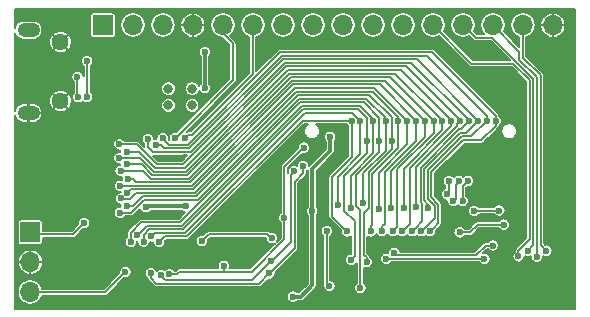
<source format=gbr>
G04 #@! TF.GenerationSoftware,KiCad,Pcbnew,5.1.5*
G04 #@! TF.CreationDate,2020-05-09T11:52:46+02:00*
G04 #@! TF.ProjectId,nucular-keyboard,6e756375-6c61-4722-9d6b-6579626f6172,rev?*
G04 #@! TF.SameCoordinates,Original*
G04 #@! TF.FileFunction,Copper,L2,Bot*
G04 #@! TF.FilePolarity,Positive*
%FSLAX46Y46*%
G04 Gerber Fmt 4.6, Leading zero omitted, Abs format (unit mm)*
G04 Created by KiCad (PCBNEW 5.1.5) date 2020-05-09 11:52:46*
%MOMM*%
%LPD*%
G04 APERTURE LIST*
%ADD10R,1.700000X1.700000*%
%ADD11O,1.700000X1.700000*%
%ADD12C,0.800000*%
%ADD13O,1.900000X1.200000*%
%ADD14C,1.450000*%
%ADD15C,0.600000*%
%ADD16C,0.300000*%
%ADD17C,0.150000*%
G04 APERTURE END LIST*
D10*
X67750000Y-60706000D03*
D11*
X70290000Y-60706000D03*
X72830000Y-60706000D03*
X75370000Y-60706000D03*
X77910000Y-60706000D03*
X80450000Y-60706000D03*
X82990000Y-60706000D03*
X85530000Y-60706000D03*
X88070000Y-60706000D03*
X90610000Y-60706000D03*
X93150000Y-60706000D03*
X95690000Y-60706000D03*
X98230000Y-60706000D03*
X100770000Y-60706000D03*
X103310000Y-60706000D03*
X105850000Y-60706000D03*
D12*
X75300000Y-67500000D03*
X75300000Y-66100000D03*
X73300000Y-66100000D03*
X73300000Y-67500000D03*
D13*
X61450000Y-68143000D03*
X61450000Y-61143000D03*
D14*
X64150000Y-67143000D03*
X64150000Y-62143000D03*
D10*
X61595000Y-78232000D03*
D11*
X61595000Y-80772000D03*
X61595000Y-83312000D03*
D15*
X74775000Y-76024999D03*
X71372464Y-76122622D03*
X76390500Y-66040002D03*
X76390500Y-62992000D03*
X87550000Y-78150000D03*
X84500000Y-76200000D03*
X88050000Y-69500000D03*
X82296000Y-75311000D03*
X83450000Y-70900000D03*
X100899994Y-81800000D03*
X65425006Y-79150000D03*
X65405000Y-70040500D03*
X103100000Y-71600000D03*
X76898500Y-79057500D03*
X105900000Y-71600000D03*
X61600000Y-76800000D03*
X84500000Y-82800000D03*
X98099994Y-77200000D03*
X98100000Y-81800000D03*
X69088000Y-77724000D03*
X69088000Y-79121000D03*
X73406000Y-79121000D03*
X74079651Y-76870944D03*
X72700000Y-76870944D03*
X75120500Y-79057500D03*
X87820500Y-80708500D03*
X77723996Y-77400000D03*
X77660500Y-65468500D03*
X74055418Y-71974877D03*
X72644000Y-71974877D03*
X66409003Y-66802000D03*
X66421000Y-63753998D03*
X65595500Y-65087500D03*
X65595500Y-65087500D03*
X65659000Y-66802000D03*
X83947008Y-73088500D03*
X82014631Y-80695319D03*
X72640236Y-81897470D03*
X86700000Y-78150000D03*
X105300004Y-79800000D03*
X86931500Y-82804000D03*
X102932374Y-80290222D03*
X84708996Y-72644000D03*
X81851500Y-81724516D03*
X71818500Y-81724500D03*
X83100000Y-77000000D03*
X84750000Y-71075000D03*
X77978000Y-81089500D03*
X73381320Y-81782093D03*
X103699998Y-79800000D03*
X104500000Y-80300000D03*
X74676000Y-70294488D03*
X73850500Y-70294500D03*
X69659496Y-81600000D03*
X66167000Y-77470008D03*
X89743949Y-75778380D03*
X91674990Y-68800000D03*
X69181341Y-76591766D03*
X92200000Y-70550004D03*
X69753761Y-76003761D03*
X90075012Y-80772000D03*
X92750044Y-68800000D03*
X69263187Y-75378710D03*
X90424000Y-78168500D03*
X91093971Y-76249988D03*
X93500057Y-68800000D03*
X69822950Y-74879528D03*
X94250070Y-68800000D03*
X69200244Y-74299767D03*
X91400011Y-78150007D03*
X92150000Y-76200000D03*
X95000083Y-68800000D03*
X69855659Y-73753746D03*
X92294181Y-78146539D03*
X95750285Y-68800036D03*
X69250000Y-73050000D03*
X93200011Y-76175651D03*
X96500296Y-68799907D03*
X69754512Y-72495036D03*
X93100011Y-78150000D03*
X97250307Y-68800926D03*
X69150000Y-71970026D03*
X94250022Y-76060518D03*
X98000281Y-68793421D03*
X69750000Y-71445016D03*
X93950011Y-78150008D03*
X98750262Y-68800149D03*
X69150000Y-70800000D03*
X95300033Y-76226890D03*
X99500270Y-68797891D03*
X71564490Y-70358000D03*
X94700022Y-78150000D03*
X100250114Y-68813750D03*
X72240662Y-70888338D03*
X95450035Y-78150000D03*
X101000000Y-68800000D03*
X72800000Y-70294500D03*
X96897449Y-75031987D03*
X97050000Y-73900000D03*
X97415115Y-75574981D03*
X97905999Y-73897889D03*
X98655970Y-73890079D03*
X98200000Y-75612968D03*
X99180000Y-76440000D03*
X101310000Y-76399998D03*
X97950000Y-78250000D03*
X101675010Y-77596020D03*
X92425000Y-79975000D03*
X100762317Y-79362317D03*
X100050000Y-80500000D03*
X91750004Y-80500000D03*
X76136500Y-78994000D03*
X82041990Y-78740000D03*
X88800000Y-68800000D03*
X72517018Y-79057500D03*
X88400011Y-78168500D03*
X87664785Y-75896898D03*
X89550011Y-68800013D03*
X71861477Y-78597037D03*
X90099977Y-70550000D03*
X71185299Y-79057500D03*
X88773000Y-80581500D03*
X88714796Y-76176899D03*
X90624978Y-68796593D03*
X70660289Y-78491061D03*
X91149988Y-70550000D03*
X70104000Y-79057524D03*
X89550000Y-82970000D03*
X85474994Y-76451239D03*
X87000002Y-70150000D03*
X83820000Y-83693000D03*
D16*
X71470087Y-76024999D02*
X71372464Y-76122622D01*
X74775000Y-76024999D02*
X71470087Y-76024999D01*
X76390500Y-66040002D02*
X76390500Y-62992000D01*
X98100000Y-81800000D02*
X100899994Y-81800000D01*
X69088000Y-77724000D02*
X69088000Y-79121000D01*
X74079651Y-76870944D02*
X72700000Y-76870944D01*
X75057000Y-79121000D02*
X75120500Y-79057500D01*
X73406000Y-79121000D02*
X75057000Y-79121000D01*
X87550000Y-80438000D02*
X87820500Y-80708500D01*
X87550000Y-78150000D02*
X87550000Y-80438000D01*
X76835000Y-77400000D02*
X77723996Y-77400000D01*
X75120500Y-79057500D02*
X76778000Y-77400000D01*
X76778000Y-77400000D02*
X76835000Y-77400000D01*
X74055418Y-71974877D02*
X72644000Y-71974877D01*
D17*
X66409003Y-63765995D02*
X66421000Y-63753998D01*
X66409003Y-66802000D02*
X66409003Y-63765995D01*
X65595500Y-66738500D02*
X65659000Y-66802000D01*
X65595500Y-65087500D02*
X65595500Y-66738500D01*
X83647009Y-73388499D02*
X83647009Y-79062941D01*
X82314630Y-80395320D02*
X82014631Y-80695319D01*
X83647009Y-79062941D02*
X82314630Y-80395320D01*
X83947008Y-73088500D02*
X83647009Y-73388499D01*
X73055772Y-82313006D02*
X72940235Y-82197469D01*
X72940235Y-82197469D02*
X72640236Y-81897470D01*
X80396944Y-82313006D02*
X73055772Y-82313006D01*
X82014631Y-80695319D02*
X80396944Y-82313006D01*
X105300004Y-79800000D02*
X104800010Y-79300006D01*
X104800010Y-79300006D02*
X104800010Y-64950010D01*
X104800010Y-64950010D02*
X103310000Y-63460000D01*
X86700000Y-82572500D02*
X86931500Y-82804000D01*
X86700000Y-78150000D02*
X86700000Y-82572500D01*
X103310000Y-63460000D02*
X103310000Y-60706000D01*
X102932374Y-80290222D02*
X102932374Y-79790622D01*
X102932374Y-79790622D02*
X103899980Y-78823016D01*
X103899980Y-78823016D02*
X103899980Y-65378536D01*
X95690000Y-60706000D02*
X98940028Y-63956028D01*
X102477472Y-63956028D02*
X103899980Y-65378536D01*
X98940028Y-63956028D02*
X102477472Y-63956028D01*
X82151499Y-81424517D02*
X81851500Y-81724516D01*
X83975000Y-73964504D02*
X83975000Y-79601016D01*
X84708996Y-73230508D02*
X83975000Y-73964504D01*
X84708996Y-72644000D02*
X84708996Y-73230508D01*
X83975000Y-79601016D02*
X82151499Y-81424517D01*
X81851500Y-81724516D02*
X80963003Y-82613013D01*
X80963003Y-82613013D02*
X72282749Y-82613013D01*
X72282749Y-82613013D02*
X71818500Y-82148764D01*
X71818500Y-82148764D02*
X71818500Y-81724500D01*
X78250000Y-81600000D02*
X79150000Y-81600000D01*
X77200000Y-81600000D02*
X77375000Y-81600000D01*
X79150000Y-81600000D02*
X79074260Y-81600000D01*
X74229000Y-81600000D02*
X74228998Y-81600002D01*
X77599500Y-81600000D02*
X74229000Y-81600000D01*
X77200000Y-81600000D02*
X77599500Y-81600000D01*
X83089762Y-72675738D02*
X84690500Y-71075000D01*
X84690500Y-71075000D02*
X84750000Y-71075000D01*
X83100000Y-77000000D02*
X83100000Y-72675738D01*
X83100000Y-72675738D02*
X83089762Y-72675738D01*
X77978000Y-81089500D02*
X77978000Y-81597500D01*
X77599500Y-81600000D02*
X77978000Y-81597500D01*
X77978000Y-81597500D02*
X78250000Y-81600000D01*
X83100000Y-77424264D02*
X83100000Y-77000000D01*
X79150000Y-81600000D02*
X80332946Y-81600000D01*
X83100000Y-78832946D02*
X83100000Y-77424264D01*
X80332946Y-81600000D02*
X83100000Y-78832946D01*
X74046907Y-81782093D02*
X73805584Y-81782093D01*
X73805584Y-81782093D02*
X73381320Y-81782093D01*
X74229000Y-81600000D02*
X74046907Y-81782093D01*
X103699998Y-79800000D02*
X103700000Y-79800000D01*
X103700000Y-79800000D02*
X104199991Y-79300009D01*
X104199991Y-79300009D02*
X104199991Y-65254269D01*
X99305001Y-61781001D02*
X99079999Y-61555999D01*
X99079999Y-61555999D02*
X98230000Y-60706000D01*
X100726723Y-61781001D02*
X99305001Y-61781001D01*
X104199991Y-65254269D02*
X100726723Y-61781001D01*
X104500000Y-65130000D02*
X104500000Y-80300000D01*
X103009990Y-62945990D02*
X103009990Y-63639990D01*
X100770000Y-60706000D02*
X103009990Y-62945990D01*
X103009990Y-63639990D02*
X104500000Y-65130000D01*
X74975999Y-69994489D02*
X74676000Y-70294488D01*
X80450000Y-64875000D02*
X75330511Y-69994489D01*
X75330511Y-69994489D02*
X74975999Y-69994489D01*
X80450000Y-61400000D02*
X80450000Y-64875000D01*
X78759999Y-65385001D02*
X74150499Y-69994501D01*
X77910000Y-61400000D02*
X78759999Y-62249999D01*
X74150499Y-69994501D02*
X73850500Y-70294500D01*
X78759999Y-62249999D02*
X78759999Y-65385001D01*
X67947496Y-83312000D02*
X69659496Y-81600000D01*
X61595000Y-83312000D02*
X67947496Y-83312000D01*
X61500000Y-78400000D02*
X65237008Y-78400000D01*
X65237008Y-78400000D02*
X66167000Y-77470008D01*
X89743949Y-75354116D02*
X89743949Y-75778380D01*
X91674990Y-68800000D02*
X91674990Y-71326454D01*
X91674990Y-71326454D02*
X89743949Y-73257495D01*
X89743949Y-73257495D02*
X89743949Y-75354116D01*
X91674990Y-68603438D02*
X91674990Y-68800000D01*
X89996530Y-66924978D02*
X91674990Y-68603438D01*
X84353627Y-66924978D02*
X89996530Y-66924978D01*
X71246933Y-75499997D02*
X75778609Y-75499997D01*
X70155164Y-76591766D02*
X71246933Y-75499997D01*
X75778609Y-75499997D02*
X84353627Y-66924978D01*
X69181341Y-76591766D02*
X70155164Y-76591766D01*
X90268959Y-76208048D02*
X89850013Y-76626993D01*
X92200000Y-70550004D02*
X92200000Y-71225721D01*
X89850013Y-80122737D02*
X90075012Y-80347736D01*
X90268959Y-73156762D02*
X90268959Y-76208048D01*
X89850013Y-76626993D02*
X89850013Y-80122737D01*
X90075012Y-80347736D02*
X90075012Y-80772000D01*
X92200000Y-71225721D02*
X90268959Y-73156762D01*
X84229371Y-66624956D02*
X90301992Y-66624956D01*
X70318890Y-76003761D02*
X71122665Y-75199986D01*
X92200000Y-70125740D02*
X92200000Y-70550004D01*
X69753761Y-76003761D02*
X70318890Y-76003761D01*
X92200000Y-68522964D02*
X92200000Y-70125740D01*
X71122665Y-75199986D02*
X75654341Y-75199986D01*
X90301992Y-66624956D02*
X92200000Y-68522964D01*
X75654341Y-75199986D02*
X84229371Y-66624956D01*
X90568970Y-73281030D02*
X90568970Y-77599266D01*
X90568970Y-77599266D02*
X90424000Y-77744236D01*
X90424000Y-77744236D02*
X90424000Y-78168500D01*
X92750044Y-71099956D02*
X90568970Y-73281030D01*
X92750044Y-68800000D02*
X92750044Y-71099956D01*
X70550025Y-74899975D02*
X70007790Y-75442210D01*
X92750044Y-68474265D02*
X90600724Y-66324945D01*
X90600724Y-66324945D02*
X84105103Y-66324945D01*
X69326687Y-75442210D02*
X69263187Y-75378710D01*
X70007790Y-75442210D02*
X69326687Y-75442210D01*
X75530073Y-74899975D02*
X70550025Y-74899975D01*
X84105103Y-66324945D02*
X75530073Y-74899975D01*
X92750044Y-68800000D02*
X92750044Y-68474265D01*
X91093971Y-75825724D02*
X91093971Y-76249988D01*
X91093971Y-73206029D02*
X91093971Y-75825724D01*
X93500057Y-70799943D02*
X91093971Y-73206029D01*
X93500057Y-68800000D02*
X93500057Y-70799943D01*
X70102514Y-74599964D02*
X69822950Y-74879528D01*
X75405805Y-74599964D02*
X70102514Y-74599964D01*
X83980835Y-66024934D02*
X75405805Y-74599964D01*
X93500057Y-68800000D02*
X90724992Y-66024934D01*
X90724992Y-66024934D02*
X83980835Y-66024934D01*
X94250070Y-68800000D02*
X94250070Y-70499930D01*
X94250070Y-70499930D02*
X91618981Y-73131019D01*
X91618981Y-73131019D02*
X91618981Y-77506773D01*
X91400011Y-77725743D02*
X91400011Y-78150007D01*
X91618981Y-77506773D02*
X91400011Y-77725743D01*
X83856567Y-65724923D02*
X75281537Y-74299953D01*
X91174993Y-65724923D02*
X83856567Y-65724923D01*
X69624508Y-74299767D02*
X69200244Y-74299767D01*
X94250070Y-68800000D02*
X91174993Y-65724923D01*
X69624694Y-74299953D02*
X69624508Y-74299767D01*
X75281537Y-74299953D02*
X69624694Y-74299953D01*
X95000083Y-70175639D02*
X92150000Y-73025722D01*
X95000083Y-68800000D02*
X95000083Y-70175639D01*
X92150000Y-73025722D02*
X92150000Y-75775736D01*
X92150000Y-75775736D02*
X92150000Y-76200000D01*
X70279923Y-73753746D02*
X70526119Y-73999942D01*
X70526119Y-73999942D02*
X75157269Y-73999942D01*
X75157269Y-73999942D02*
X83732299Y-65424912D01*
X91624995Y-65424912D02*
X94700084Y-68500001D01*
X69855659Y-73753746D02*
X70279923Y-73753746D01*
X83732299Y-65424912D02*
X91624995Y-65424912D01*
X94700084Y-68500001D02*
X95000083Y-68800000D01*
X92675001Y-72924999D02*
X92675001Y-77765719D01*
X95750285Y-69849715D02*
X92675001Y-72924999D01*
X92675001Y-77765719D02*
X92594180Y-77846540D01*
X95750285Y-68800036D02*
X95750285Y-69849715D01*
X92594180Y-77846540D02*
X92294181Y-78146539D01*
X71797311Y-73699931D02*
X75033001Y-73699931D01*
X92050326Y-65100077D02*
X95450286Y-68500037D01*
X83632854Y-65100077D02*
X92050326Y-65100077D01*
X69250000Y-73050000D02*
X71147380Y-73050000D01*
X71147380Y-73050000D02*
X71797311Y-73699931D01*
X95450286Y-68500037D02*
X95750285Y-68800036D01*
X75033001Y-73699931D02*
X83632854Y-65100077D01*
X93200011Y-72851433D02*
X93200011Y-75751387D01*
X96500296Y-68799907D02*
X96500296Y-69551148D01*
X96500296Y-69551148D02*
X93200011Y-72851433D01*
X93200011Y-75751387D02*
X93200011Y-76175651D01*
X96200297Y-68499908D02*
X96500296Y-68799907D01*
X69754512Y-72495036D02*
X71016695Y-72495036D01*
X71921579Y-73399920D02*
X74908733Y-73399920D01*
X74908733Y-73399920D02*
X83508586Y-64800066D01*
X83508586Y-64800066D02*
X92500455Y-64800066D01*
X92500455Y-64800066D02*
X96200297Y-68499908D01*
X71016695Y-72495036D02*
X71921579Y-73399920D01*
X93725012Y-77524999D02*
X93400010Y-77850001D01*
X93725012Y-72807158D02*
X93725012Y-77524999D01*
X97250307Y-68800926D02*
X97250307Y-69281863D01*
X97250307Y-69281863D02*
X93725012Y-72807158D01*
X93400010Y-77850001D02*
X93100011Y-78150000D01*
X69150000Y-71970026D02*
X70915964Y-71970026D01*
X70915964Y-71970026D02*
X72045847Y-73099909D01*
X74784465Y-73099909D02*
X83384318Y-64500055D01*
X83384318Y-64500055D02*
X92949436Y-64500055D01*
X92949436Y-64500055D02*
X96950308Y-68500927D01*
X72045847Y-73099909D02*
X74784465Y-73099909D01*
X96950308Y-68500927D02*
X97250307Y-68800926D01*
X94250022Y-75636254D02*
X94250022Y-76060518D01*
X94250022Y-72726980D02*
X94250022Y-75636254D01*
X97700282Y-69276720D02*
X94250022Y-72726980D01*
X97700282Y-69093420D02*
X97700282Y-69276720D01*
X98000281Y-68793421D02*
X97700282Y-69093420D01*
X69750000Y-71445016D02*
X70815233Y-71445016D01*
X97700282Y-68493422D02*
X98000281Y-68793421D01*
X93406904Y-64200044D02*
X97700282Y-68493422D01*
X72170115Y-72799898D02*
X74660197Y-72799898D01*
X70815233Y-71445016D02*
X72170115Y-72799898D01*
X83260050Y-64200044D02*
X93406904Y-64200044D01*
X74660197Y-72799898D02*
X83260050Y-64200044D01*
X94250010Y-77850009D02*
X93950011Y-78150008D01*
X94775023Y-77324996D02*
X94250010Y-77850009D01*
X94775023Y-75808517D02*
X94775023Y-77324996D01*
X94639967Y-75673461D02*
X94775023Y-75808517D01*
X94639967Y-72761313D02*
X94639967Y-75673461D01*
X97876279Y-69525002D02*
X94639967Y-72761313D01*
X98025409Y-69525002D02*
X97876279Y-69525002D01*
X98750262Y-68800149D02*
X98025409Y-69525002D01*
X83135782Y-63900033D02*
X93850146Y-63900033D01*
X74535929Y-72499887D02*
X83135782Y-63900033D01*
X98450263Y-68500150D02*
X98750262Y-68800149D01*
X93850146Y-63900033D02*
X98450263Y-68500150D01*
X72294383Y-72499887D02*
X74535929Y-72499887D01*
X70594496Y-70800000D02*
X72294383Y-72499887D01*
X69150000Y-70800000D02*
X70594496Y-70800000D01*
X98473139Y-69825022D02*
X98000538Y-69825022D01*
X94939978Y-75538536D02*
X95300033Y-75898591D01*
X99500270Y-68797891D02*
X98473139Y-69825022D01*
X98000538Y-69825022D02*
X94939978Y-72885581D01*
X94939978Y-72885581D02*
X94939978Y-75538536D01*
X95300033Y-75898591D02*
X95300033Y-76226890D01*
X74422000Y-71437500D02*
X74409625Y-71449875D01*
X83011515Y-63600022D02*
X75174037Y-71437500D01*
X72025197Y-71449875D02*
X71564490Y-70989168D01*
X94302401Y-63600022D02*
X83011515Y-63600022D01*
X75174037Y-71437500D02*
X74422000Y-71437500D01*
X71564490Y-70989168D02*
X71564490Y-70782264D01*
X99500270Y-68797891D02*
X94302401Y-63600022D01*
X74409625Y-71449875D02*
X72025197Y-71449875D01*
X71564490Y-70782264D02*
X71564490Y-70358000D01*
X98938831Y-70125033D02*
X98124806Y-70125033D01*
X95239989Y-75414268D02*
X95850000Y-76024278D01*
X95850000Y-77000022D02*
X95000021Y-77850001D01*
X95000021Y-77850001D02*
X94700022Y-78150000D01*
X100250114Y-68813750D02*
X98938831Y-70125033D01*
X98124806Y-70125033D02*
X95239989Y-73009849D01*
X95239989Y-73009849D02*
X95239989Y-75414268D01*
X95850000Y-76024278D02*
X95850000Y-77000022D01*
X100250114Y-68389486D02*
X95160639Y-63300011D01*
X72664926Y-70888338D02*
X72240662Y-70888338D01*
X95160639Y-63300011D02*
X82887247Y-63300011D01*
X75049769Y-71137489D02*
X72914077Y-71137489D01*
X72914077Y-71137489D02*
X72664926Y-70888338D01*
X100250114Y-68813750D02*
X100250114Y-68389486D01*
X82887247Y-63300011D02*
X75049769Y-71137489D01*
X101000000Y-68800000D02*
X101000000Y-69224264D01*
X96150010Y-75900010D02*
X96150010Y-77450025D01*
X95539999Y-73134118D02*
X95539999Y-75290000D01*
X101000000Y-69224264D02*
X99799220Y-70425044D01*
X99799220Y-70425044D02*
X98249074Y-70425044D01*
X98249074Y-70425044D02*
X95539999Y-73134118D01*
X95539999Y-75290000D02*
X96150010Y-75900010D01*
X96150010Y-77450025D02*
X95750034Y-77850001D01*
X95750034Y-77850001D02*
X95450035Y-78150000D01*
X73099999Y-70594499D02*
X72800000Y-70294500D01*
X95624264Y-63000000D02*
X82762979Y-63000000D01*
X73342978Y-70837478D02*
X73099999Y-70594499D01*
X101000000Y-68800000D02*
X101000000Y-68375736D01*
X101000000Y-68375736D02*
X95624264Y-63000000D01*
X74925501Y-70837478D02*
X73342978Y-70837478D01*
X82762979Y-63000000D02*
X74925501Y-70837478D01*
X97050000Y-73900000D02*
X97050000Y-74879436D01*
X97050000Y-74879436D02*
X96897449Y-75031987D01*
X97422451Y-75567645D02*
X97415115Y-75574981D01*
X97606000Y-75384096D02*
X97422451Y-75567645D01*
X97905999Y-73897889D02*
X97606000Y-74197888D01*
X97606000Y-74197888D02*
X97606000Y-75384096D01*
X98200000Y-75612968D02*
X98200000Y-74350000D01*
X98200000Y-74350000D02*
X98655970Y-73894030D01*
X98655970Y-73894030D02*
X98655970Y-73890079D01*
X99220002Y-76399998D02*
X99180000Y-76440000D01*
X101310000Y-76399998D02*
X99220002Y-76399998D01*
X101675010Y-77596020D02*
X99503980Y-77596020D01*
X99503980Y-77596020D02*
X98850000Y-78250000D01*
X98850000Y-78250000D02*
X97950000Y-78250000D01*
X92425000Y-79975000D02*
X92450000Y-79975000D01*
X92450000Y-79975000D02*
X92674990Y-80199990D01*
X92674990Y-80199990D02*
X99325010Y-80199990D01*
X99325010Y-80199990D02*
X100162683Y-79362317D01*
X100162683Y-79362317D02*
X100762317Y-79362317D01*
X100050000Y-80500000D02*
X91750004Y-80500000D01*
X76136500Y-78994000D02*
X76702999Y-78427501D01*
X76702999Y-78427501D02*
X81729491Y-78427501D01*
X81741991Y-78440001D02*
X82041990Y-78740000D01*
X81729491Y-78427501D02*
X81741991Y-78440001D01*
X88800000Y-68800000D02*
X88800000Y-71900000D01*
X88800000Y-71900000D02*
X87139784Y-73560216D01*
X88100012Y-77868501D02*
X88400011Y-78168500D01*
X87139784Y-73560216D02*
X87139784Y-76908273D01*
X87139784Y-76908273D02*
X88100012Y-77868501D01*
X72817017Y-78757501D02*
X72517018Y-79057500D01*
X84648026Y-68800000D02*
X74852028Y-78595998D01*
X88800000Y-68800000D02*
X84648026Y-68800000D01*
X74852028Y-78595998D02*
X72978520Y-78595998D01*
X72978520Y-78595998D02*
X72817017Y-78757501D01*
X87664785Y-75472634D02*
X87664785Y-75896898D01*
X89550011Y-68800013D02*
X89550011Y-71649989D01*
X89550011Y-71649989D02*
X87664785Y-73535215D01*
X87664785Y-73535215D02*
X87664785Y-75472634D01*
X84850699Y-68125022D02*
X74679734Y-78295987D01*
X72161476Y-78297038D02*
X71861477Y-78597037D01*
X74679734Y-78295987D02*
X72162527Y-78295987D01*
X72162527Y-78295987D02*
X72161476Y-78297038D01*
X88875020Y-68125022D02*
X84850699Y-68125022D01*
X89550011Y-68800013D02*
X88875020Y-68125022D01*
X88189795Y-73460205D02*
X88189795Y-76428900D01*
X90099977Y-70550000D02*
X90099977Y-71550023D01*
X90099977Y-71550023D02*
X88189795Y-73460205D01*
X88189795Y-76428900D02*
X89072999Y-77312104D01*
X89072999Y-77312104D02*
X89072999Y-80281501D01*
X89072999Y-80281501D02*
X88773000Y-80581500D01*
X89352013Y-67825011D02*
X84726431Y-67825011D01*
X71185299Y-78496211D02*
X71185299Y-78633236D01*
X90099977Y-68572975D02*
X89352013Y-67825011D01*
X84726431Y-67825011D02*
X74555466Y-77995976D01*
X90099977Y-70550000D02*
X90099977Y-68572975D01*
X71185299Y-78633236D02*
X71185299Y-79057500D01*
X74555466Y-77995976D02*
X71685534Y-77995976D01*
X71685534Y-77995976D02*
X71185299Y-78496211D01*
X88714796Y-73436648D02*
X88714796Y-75752635D01*
X90624978Y-68796593D02*
X90624978Y-71526466D01*
X90624978Y-71526466D02*
X88714796Y-73436648D01*
X88714796Y-75752635D02*
X88714796Y-76176899D01*
X90624978Y-68673697D02*
X89476281Y-67525000D01*
X89476281Y-67525000D02*
X84602163Y-67525000D01*
X84602163Y-67525000D02*
X74431198Y-77695965D01*
X90624978Y-68796593D02*
X90624978Y-68673697D01*
X74431198Y-77695965D02*
X71455385Y-77695965D01*
X70960288Y-78191062D02*
X70660289Y-78491061D01*
X71455385Y-77695965D02*
X70960288Y-78191062D01*
X89218948Y-73356774D02*
X91149988Y-71425734D01*
X89550000Y-76361433D02*
X89218948Y-76030381D01*
X91149988Y-71425734D02*
X91149988Y-70974264D01*
X89218948Y-76030381D02*
X89218948Y-73356774D01*
X89550000Y-82970000D02*
X89550000Y-76361433D01*
X91149988Y-70974264D02*
X91149988Y-70550000D01*
X89826979Y-67224989D02*
X84477895Y-67224989D01*
X91149988Y-70550000D02*
X91149988Y-68547998D01*
X84477895Y-67224989D02*
X74306930Y-77395954D01*
X70104000Y-78633260D02*
X70104000Y-79057524D01*
X91149988Y-68547998D02*
X89826979Y-67224989D01*
X71008947Y-77395954D02*
X70104000Y-78300901D01*
X70104000Y-78300901D02*
X70104000Y-78633260D01*
X74306930Y-77395954D02*
X71008947Y-77395954D01*
D16*
X87000002Y-70150000D02*
X87000002Y-71368002D01*
X85474994Y-72893010D02*
X85474994Y-76026975D01*
X87000002Y-71368002D02*
X85474994Y-72893010D01*
X85474994Y-76026975D02*
X85474994Y-76451239D01*
X85474994Y-76875503D02*
X85471000Y-76879497D01*
X85474994Y-76451239D02*
X85474994Y-76875503D01*
X85471000Y-76879497D02*
X85471000Y-82740500D01*
X85471000Y-82740500D02*
X84518500Y-83693000D01*
X84518500Y-83693000D02*
X83820000Y-83693000D01*
D17*
G36*
X107700001Y-84700000D02*
G01*
X60300000Y-84700000D01*
X60300000Y-83206122D01*
X60520000Y-83206122D01*
X60520000Y-83417878D01*
X60561312Y-83625566D01*
X60642348Y-83821203D01*
X60759993Y-83997272D01*
X60909728Y-84147007D01*
X61085797Y-84264652D01*
X61281434Y-84345688D01*
X61489122Y-84387000D01*
X61700878Y-84387000D01*
X61908566Y-84345688D01*
X62104203Y-84264652D01*
X62280272Y-84147007D01*
X62430007Y-83997272D01*
X62547652Y-83821203D01*
X62628688Y-83625566D01*
X62631386Y-83612000D01*
X67932773Y-83612000D01*
X67947496Y-83613450D01*
X67962219Y-83612000D01*
X67962229Y-83612000D01*
X68006306Y-83607659D01*
X68062856Y-83590504D01*
X68114973Y-83562647D01*
X68160654Y-83525158D01*
X68170049Y-83513710D01*
X69566894Y-82116866D01*
X69607788Y-82125000D01*
X69711204Y-82125000D01*
X69812633Y-82104824D01*
X69908177Y-82065249D01*
X69994164Y-82007794D01*
X70067290Y-81934668D01*
X70124745Y-81848681D01*
X70164320Y-81753137D01*
X70180302Y-81672792D01*
X71293500Y-81672792D01*
X71293500Y-81776208D01*
X71313676Y-81877637D01*
X71353251Y-81973181D01*
X71410706Y-82059168D01*
X71483832Y-82132294D01*
X71517654Y-82154893D01*
X71518500Y-82163487D01*
X71518500Y-82163496D01*
X71522841Y-82207573D01*
X71539996Y-82264123D01*
X71547580Y-82278312D01*
X71567853Y-82316241D01*
X71572459Y-82321853D01*
X71605342Y-82361922D01*
X71616790Y-82371317D01*
X72060200Y-82814728D01*
X72069591Y-82826171D01*
X72081034Y-82835562D01*
X72115271Y-82863660D01*
X72134525Y-82873951D01*
X72167389Y-82891517D01*
X72223939Y-82908672D01*
X72268016Y-82913013D01*
X72268025Y-82913013D01*
X72282748Y-82914463D01*
X72297471Y-82913013D01*
X80948280Y-82913013D01*
X80963003Y-82914463D01*
X80977726Y-82913013D01*
X80977736Y-82913013D01*
X81021813Y-82908672D01*
X81078363Y-82891517D01*
X81130480Y-82863660D01*
X81176161Y-82826171D01*
X81185556Y-82814723D01*
X81758898Y-82241381D01*
X81799792Y-82249516D01*
X81903208Y-82249516D01*
X82004637Y-82229340D01*
X82100181Y-82189765D01*
X82186168Y-82132310D01*
X82259294Y-82059184D01*
X82316749Y-81973197D01*
X82356324Y-81877653D01*
X82376500Y-81776224D01*
X82376500Y-81672808D01*
X82368366Y-81631914D01*
X82374049Y-81626231D01*
X82374054Y-81626225D01*
X84176715Y-79823565D01*
X84188158Y-79814174D01*
X84203749Y-79795176D01*
X84225647Y-79768494D01*
X84253504Y-79716377D01*
X84263131Y-79684640D01*
X84270659Y-79659826D01*
X84275000Y-79615749D01*
X84275000Y-79615746D01*
X84276451Y-79601016D01*
X84275000Y-79586286D01*
X84275000Y-74088767D01*
X84910711Y-73453057D01*
X84922154Y-73443666D01*
X84934536Y-73428578D01*
X84959643Y-73397986D01*
X84975810Y-73367738D01*
X84987500Y-73345868D01*
X85004655Y-73289318D01*
X85008996Y-73245241D01*
X85008996Y-73245232D01*
X85010446Y-73230509D01*
X85008996Y-73215786D01*
X85008996Y-73074959D01*
X85043664Y-73051794D01*
X85099994Y-72995464D01*
X85099995Y-76008547D01*
X85099994Y-76008557D01*
X85099994Y-76083777D01*
X85067200Y-76116571D01*
X85009745Y-76202558D01*
X84970170Y-76298102D01*
X84949994Y-76399531D01*
X84949994Y-76502947D01*
X84970170Y-76604376D01*
X85009745Y-76699920D01*
X85067200Y-76785907D01*
X85099994Y-76818701D01*
X85099994Y-76820525D01*
X85097144Y-76849463D01*
X85094186Y-76879497D01*
X85096000Y-76897913D01*
X85096001Y-82585169D01*
X84363171Y-83318000D01*
X84187462Y-83318000D01*
X84154668Y-83285206D01*
X84068681Y-83227751D01*
X83973137Y-83188176D01*
X83871708Y-83168000D01*
X83768292Y-83168000D01*
X83666863Y-83188176D01*
X83571319Y-83227751D01*
X83485332Y-83285206D01*
X83412206Y-83358332D01*
X83354751Y-83444319D01*
X83315176Y-83539863D01*
X83295000Y-83641292D01*
X83295000Y-83744708D01*
X83315176Y-83846137D01*
X83354751Y-83941681D01*
X83412206Y-84027668D01*
X83485332Y-84100794D01*
X83571319Y-84158249D01*
X83666863Y-84197824D01*
X83768292Y-84218000D01*
X83871708Y-84218000D01*
X83973137Y-84197824D01*
X84068681Y-84158249D01*
X84154668Y-84100794D01*
X84187462Y-84068000D01*
X84500084Y-84068000D01*
X84518500Y-84069814D01*
X84536916Y-84068000D01*
X84536919Y-84068000D01*
X84592013Y-84062574D01*
X84662700Y-84041131D01*
X84727847Y-84006309D01*
X84784948Y-83959448D01*
X84796695Y-83945134D01*
X85723139Y-83018691D01*
X85737448Y-83006948D01*
X85766558Y-82971477D01*
X85784309Y-82949848D01*
X85819130Y-82884702D01*
X85819131Y-82884700D01*
X85840574Y-82814013D01*
X85846000Y-82758919D01*
X85846000Y-82758917D01*
X85847814Y-82740501D01*
X85846000Y-82722085D01*
X85846000Y-78098292D01*
X86175000Y-78098292D01*
X86175000Y-78201708D01*
X86195176Y-78303137D01*
X86234751Y-78398681D01*
X86292206Y-78484668D01*
X86365332Y-78557794D01*
X86400000Y-78580959D01*
X86400001Y-82557767D01*
X86398550Y-82572500D01*
X86404342Y-82631310D01*
X86420180Y-82683519D01*
X86406500Y-82752292D01*
X86406500Y-82855708D01*
X86426676Y-82957137D01*
X86466251Y-83052681D01*
X86523706Y-83138668D01*
X86596832Y-83211794D01*
X86682819Y-83269249D01*
X86778363Y-83308824D01*
X86879792Y-83329000D01*
X86983208Y-83329000D01*
X87084637Y-83308824D01*
X87180181Y-83269249D01*
X87266168Y-83211794D01*
X87339294Y-83138668D01*
X87396749Y-83052681D01*
X87436324Y-82957137D01*
X87456500Y-82855708D01*
X87456500Y-82752292D01*
X87436324Y-82650863D01*
X87396749Y-82555319D01*
X87339294Y-82469332D01*
X87266168Y-82396206D01*
X87180181Y-82338751D01*
X87084637Y-82299176D01*
X87000000Y-82282340D01*
X87000000Y-78580959D01*
X87034668Y-78557794D01*
X87107794Y-78484668D01*
X87165249Y-78398681D01*
X87204824Y-78303137D01*
X87225000Y-78201708D01*
X87225000Y-78098292D01*
X87204824Y-77996863D01*
X87165249Y-77901319D01*
X87107794Y-77815332D01*
X87034668Y-77742206D01*
X86948681Y-77684751D01*
X86853137Y-77645176D01*
X86751708Y-77625000D01*
X86648292Y-77625000D01*
X86546863Y-77645176D01*
X86451319Y-77684751D01*
X86365332Y-77742206D01*
X86292206Y-77815332D01*
X86234751Y-77901319D01*
X86195176Y-77996863D01*
X86175000Y-78098292D01*
X85846000Y-78098292D01*
X85846000Y-76934476D01*
X85849994Y-76893922D01*
X85849994Y-76893920D01*
X85851808Y-76875504D01*
X85849994Y-76857088D01*
X85849994Y-76818701D01*
X85882788Y-76785907D01*
X85940243Y-76699920D01*
X85979818Y-76604376D01*
X85999994Y-76502947D01*
X85999994Y-76399531D01*
X85979818Y-76298102D01*
X85940243Y-76202558D01*
X85882788Y-76116571D01*
X85849994Y-76083777D01*
X85849994Y-73048339D01*
X87252141Y-71646193D01*
X87266450Y-71634450D01*
X87313311Y-71577349D01*
X87348133Y-71512202D01*
X87369576Y-71441515D01*
X87375002Y-71386421D01*
X87375002Y-71386418D01*
X87376816Y-71368002D01*
X87375002Y-71349586D01*
X87375002Y-70517462D01*
X87407796Y-70484668D01*
X87465251Y-70398681D01*
X87504826Y-70303137D01*
X87525002Y-70201708D01*
X87525002Y-70098292D01*
X87504826Y-69996863D01*
X87465251Y-69901319D01*
X87407796Y-69815332D01*
X87334670Y-69742206D01*
X87248683Y-69684751D01*
X87153139Y-69645176D01*
X87051710Y-69625000D01*
X86948294Y-69625000D01*
X86846865Y-69645176D01*
X86751321Y-69684751D01*
X86665334Y-69742206D01*
X86592208Y-69815332D01*
X86534753Y-69901319D01*
X86495178Y-69996863D01*
X86475002Y-70098292D01*
X86475002Y-70201708D01*
X86495178Y-70303137D01*
X86534753Y-70398681D01*
X86592208Y-70484668D01*
X86625002Y-70517462D01*
X86625003Y-71212671D01*
X85233996Y-72603679D01*
X85233996Y-72592292D01*
X85213820Y-72490863D01*
X85174245Y-72395319D01*
X85116790Y-72309332D01*
X85043664Y-72236206D01*
X84957677Y-72178751D01*
X84862133Y-72139176D01*
X84760704Y-72119000D01*
X84657288Y-72119000D01*
X84555859Y-72139176D01*
X84460315Y-72178751D01*
X84374328Y-72236206D01*
X84301202Y-72309332D01*
X84243747Y-72395319D01*
X84204172Y-72490863D01*
X84183996Y-72592292D01*
X84183996Y-72618408D01*
X84100145Y-72583676D01*
X83998716Y-72563500D01*
X83895300Y-72563500D01*
X83793871Y-72583676D01*
X83698327Y-72623251D01*
X83612340Y-72680706D01*
X83539214Y-72753832D01*
X83481759Y-72839819D01*
X83442184Y-72935363D01*
X83422008Y-73036792D01*
X83422008Y-73140208D01*
X83429944Y-73180102D01*
X83420758Y-73191296D01*
X83400000Y-73216589D01*
X83400000Y-72789763D01*
X84607770Y-71581994D01*
X84698292Y-71600000D01*
X84801708Y-71600000D01*
X84903137Y-71579824D01*
X84998681Y-71540249D01*
X85084668Y-71482794D01*
X85157794Y-71409668D01*
X85215249Y-71323681D01*
X85254824Y-71228137D01*
X85275000Y-71126708D01*
X85275000Y-71023292D01*
X85254824Y-70921863D01*
X85215249Y-70826319D01*
X85157794Y-70740332D01*
X85084668Y-70667206D01*
X84998681Y-70609751D01*
X84903137Y-70570176D01*
X84801708Y-70550000D01*
X84698292Y-70550000D01*
X84596863Y-70570176D01*
X84501319Y-70609751D01*
X84415332Y-70667206D01*
X84342206Y-70740332D01*
X84284751Y-70826319D01*
X84245176Y-70921863D01*
X84225000Y-71023292D01*
X84225000Y-71116236D01*
X82888052Y-72453185D01*
X82876604Y-72462580D01*
X82839115Y-72508261D01*
X82811258Y-72560378D01*
X82794103Y-72616928D01*
X82788311Y-72675738D01*
X82794103Y-72734548D01*
X82800001Y-72753990D01*
X82800000Y-76569041D01*
X82765332Y-76592206D01*
X82692206Y-76665332D01*
X82634751Y-76751319D01*
X82595176Y-76846863D01*
X82575000Y-76948292D01*
X82575000Y-77051708D01*
X82595176Y-77153137D01*
X82634751Y-77248681D01*
X82692206Y-77334668D01*
X82765332Y-77407794D01*
X82800000Y-77430959D01*
X82800000Y-77438996D01*
X82800001Y-77439006D01*
X82800000Y-78708682D01*
X82481540Y-79027142D01*
X82507239Y-78988681D01*
X82546814Y-78893137D01*
X82566990Y-78791708D01*
X82566990Y-78688292D01*
X82546814Y-78586863D01*
X82507239Y-78491319D01*
X82449784Y-78405332D01*
X82376658Y-78332206D01*
X82290671Y-78274751D01*
X82195127Y-78235176D01*
X82093698Y-78215000D01*
X81990282Y-78215000D01*
X81949797Y-78223053D01*
X81942649Y-78214343D01*
X81896968Y-78176854D01*
X81844851Y-78148997D01*
X81788301Y-78131842D01*
X81744224Y-78127501D01*
X81744214Y-78127501D01*
X81729491Y-78126051D01*
X81714768Y-78127501D01*
X76717729Y-78127501D01*
X76702999Y-78126050D01*
X76688269Y-78127501D01*
X76688266Y-78127501D01*
X76644189Y-78131842D01*
X76587639Y-78148997D01*
X76535521Y-78176854D01*
X76505237Y-78201708D01*
X76489841Y-78214343D01*
X76480450Y-78225786D01*
X76229102Y-78477135D01*
X76188208Y-78469000D01*
X76084792Y-78469000D01*
X75983363Y-78489176D01*
X75887819Y-78528751D01*
X75801832Y-78586206D01*
X75728706Y-78659332D01*
X75671251Y-78745319D01*
X75631676Y-78840863D01*
X75611500Y-78942292D01*
X75611500Y-79045708D01*
X75631676Y-79147137D01*
X75671251Y-79242681D01*
X75728706Y-79328668D01*
X75801832Y-79401794D01*
X75887819Y-79459249D01*
X75983363Y-79498824D01*
X76084792Y-79519000D01*
X76188208Y-79519000D01*
X76289637Y-79498824D01*
X76385181Y-79459249D01*
X76471168Y-79401794D01*
X76544294Y-79328668D01*
X76601749Y-79242681D01*
X76641324Y-79147137D01*
X76661500Y-79045708D01*
X76661500Y-78942292D01*
X76653365Y-78901398D01*
X76827263Y-78727501D01*
X81516990Y-78727501D01*
X81516990Y-78791708D01*
X81537166Y-78893137D01*
X81576741Y-78988681D01*
X81634196Y-79074668D01*
X81707322Y-79147794D01*
X81793309Y-79205249D01*
X81888853Y-79244824D01*
X81990282Y-79265000D01*
X82093698Y-79265000D01*
X82195127Y-79244824D01*
X82290671Y-79205249D01*
X82329133Y-79179550D01*
X80208683Y-81300000D01*
X78459064Y-81300000D01*
X78482824Y-81242637D01*
X78503000Y-81141208D01*
X78503000Y-81037792D01*
X78482824Y-80936363D01*
X78443249Y-80840819D01*
X78385794Y-80754832D01*
X78312668Y-80681706D01*
X78226681Y-80624251D01*
X78131137Y-80584676D01*
X78029708Y-80564500D01*
X77926292Y-80564500D01*
X77824863Y-80584676D01*
X77729319Y-80624251D01*
X77643332Y-80681706D01*
X77570206Y-80754832D01*
X77512751Y-80840819D01*
X77473176Y-80936363D01*
X77453000Y-81037792D01*
X77453000Y-81141208D01*
X77473176Y-81242637D01*
X77496936Y-81300000D01*
X74243730Y-81300000D01*
X74229000Y-81298549D01*
X74214270Y-81300000D01*
X74214267Y-81300000D01*
X74170190Y-81304341D01*
X74113640Y-81321496D01*
X74111633Y-81322569D01*
X74061522Y-81349353D01*
X74059127Y-81351319D01*
X74015842Y-81386842D01*
X74006449Y-81398288D01*
X73922644Y-81482093D01*
X73812279Y-81482093D01*
X73789114Y-81447425D01*
X73715988Y-81374299D01*
X73630001Y-81316844D01*
X73534457Y-81277269D01*
X73433028Y-81257093D01*
X73329612Y-81257093D01*
X73228183Y-81277269D01*
X73132639Y-81316844D01*
X73046652Y-81374299D01*
X72973526Y-81447425D01*
X72954434Y-81475998D01*
X72888917Y-81432221D01*
X72793373Y-81392646D01*
X72691944Y-81372470D01*
X72588528Y-81372470D01*
X72487099Y-81392646D01*
X72391555Y-81432221D01*
X72305568Y-81489676D01*
X72294198Y-81501046D01*
X72283749Y-81475819D01*
X72226294Y-81389832D01*
X72153168Y-81316706D01*
X72067181Y-81259251D01*
X71971637Y-81219676D01*
X71870208Y-81199500D01*
X71766792Y-81199500D01*
X71665363Y-81219676D01*
X71569819Y-81259251D01*
X71483832Y-81316706D01*
X71410706Y-81389832D01*
X71353251Y-81475819D01*
X71313676Y-81571363D01*
X71293500Y-81672792D01*
X70180302Y-81672792D01*
X70184496Y-81651708D01*
X70184496Y-81548292D01*
X70164320Y-81446863D01*
X70124745Y-81351319D01*
X70067290Y-81265332D01*
X69994164Y-81192206D01*
X69908177Y-81134751D01*
X69812633Y-81095176D01*
X69711204Y-81075000D01*
X69607788Y-81075000D01*
X69506359Y-81095176D01*
X69410815Y-81134751D01*
X69324828Y-81192206D01*
X69251702Y-81265332D01*
X69194247Y-81351319D01*
X69154672Y-81446863D01*
X69134496Y-81548292D01*
X69134496Y-81651708D01*
X69142630Y-81692602D01*
X67823233Y-83012000D01*
X62631386Y-83012000D01*
X62628688Y-82998434D01*
X62547652Y-82802797D01*
X62430007Y-82626728D01*
X62280272Y-82476993D01*
X62104203Y-82359348D01*
X61908566Y-82278312D01*
X61700878Y-82237000D01*
X61489122Y-82237000D01*
X61281434Y-82278312D01*
X61085797Y-82359348D01*
X60909728Y-82476993D01*
X60759993Y-82626728D01*
X60642348Y-82802797D01*
X60561312Y-82998434D01*
X60520000Y-83206122D01*
X60300000Y-83206122D01*
X60300000Y-80945104D01*
X60534029Y-80945104D01*
X60548546Y-81018089D01*
X60616663Y-81217514D01*
X60722377Y-81399818D01*
X60861625Y-81557995D01*
X61029057Y-81685967D01*
X61218237Y-81778815D01*
X61421896Y-81832972D01*
X61590000Y-81790739D01*
X61590000Y-80777000D01*
X61600000Y-80777000D01*
X61600000Y-81790739D01*
X61768104Y-81832972D01*
X61971763Y-81778815D01*
X62160943Y-81685967D01*
X62328375Y-81557995D01*
X62467623Y-81399818D01*
X62573337Y-81217514D01*
X62641454Y-81018089D01*
X62655971Y-80945104D01*
X62613738Y-80777000D01*
X61600000Y-80777000D01*
X61590000Y-80777000D01*
X60576262Y-80777000D01*
X60534029Y-80945104D01*
X60300000Y-80945104D01*
X60300000Y-80598896D01*
X60534029Y-80598896D01*
X60576262Y-80767000D01*
X61590000Y-80767000D01*
X61590000Y-79753261D01*
X61600000Y-79753261D01*
X61600000Y-80767000D01*
X62613738Y-80767000D01*
X62655971Y-80598896D01*
X62641454Y-80525911D01*
X62573337Y-80326486D01*
X62467623Y-80144182D01*
X62328375Y-79986005D01*
X62160943Y-79858033D01*
X61971763Y-79765185D01*
X61768104Y-79711028D01*
X61600000Y-79753261D01*
X61590000Y-79753261D01*
X61421896Y-79711028D01*
X61218237Y-79765185D01*
X61029057Y-79858033D01*
X60861625Y-79986005D01*
X60722377Y-80144182D01*
X60616663Y-80326486D01*
X60548546Y-80525911D01*
X60534029Y-80598896D01*
X60300000Y-80598896D01*
X60300000Y-77382000D01*
X60518912Y-77382000D01*
X60518912Y-79082000D01*
X60523256Y-79126108D01*
X60536122Y-79168520D01*
X60557015Y-79207608D01*
X60585132Y-79241868D01*
X60619392Y-79269985D01*
X60658480Y-79290878D01*
X60700892Y-79303744D01*
X60745000Y-79308088D01*
X62445000Y-79308088D01*
X62489108Y-79303744D01*
X62531520Y-79290878D01*
X62570608Y-79269985D01*
X62604868Y-79241868D01*
X62632985Y-79207608D01*
X62653878Y-79168520D01*
X62666744Y-79126108D01*
X62671088Y-79082000D01*
X62671088Y-78700000D01*
X65222285Y-78700000D01*
X65237008Y-78701450D01*
X65251731Y-78700000D01*
X65251741Y-78700000D01*
X65295818Y-78695659D01*
X65352368Y-78678504D01*
X65404485Y-78650647D01*
X65450166Y-78613158D01*
X65459561Y-78601710D01*
X66074398Y-77986874D01*
X66115292Y-77995008D01*
X66218708Y-77995008D01*
X66320137Y-77974832D01*
X66415681Y-77935257D01*
X66501668Y-77877802D01*
X66574794Y-77804676D01*
X66632249Y-77718689D01*
X66671824Y-77623145D01*
X66692000Y-77521716D01*
X66692000Y-77418300D01*
X66671824Y-77316871D01*
X66632249Y-77221327D01*
X66574794Y-77135340D01*
X66501668Y-77062214D01*
X66415681Y-77004759D01*
X66320137Y-76965184D01*
X66218708Y-76945008D01*
X66115292Y-76945008D01*
X66013863Y-76965184D01*
X65918319Y-77004759D01*
X65832332Y-77062214D01*
X65759206Y-77135340D01*
X65701751Y-77221327D01*
X65662176Y-77316871D01*
X65642000Y-77418300D01*
X65642000Y-77521716D01*
X65650134Y-77562610D01*
X65112745Y-78100000D01*
X62671088Y-78100000D01*
X62671088Y-77382000D01*
X62666744Y-77337892D01*
X62653878Y-77295480D01*
X62632985Y-77256392D01*
X62604868Y-77222132D01*
X62570608Y-77194015D01*
X62531520Y-77173122D01*
X62489108Y-77160256D01*
X62445000Y-77155912D01*
X60745000Y-77155912D01*
X60700892Y-77160256D01*
X60658480Y-77173122D01*
X60619392Y-77194015D01*
X60585132Y-77222132D01*
X60557015Y-77256392D01*
X60536122Y-77295480D01*
X60523256Y-77337892D01*
X60518912Y-77382000D01*
X60300000Y-77382000D01*
X60300000Y-70748292D01*
X68625000Y-70748292D01*
X68625000Y-70851708D01*
X68645176Y-70953137D01*
X68684751Y-71048681D01*
X68742206Y-71134668D01*
X68815332Y-71207794D01*
X68901319Y-71265249D01*
X68996863Y-71304824D01*
X69098292Y-71325000D01*
X69201708Y-71325000D01*
X69240107Y-71317362D01*
X69225000Y-71393308D01*
X69225000Y-71449659D01*
X69201708Y-71445026D01*
X69098292Y-71445026D01*
X68996863Y-71465202D01*
X68901319Y-71504777D01*
X68815332Y-71562232D01*
X68742206Y-71635358D01*
X68684751Y-71721345D01*
X68645176Y-71816889D01*
X68625000Y-71918318D01*
X68625000Y-72021734D01*
X68645176Y-72123163D01*
X68684751Y-72218707D01*
X68742206Y-72304694D01*
X68815332Y-72377820D01*
X68901319Y-72435275D01*
X68996863Y-72474850D01*
X69098292Y-72495026D01*
X69201708Y-72495026D01*
X69229512Y-72489495D01*
X69229512Y-72525000D01*
X69198292Y-72525000D01*
X69096863Y-72545176D01*
X69001319Y-72584751D01*
X68915332Y-72642206D01*
X68842206Y-72715332D01*
X68784751Y-72801319D01*
X68745176Y-72896863D01*
X68725000Y-72998292D01*
X68725000Y-73101708D01*
X68745176Y-73203137D01*
X68784751Y-73298681D01*
X68842206Y-73384668D01*
X68915332Y-73457794D01*
X69001319Y-73515249D01*
X69096863Y-73554824D01*
X69198292Y-73575000D01*
X69301708Y-73575000D01*
X69366806Y-73562051D01*
X69350835Y-73600609D01*
X69330659Y-73702038D01*
X69330659Y-73790423D01*
X69251952Y-73774767D01*
X69148536Y-73774767D01*
X69047107Y-73794943D01*
X68951563Y-73834518D01*
X68865576Y-73891973D01*
X68792450Y-73965099D01*
X68734995Y-74051086D01*
X68695420Y-74146630D01*
X68675244Y-74248059D01*
X68675244Y-74351475D01*
X68695420Y-74452904D01*
X68734995Y-74548448D01*
X68792450Y-74634435D01*
X68865576Y-74707561D01*
X68951563Y-74765016D01*
X69047107Y-74804591D01*
X69148536Y-74824767D01*
X69251952Y-74824767D01*
X69300477Y-74815114D01*
X69297950Y-74827820D01*
X69297950Y-74853710D01*
X69211479Y-74853710D01*
X69110050Y-74873886D01*
X69014506Y-74913461D01*
X68928519Y-74970916D01*
X68855393Y-75044042D01*
X68797938Y-75130029D01*
X68758363Y-75225573D01*
X68738187Y-75327002D01*
X68738187Y-75430418D01*
X68758363Y-75531847D01*
X68797938Y-75627391D01*
X68855393Y-75713378D01*
X68928519Y-75786504D01*
X69014506Y-75843959D01*
X69110050Y-75883534D01*
X69211479Y-75903710D01*
X69238377Y-75903710D01*
X69228761Y-75952053D01*
X69228761Y-76055469D01*
X69231008Y-76066766D01*
X69129633Y-76066766D01*
X69028204Y-76086942D01*
X68932660Y-76126517D01*
X68846673Y-76183972D01*
X68773547Y-76257098D01*
X68716092Y-76343085D01*
X68676517Y-76438629D01*
X68656341Y-76540058D01*
X68656341Y-76643474D01*
X68676517Y-76744903D01*
X68716092Y-76840447D01*
X68773547Y-76926434D01*
X68846673Y-76999560D01*
X68932660Y-77057015D01*
X69028204Y-77096590D01*
X69129633Y-77116766D01*
X69233049Y-77116766D01*
X69334478Y-77096590D01*
X69430022Y-77057015D01*
X69516009Y-76999560D01*
X69589135Y-76926434D01*
X69612300Y-76891766D01*
X70140441Y-76891766D01*
X70155164Y-76893216D01*
X70169887Y-76891766D01*
X70169897Y-76891766D01*
X70213974Y-76887425D01*
X70270524Y-76870270D01*
X70322641Y-76842413D01*
X70368322Y-76804924D01*
X70377717Y-76793476D01*
X70875781Y-76295413D01*
X70907215Y-76371303D01*
X70964670Y-76457290D01*
X71037796Y-76530416D01*
X71123783Y-76587871D01*
X71219327Y-76627446D01*
X71320756Y-76647622D01*
X71424172Y-76647622D01*
X71525601Y-76627446D01*
X71621145Y-76587871D01*
X71707132Y-76530416D01*
X71780258Y-76457290D01*
X71818539Y-76399999D01*
X74407538Y-76399999D01*
X74440332Y-76432793D01*
X74526319Y-76490248D01*
X74621863Y-76529823D01*
X74723292Y-76549999D01*
X74728622Y-76549999D01*
X74182667Y-77095954D01*
X71023669Y-77095954D01*
X71008946Y-77094504D01*
X70994223Y-77095954D01*
X70994214Y-77095954D01*
X70950137Y-77100295D01*
X70893587Y-77117450D01*
X70874515Y-77127644D01*
X70841469Y-77145307D01*
X70807577Y-77173122D01*
X70795789Y-77182796D01*
X70786398Y-77194239D01*
X69902290Y-78078348D01*
X69890842Y-78087743D01*
X69880245Y-78100656D01*
X69853353Y-78133424D01*
X69841076Y-78156393D01*
X69825496Y-78185542D01*
X69808341Y-78242092D01*
X69804000Y-78286169D01*
X69804000Y-78286178D01*
X69802550Y-78300901D01*
X69804000Y-78315624D01*
X69804000Y-78626565D01*
X69769332Y-78649730D01*
X69696206Y-78722856D01*
X69638751Y-78808843D01*
X69599176Y-78904387D01*
X69579000Y-79005816D01*
X69579000Y-79109232D01*
X69599176Y-79210661D01*
X69638751Y-79306205D01*
X69696206Y-79392192D01*
X69769332Y-79465318D01*
X69855319Y-79522773D01*
X69950863Y-79562348D01*
X70052292Y-79582524D01*
X70155708Y-79582524D01*
X70257137Y-79562348D01*
X70352681Y-79522773D01*
X70438668Y-79465318D01*
X70511794Y-79392192D01*
X70569249Y-79306205D01*
X70608824Y-79210661D01*
X70629000Y-79109232D01*
X70629000Y-79016061D01*
X70660299Y-79016061D01*
X70660299Y-79109208D01*
X70680475Y-79210637D01*
X70720050Y-79306181D01*
X70777505Y-79392168D01*
X70850631Y-79465294D01*
X70936618Y-79522749D01*
X71032162Y-79562324D01*
X71133591Y-79582500D01*
X71237007Y-79582500D01*
X71338436Y-79562324D01*
X71433980Y-79522749D01*
X71519967Y-79465294D01*
X71593093Y-79392168D01*
X71650548Y-79306181D01*
X71690123Y-79210637D01*
X71710299Y-79109208D01*
X71710299Y-79102251D01*
X71809769Y-79122037D01*
X71913185Y-79122037D01*
X71992018Y-79106356D01*
X71992018Y-79109208D01*
X72012194Y-79210637D01*
X72051769Y-79306181D01*
X72109224Y-79392168D01*
X72182350Y-79465294D01*
X72268337Y-79522749D01*
X72363881Y-79562324D01*
X72465310Y-79582500D01*
X72568726Y-79582500D01*
X72670155Y-79562324D01*
X72765699Y-79522749D01*
X72851686Y-79465294D01*
X72924812Y-79392168D01*
X72982267Y-79306181D01*
X73021842Y-79210637D01*
X73042018Y-79109208D01*
X73042018Y-79005792D01*
X73033884Y-78964898D01*
X73039567Y-78959215D01*
X73039571Y-78959210D01*
X73102783Y-78895998D01*
X74837305Y-78895998D01*
X74852028Y-78897448D01*
X74866751Y-78895998D01*
X74866761Y-78895998D01*
X74910838Y-78891657D01*
X74967388Y-78874502D01*
X75019505Y-78846645D01*
X75065186Y-78809156D01*
X75074581Y-78797708D01*
X84772290Y-69100000D01*
X85134669Y-69100000D01*
X85130268Y-69101823D01*
X85019713Y-69175693D01*
X84925693Y-69269713D01*
X84851823Y-69380268D01*
X84800940Y-69503110D01*
X84775000Y-69633518D01*
X84775000Y-69766482D01*
X84800940Y-69896890D01*
X84851823Y-70019732D01*
X84925693Y-70130287D01*
X85019713Y-70224307D01*
X85130268Y-70298177D01*
X85253110Y-70349060D01*
X85383518Y-70375000D01*
X85516482Y-70375000D01*
X85646890Y-70349060D01*
X85769732Y-70298177D01*
X85880287Y-70224307D01*
X85974307Y-70130287D01*
X86048177Y-70019732D01*
X86099060Y-69896890D01*
X86125000Y-69766482D01*
X86125000Y-69633518D01*
X86099060Y-69503110D01*
X86048177Y-69380268D01*
X85974307Y-69269713D01*
X85880287Y-69175693D01*
X85769732Y-69101823D01*
X85765331Y-69100000D01*
X88369041Y-69100000D01*
X88392206Y-69134668D01*
X88465332Y-69207794D01*
X88500000Y-69230959D01*
X88500001Y-71775735D01*
X86938074Y-73337663D01*
X86926626Y-73347058D01*
X86911837Y-73365079D01*
X86889137Y-73392739D01*
X86884510Y-73401396D01*
X86861280Y-73444857D01*
X86844125Y-73501407D01*
X86839784Y-73545484D01*
X86839784Y-73545493D01*
X86838334Y-73560216D01*
X86839784Y-73574939D01*
X86839785Y-76893540D01*
X86838334Y-76908273D01*
X86844126Y-76967083D01*
X86861281Y-77023633D01*
X86889137Y-77075750D01*
X86917235Y-77109987D01*
X86926627Y-77121431D01*
X86938069Y-77130821D01*
X87883145Y-78075898D01*
X87875011Y-78116792D01*
X87875011Y-78220208D01*
X87895187Y-78321637D01*
X87934762Y-78417181D01*
X87992217Y-78503168D01*
X88065343Y-78576294D01*
X88151330Y-78633749D01*
X88246874Y-78673324D01*
X88348303Y-78693500D01*
X88451719Y-78693500D01*
X88553148Y-78673324D01*
X88648692Y-78633749D01*
X88734679Y-78576294D01*
X88772999Y-78537974D01*
X88773000Y-80056500D01*
X88721292Y-80056500D01*
X88619863Y-80076676D01*
X88524319Y-80116251D01*
X88438332Y-80173706D01*
X88365206Y-80246832D01*
X88307751Y-80332819D01*
X88268176Y-80428363D01*
X88248000Y-80529792D01*
X88248000Y-80633208D01*
X88268176Y-80734637D01*
X88307751Y-80830181D01*
X88365206Y-80916168D01*
X88438332Y-80989294D01*
X88524319Y-81046749D01*
X88619863Y-81086324D01*
X88721292Y-81106500D01*
X88824708Y-81106500D01*
X88926137Y-81086324D01*
X89021681Y-81046749D01*
X89107668Y-80989294D01*
X89180794Y-80916168D01*
X89238249Y-80830181D01*
X89250000Y-80801810D01*
X89250000Y-82539041D01*
X89215332Y-82562206D01*
X89142206Y-82635332D01*
X89084751Y-82721319D01*
X89045176Y-82816863D01*
X89025000Y-82918292D01*
X89025000Y-83021708D01*
X89045176Y-83123137D01*
X89084751Y-83218681D01*
X89142206Y-83304668D01*
X89215332Y-83377794D01*
X89301319Y-83435249D01*
X89396863Y-83474824D01*
X89498292Y-83495000D01*
X89601708Y-83495000D01*
X89703137Y-83474824D01*
X89798681Y-83435249D01*
X89884668Y-83377794D01*
X89957794Y-83304668D01*
X90015249Y-83218681D01*
X90054824Y-83123137D01*
X90075000Y-83021708D01*
X90075000Y-82918292D01*
X90054824Y-82816863D01*
X90015249Y-82721319D01*
X89957794Y-82635332D01*
X89884668Y-82562206D01*
X89850000Y-82539041D01*
X89850000Y-81247053D01*
X89921875Y-81276824D01*
X90023304Y-81297000D01*
X90126720Y-81297000D01*
X90228149Y-81276824D01*
X90323693Y-81237249D01*
X90409680Y-81179794D01*
X90482806Y-81106668D01*
X90540261Y-81020681D01*
X90579836Y-80925137D01*
X90600012Y-80823708D01*
X90600012Y-80720292D01*
X90579836Y-80618863D01*
X90540261Y-80523319D01*
X90490130Y-80448292D01*
X91225004Y-80448292D01*
X91225004Y-80551708D01*
X91245180Y-80653137D01*
X91284755Y-80748681D01*
X91342210Y-80834668D01*
X91415336Y-80907794D01*
X91501323Y-80965249D01*
X91596867Y-81004824D01*
X91698296Y-81025000D01*
X91801712Y-81025000D01*
X91903141Y-81004824D01*
X91998685Y-80965249D01*
X92084672Y-80907794D01*
X92157798Y-80834668D01*
X92180963Y-80800000D01*
X99619041Y-80800000D01*
X99642206Y-80834668D01*
X99715332Y-80907794D01*
X99801319Y-80965249D01*
X99896863Y-81004824D01*
X99998292Y-81025000D01*
X100101708Y-81025000D01*
X100203137Y-81004824D01*
X100298681Y-80965249D01*
X100384668Y-80907794D01*
X100457794Y-80834668D01*
X100515249Y-80748681D01*
X100554824Y-80653137D01*
X100575000Y-80551708D01*
X100575000Y-80448292D01*
X100554824Y-80346863D01*
X100515249Y-80251319D01*
X100457794Y-80165332D01*
X100384668Y-80092206D01*
X100298681Y-80034751D01*
X100203137Y-79995176D01*
X100101708Y-79975000D01*
X99998292Y-79975000D01*
X99968297Y-79980967D01*
X100286947Y-79662317D01*
X100331358Y-79662317D01*
X100354523Y-79696985D01*
X100427649Y-79770111D01*
X100513636Y-79827566D01*
X100609180Y-79867141D01*
X100710609Y-79887317D01*
X100814025Y-79887317D01*
X100915454Y-79867141D01*
X101010998Y-79827566D01*
X101096985Y-79770111D01*
X101170111Y-79696985D01*
X101227566Y-79610998D01*
X101267141Y-79515454D01*
X101287317Y-79414025D01*
X101287317Y-79310609D01*
X101267141Y-79209180D01*
X101227566Y-79113636D01*
X101170111Y-79027649D01*
X101096985Y-78954523D01*
X101010998Y-78897068D01*
X100915454Y-78857493D01*
X100814025Y-78837317D01*
X100710609Y-78837317D01*
X100609180Y-78857493D01*
X100513636Y-78897068D01*
X100427649Y-78954523D01*
X100354523Y-79027649D01*
X100331358Y-79062317D01*
X100177413Y-79062317D01*
X100162683Y-79060866D01*
X100147953Y-79062317D01*
X100147950Y-79062317D01*
X100103873Y-79066658D01*
X100048048Y-79083593D01*
X100047323Y-79083813D01*
X99995205Y-79111670D01*
X99960969Y-79139767D01*
X99949525Y-79149159D01*
X99940134Y-79160602D01*
X99200747Y-79899990D01*
X92945365Y-79899990D01*
X92929824Y-79821863D01*
X92890249Y-79726319D01*
X92832794Y-79640332D01*
X92759668Y-79567206D01*
X92673681Y-79509751D01*
X92578137Y-79470176D01*
X92476708Y-79450000D01*
X92373292Y-79450000D01*
X92271863Y-79470176D01*
X92176319Y-79509751D01*
X92090332Y-79567206D01*
X92017206Y-79640332D01*
X91959751Y-79726319D01*
X91920176Y-79821863D01*
X91900000Y-79923292D01*
X91900000Y-79994551D01*
X91801712Y-79975000D01*
X91698296Y-79975000D01*
X91596867Y-79995176D01*
X91501323Y-80034751D01*
X91415336Y-80092206D01*
X91342210Y-80165332D01*
X91284755Y-80251319D01*
X91245180Y-80346863D01*
X91225004Y-80448292D01*
X90490130Y-80448292D01*
X90482806Y-80437332D01*
X90409680Y-80364206D01*
X90375859Y-80341608D01*
X90374994Y-80332819D01*
X90370671Y-80288926D01*
X90353516Y-80232376D01*
X90349919Y-80225647D01*
X90325659Y-80180258D01*
X90297562Y-80146022D01*
X90297561Y-80146021D01*
X90288170Y-80134578D01*
X90276728Y-80125188D01*
X90150013Y-79998474D01*
X90150013Y-78616840D01*
X90175319Y-78633749D01*
X90270863Y-78673324D01*
X90372292Y-78693500D01*
X90475708Y-78693500D01*
X90577137Y-78673324D01*
X90672681Y-78633749D01*
X90758668Y-78576294D01*
X90831794Y-78503168D01*
X90889249Y-78417181D01*
X90915835Y-78352995D01*
X90934762Y-78398688D01*
X90992217Y-78484675D01*
X91065343Y-78557801D01*
X91151330Y-78615256D01*
X91246874Y-78654831D01*
X91348303Y-78675007D01*
X91451719Y-78675007D01*
X91553148Y-78654831D01*
X91648692Y-78615256D01*
X91734679Y-78557801D01*
X91807805Y-78484675D01*
X91848255Y-78424138D01*
X91886387Y-78481207D01*
X91959513Y-78554333D01*
X92045500Y-78611788D01*
X92141044Y-78651363D01*
X92242473Y-78671539D01*
X92345889Y-78671539D01*
X92447318Y-78651363D01*
X92542862Y-78611788D01*
X92628849Y-78554333D01*
X92695366Y-78487817D01*
X92765343Y-78557794D01*
X92851330Y-78615249D01*
X92946874Y-78654824D01*
X93048303Y-78675000D01*
X93151719Y-78675000D01*
X93253148Y-78654824D01*
X93348692Y-78615249D01*
X93434679Y-78557794D01*
X93507805Y-78484668D01*
X93525008Y-78458922D01*
X93542217Y-78484676D01*
X93615343Y-78557802D01*
X93701330Y-78615257D01*
X93796874Y-78654832D01*
X93898303Y-78675008D01*
X94001719Y-78675008D01*
X94103148Y-78654832D01*
X94198692Y-78615257D01*
X94284679Y-78557802D01*
X94325021Y-78517461D01*
X94365354Y-78557794D01*
X94451341Y-78615249D01*
X94546885Y-78654824D01*
X94648314Y-78675000D01*
X94751730Y-78675000D01*
X94853159Y-78654824D01*
X94948703Y-78615249D01*
X95034690Y-78557794D01*
X95075029Y-78517456D01*
X95115367Y-78557794D01*
X95201354Y-78615249D01*
X95296898Y-78654824D01*
X95398327Y-78675000D01*
X95501743Y-78675000D01*
X95603172Y-78654824D01*
X95698716Y-78615249D01*
X95784703Y-78557794D01*
X95857829Y-78484668D01*
X95915284Y-78398681D01*
X95954859Y-78303137D01*
X95975035Y-78201708D01*
X95975035Y-78198292D01*
X97425000Y-78198292D01*
X97425000Y-78301708D01*
X97445176Y-78403137D01*
X97484751Y-78498681D01*
X97542206Y-78584668D01*
X97615332Y-78657794D01*
X97701319Y-78715249D01*
X97796863Y-78754824D01*
X97898292Y-78775000D01*
X98001708Y-78775000D01*
X98103137Y-78754824D01*
X98198681Y-78715249D01*
X98284668Y-78657794D01*
X98357794Y-78584668D01*
X98380959Y-78550000D01*
X98835277Y-78550000D01*
X98850000Y-78551450D01*
X98864723Y-78550000D01*
X98864733Y-78550000D01*
X98908810Y-78545659D01*
X98965360Y-78528504D01*
X99017477Y-78500647D01*
X99063158Y-78463158D01*
X99072553Y-78451710D01*
X99628244Y-77896020D01*
X101244051Y-77896020D01*
X101267216Y-77930688D01*
X101340342Y-78003814D01*
X101426329Y-78061269D01*
X101521873Y-78100844D01*
X101623302Y-78121020D01*
X101726718Y-78121020D01*
X101828147Y-78100844D01*
X101923691Y-78061269D01*
X102009678Y-78003814D01*
X102082804Y-77930688D01*
X102140259Y-77844701D01*
X102179834Y-77749157D01*
X102200010Y-77647728D01*
X102200010Y-77544312D01*
X102179834Y-77442883D01*
X102140259Y-77347339D01*
X102082804Y-77261352D01*
X102009678Y-77188226D01*
X101923691Y-77130771D01*
X101828147Y-77091196D01*
X101726718Y-77071020D01*
X101623302Y-77071020D01*
X101521873Y-77091196D01*
X101426329Y-77130771D01*
X101340342Y-77188226D01*
X101267216Y-77261352D01*
X101244051Y-77296020D01*
X99518702Y-77296020D01*
X99503979Y-77294570D01*
X99489256Y-77296020D01*
X99489247Y-77296020D01*
X99445170Y-77300361D01*
X99388620Y-77317516D01*
X99374626Y-77324996D01*
X99336502Y-77345373D01*
X99325201Y-77354648D01*
X99290822Y-77382862D01*
X99281431Y-77394305D01*
X98725737Y-77950000D01*
X98380959Y-77950000D01*
X98357794Y-77915332D01*
X98284668Y-77842206D01*
X98198681Y-77784751D01*
X98103137Y-77745176D01*
X98001708Y-77725000D01*
X97898292Y-77725000D01*
X97796863Y-77745176D01*
X97701319Y-77784751D01*
X97615332Y-77842206D01*
X97542206Y-77915332D01*
X97484751Y-78001319D01*
X97445176Y-78096863D01*
X97425000Y-78198292D01*
X95975035Y-78198292D01*
X95975035Y-78098292D01*
X95966901Y-78057398D01*
X95972584Y-78051715D01*
X95972588Y-78051710D01*
X96351725Y-77672574D01*
X96363168Y-77663183D01*
X96375393Y-77648287D01*
X96400657Y-77617503D01*
X96423031Y-77575643D01*
X96428514Y-77565385D01*
X96445669Y-77508835D01*
X96450010Y-77464758D01*
X96450010Y-77464746D01*
X96451460Y-77450026D01*
X96450010Y-77435306D01*
X96450010Y-76388292D01*
X98655000Y-76388292D01*
X98655000Y-76491708D01*
X98675176Y-76593137D01*
X98714751Y-76688681D01*
X98772206Y-76774668D01*
X98845332Y-76847794D01*
X98931319Y-76905249D01*
X99026863Y-76944824D01*
X99128292Y-76965000D01*
X99231708Y-76965000D01*
X99333137Y-76944824D01*
X99428681Y-76905249D01*
X99514668Y-76847794D01*
X99587794Y-76774668D01*
X99637687Y-76699998D01*
X100879041Y-76699998D01*
X100902206Y-76734666D01*
X100975332Y-76807792D01*
X101061319Y-76865247D01*
X101156863Y-76904822D01*
X101258292Y-76924998D01*
X101361708Y-76924998D01*
X101463137Y-76904822D01*
X101558681Y-76865247D01*
X101644668Y-76807792D01*
X101717794Y-76734666D01*
X101775249Y-76648679D01*
X101814824Y-76553135D01*
X101835000Y-76451706D01*
X101835000Y-76348290D01*
X101814824Y-76246861D01*
X101775249Y-76151317D01*
X101717794Y-76065330D01*
X101644668Y-75992204D01*
X101558681Y-75934749D01*
X101463137Y-75895174D01*
X101361708Y-75874998D01*
X101258292Y-75874998D01*
X101156863Y-75895174D01*
X101061319Y-75934749D01*
X100975332Y-75992204D01*
X100902206Y-76065330D01*
X100879041Y-76099998D01*
X99582460Y-76099998D01*
X99514668Y-76032206D01*
X99428681Y-75974751D01*
X99333137Y-75935176D01*
X99231708Y-75915000D01*
X99128292Y-75915000D01*
X99026863Y-75935176D01*
X98931319Y-75974751D01*
X98845332Y-76032206D01*
X98772206Y-76105332D01*
X98714751Y-76191319D01*
X98675176Y-76286863D01*
X98655000Y-76388292D01*
X96450010Y-76388292D01*
X96450010Y-75914732D01*
X96451460Y-75900009D01*
X96450010Y-75885286D01*
X96450010Y-75885277D01*
X96445669Y-75841200D01*
X96428514Y-75784650D01*
X96410602Y-75751138D01*
X96400657Y-75732532D01*
X96372559Y-75698295D01*
X96363168Y-75686852D01*
X96351726Y-75677462D01*
X95839999Y-75165736D01*
X95839999Y-74980279D01*
X96372449Y-74980279D01*
X96372449Y-75083695D01*
X96392625Y-75185124D01*
X96432200Y-75280668D01*
X96489655Y-75366655D01*
X96562781Y-75439781D01*
X96648768Y-75497236D01*
X96744312Y-75536811D01*
X96845741Y-75556987D01*
X96890115Y-75556987D01*
X96890115Y-75626689D01*
X96910291Y-75728118D01*
X96949866Y-75823662D01*
X97007321Y-75909649D01*
X97080447Y-75982775D01*
X97166434Y-76040230D01*
X97261978Y-76079805D01*
X97363407Y-76099981D01*
X97466823Y-76099981D01*
X97568252Y-76079805D01*
X97663796Y-76040230D01*
X97749783Y-75982775D01*
X97789288Y-75943270D01*
X97792206Y-75947636D01*
X97865332Y-76020762D01*
X97951319Y-76078217D01*
X98046863Y-76117792D01*
X98148292Y-76137968D01*
X98251708Y-76137968D01*
X98353137Y-76117792D01*
X98448681Y-76078217D01*
X98534668Y-76020762D01*
X98607794Y-75947636D01*
X98665249Y-75861649D01*
X98704824Y-75766105D01*
X98725000Y-75664676D01*
X98725000Y-75561260D01*
X98704824Y-75459831D01*
X98665249Y-75364287D01*
X98607794Y-75278300D01*
X98534668Y-75205174D01*
X98500000Y-75182009D01*
X98500000Y-74474263D01*
X98566663Y-74407600D01*
X98604262Y-74415079D01*
X98707678Y-74415079D01*
X98809107Y-74394903D01*
X98904651Y-74355328D01*
X98990638Y-74297873D01*
X99063764Y-74224747D01*
X99121219Y-74138760D01*
X99160794Y-74043216D01*
X99180970Y-73941787D01*
X99180970Y-73838371D01*
X99160794Y-73736942D01*
X99121219Y-73641398D01*
X99063764Y-73555411D01*
X98990638Y-73482285D01*
X98904651Y-73424830D01*
X98809107Y-73385255D01*
X98707678Y-73365079D01*
X98604262Y-73365079D01*
X98502833Y-73385255D01*
X98407289Y-73424830D01*
X98321302Y-73482285D01*
X98277080Y-73526508D01*
X98240667Y-73490095D01*
X98154680Y-73432640D01*
X98059136Y-73393065D01*
X97957707Y-73372889D01*
X97854291Y-73372889D01*
X97752862Y-73393065D01*
X97657318Y-73432640D01*
X97571331Y-73490095D01*
X97498205Y-73563221D01*
X97477294Y-73594516D01*
X97457794Y-73565332D01*
X97384668Y-73492206D01*
X97298681Y-73434751D01*
X97203137Y-73395176D01*
X97101708Y-73375000D01*
X96998292Y-73375000D01*
X96896863Y-73395176D01*
X96801319Y-73434751D01*
X96715332Y-73492206D01*
X96642206Y-73565332D01*
X96584751Y-73651319D01*
X96545176Y-73746863D01*
X96525000Y-73848292D01*
X96525000Y-73951708D01*
X96545176Y-74053137D01*
X96584751Y-74148681D01*
X96642206Y-74234668D01*
X96715332Y-74307794D01*
X96750000Y-74330959D01*
X96750001Y-74526031D01*
X96744312Y-74527163D01*
X96648768Y-74566738D01*
X96562781Y-74624193D01*
X96489655Y-74697319D01*
X96432200Y-74783306D01*
X96392625Y-74878850D01*
X96372449Y-74980279D01*
X95839999Y-74980279D01*
X95839999Y-73258381D01*
X98373338Y-70725044D01*
X99784497Y-70725044D01*
X99799220Y-70726494D01*
X99813943Y-70725044D01*
X99813953Y-70725044D01*
X99858030Y-70720703D01*
X99914580Y-70703548D01*
X99966697Y-70675691D01*
X100012378Y-70638202D01*
X100021773Y-70626754D01*
X101015009Y-69633518D01*
X101475000Y-69633518D01*
X101475000Y-69766482D01*
X101500940Y-69896890D01*
X101551823Y-70019732D01*
X101625693Y-70130287D01*
X101719713Y-70224307D01*
X101830268Y-70298177D01*
X101953110Y-70349060D01*
X102083518Y-70375000D01*
X102216482Y-70375000D01*
X102346890Y-70349060D01*
X102469732Y-70298177D01*
X102580287Y-70224307D01*
X102674307Y-70130287D01*
X102748177Y-70019732D01*
X102799060Y-69896890D01*
X102825000Y-69766482D01*
X102825000Y-69633518D01*
X102799060Y-69503110D01*
X102748177Y-69380268D01*
X102674307Y-69269713D01*
X102580287Y-69175693D01*
X102469732Y-69101823D01*
X102346890Y-69050940D01*
X102216482Y-69025000D01*
X102083518Y-69025000D01*
X101953110Y-69050940D01*
X101830268Y-69101823D01*
X101719713Y-69175693D01*
X101625693Y-69269713D01*
X101551823Y-69380268D01*
X101500940Y-69503110D01*
X101475000Y-69633518D01*
X101015009Y-69633518D01*
X101201715Y-69446813D01*
X101213158Y-69437422D01*
X101222549Y-69425979D01*
X101250647Y-69391742D01*
X101276129Y-69344067D01*
X101278504Y-69339624D01*
X101295659Y-69283074D01*
X101300000Y-69238997D01*
X101300000Y-69238988D01*
X101300846Y-69230393D01*
X101334668Y-69207794D01*
X101407794Y-69134668D01*
X101465249Y-69048681D01*
X101504824Y-68953137D01*
X101525000Y-68851708D01*
X101525000Y-68748292D01*
X101504824Y-68646863D01*
X101465249Y-68551319D01*
X101407794Y-68465332D01*
X101334668Y-68392206D01*
X101300847Y-68369608D01*
X101299793Y-68358904D01*
X101295659Y-68316926D01*
X101278504Y-68260376D01*
X101278504Y-68260375D01*
X101250647Y-68208258D01*
X101222550Y-68174021D01*
X101222544Y-68174015D01*
X101213158Y-68162578D01*
X101201721Y-68153192D01*
X95846817Y-62798290D01*
X95837422Y-62786842D01*
X95791741Y-62749353D01*
X95739624Y-62721496D01*
X95683074Y-62704341D01*
X95638997Y-62700000D01*
X95638987Y-62700000D01*
X95624264Y-62698550D01*
X95609541Y-62700000D01*
X82777709Y-62700000D01*
X82762979Y-62698549D01*
X82748249Y-62700000D01*
X82748246Y-62700000D01*
X82704169Y-62704341D01*
X82660780Y-62717503D01*
X82647618Y-62721496D01*
X82595501Y-62749353D01*
X82561264Y-62777450D01*
X82561258Y-62777456D01*
X82549821Y-62786842D01*
X82540435Y-62798279D01*
X80750000Y-64588714D01*
X80750000Y-61742386D01*
X80763566Y-61739688D01*
X80959203Y-61658652D01*
X81135272Y-61541007D01*
X81285007Y-61391272D01*
X81402652Y-61215203D01*
X81483688Y-61019566D01*
X81525000Y-60811878D01*
X81525000Y-60600122D01*
X81915000Y-60600122D01*
X81915000Y-60811878D01*
X81956312Y-61019566D01*
X82037348Y-61215203D01*
X82154993Y-61391272D01*
X82304728Y-61541007D01*
X82480797Y-61658652D01*
X82676434Y-61739688D01*
X82884122Y-61781000D01*
X83095878Y-61781000D01*
X83303566Y-61739688D01*
X83499203Y-61658652D01*
X83675272Y-61541007D01*
X83825007Y-61391272D01*
X83942652Y-61215203D01*
X84023688Y-61019566D01*
X84065000Y-60811878D01*
X84065000Y-60600122D01*
X84455000Y-60600122D01*
X84455000Y-60811878D01*
X84496312Y-61019566D01*
X84577348Y-61215203D01*
X84694993Y-61391272D01*
X84844728Y-61541007D01*
X85020797Y-61658652D01*
X85216434Y-61739688D01*
X85424122Y-61781000D01*
X85635878Y-61781000D01*
X85843566Y-61739688D01*
X86039203Y-61658652D01*
X86215272Y-61541007D01*
X86365007Y-61391272D01*
X86482652Y-61215203D01*
X86563688Y-61019566D01*
X86605000Y-60811878D01*
X86605000Y-60600122D01*
X86995000Y-60600122D01*
X86995000Y-60811878D01*
X87036312Y-61019566D01*
X87117348Y-61215203D01*
X87234993Y-61391272D01*
X87384728Y-61541007D01*
X87560797Y-61658652D01*
X87756434Y-61739688D01*
X87964122Y-61781000D01*
X88175878Y-61781000D01*
X88383566Y-61739688D01*
X88579203Y-61658652D01*
X88755272Y-61541007D01*
X88905007Y-61391272D01*
X89022652Y-61215203D01*
X89103688Y-61019566D01*
X89145000Y-60811878D01*
X89145000Y-60600122D01*
X89535000Y-60600122D01*
X89535000Y-60811878D01*
X89576312Y-61019566D01*
X89657348Y-61215203D01*
X89774993Y-61391272D01*
X89924728Y-61541007D01*
X90100797Y-61658652D01*
X90296434Y-61739688D01*
X90504122Y-61781000D01*
X90715878Y-61781000D01*
X90923566Y-61739688D01*
X91119203Y-61658652D01*
X91295272Y-61541007D01*
X91445007Y-61391272D01*
X91562652Y-61215203D01*
X91643688Y-61019566D01*
X91685000Y-60811878D01*
X91685000Y-60600122D01*
X92075000Y-60600122D01*
X92075000Y-60811878D01*
X92116312Y-61019566D01*
X92197348Y-61215203D01*
X92314993Y-61391272D01*
X92464728Y-61541007D01*
X92640797Y-61658652D01*
X92836434Y-61739688D01*
X93044122Y-61781000D01*
X93255878Y-61781000D01*
X93463566Y-61739688D01*
X93659203Y-61658652D01*
X93835272Y-61541007D01*
X93985007Y-61391272D01*
X94102652Y-61215203D01*
X94183688Y-61019566D01*
X94225000Y-60811878D01*
X94225000Y-60600122D01*
X94615000Y-60600122D01*
X94615000Y-60811878D01*
X94656312Y-61019566D01*
X94737348Y-61215203D01*
X94854993Y-61391272D01*
X95004728Y-61541007D01*
X95180797Y-61658652D01*
X95376434Y-61739688D01*
X95584122Y-61781000D01*
X95795878Y-61781000D01*
X96003566Y-61739688D01*
X96199203Y-61658652D01*
X96210704Y-61650967D01*
X98717484Y-64157749D01*
X98726870Y-64169186D01*
X98738307Y-64178572D01*
X98738313Y-64178578D01*
X98772550Y-64206675D01*
X98800382Y-64221551D01*
X98824668Y-64234532D01*
X98881218Y-64251687D01*
X98925295Y-64256028D01*
X98925298Y-64256028D01*
X98940028Y-64257479D01*
X98954758Y-64256028D01*
X102353209Y-64256028D01*
X103599981Y-65502801D01*
X103599980Y-78698752D01*
X102730659Y-79568074D01*
X102719217Y-79577464D01*
X102709826Y-79588907D01*
X102709825Y-79588908D01*
X102681727Y-79623145D01*
X102653871Y-79675262D01*
X102636716Y-79731812D01*
X102630924Y-79790622D01*
X102632375Y-79805354D01*
X102632375Y-79859263D01*
X102597706Y-79882428D01*
X102524580Y-79955554D01*
X102467125Y-80041541D01*
X102427550Y-80137085D01*
X102407374Y-80238514D01*
X102407374Y-80341930D01*
X102427550Y-80443359D01*
X102467125Y-80538903D01*
X102524580Y-80624890D01*
X102597706Y-80698016D01*
X102683693Y-80755471D01*
X102779237Y-80795046D01*
X102880666Y-80815222D01*
X102984082Y-80815222D01*
X103085511Y-80795046D01*
X103181055Y-80755471D01*
X103267042Y-80698016D01*
X103340168Y-80624890D01*
X103397623Y-80538903D01*
X103437198Y-80443359D01*
X103457374Y-80341930D01*
X103457374Y-80267758D01*
X103546861Y-80304824D01*
X103648290Y-80325000D01*
X103751706Y-80325000D01*
X103853135Y-80304824D01*
X103948679Y-80265249D01*
X103975145Y-80247565D01*
X103975000Y-80248292D01*
X103975000Y-80351708D01*
X103995176Y-80453137D01*
X104034751Y-80548681D01*
X104092206Y-80634668D01*
X104165332Y-80707794D01*
X104251319Y-80765249D01*
X104346863Y-80804824D01*
X104448292Y-80825000D01*
X104551708Y-80825000D01*
X104653137Y-80804824D01*
X104748681Y-80765249D01*
X104834668Y-80707794D01*
X104907794Y-80634668D01*
X104965249Y-80548681D01*
X105004824Y-80453137D01*
X105025000Y-80351708D01*
X105025000Y-80248292D01*
X105024855Y-80247564D01*
X105051323Y-80265249D01*
X105146867Y-80304824D01*
X105248296Y-80325000D01*
X105351712Y-80325000D01*
X105453141Y-80304824D01*
X105548685Y-80265249D01*
X105634672Y-80207794D01*
X105707798Y-80134668D01*
X105765253Y-80048681D01*
X105804828Y-79953137D01*
X105825004Y-79851708D01*
X105825004Y-79748292D01*
X105804828Y-79646863D01*
X105765253Y-79551319D01*
X105707798Y-79465332D01*
X105634672Y-79392206D01*
X105548685Y-79334751D01*
X105453141Y-79295176D01*
X105351712Y-79275000D01*
X105248296Y-79275000D01*
X105207402Y-79283135D01*
X105100010Y-79175743D01*
X105100010Y-64964732D01*
X105101460Y-64950009D01*
X105100010Y-64935286D01*
X105100010Y-64935277D01*
X105095669Y-64891200D01*
X105078514Y-64834650D01*
X105062355Y-64804418D01*
X105050657Y-64782532D01*
X105022559Y-64748295D01*
X105013168Y-64736852D01*
X105001725Y-64727461D01*
X103610000Y-63335737D01*
X103610000Y-61742386D01*
X103623566Y-61739688D01*
X103819203Y-61658652D01*
X103995272Y-61541007D01*
X104145007Y-61391272D01*
X104262652Y-61215203D01*
X104343688Y-61019566D01*
X104371627Y-60879104D01*
X104789028Y-60879104D01*
X104843185Y-61082763D01*
X104936033Y-61271943D01*
X105064005Y-61439375D01*
X105222182Y-61578623D01*
X105404486Y-61684337D01*
X105603911Y-61752454D01*
X105676896Y-61766971D01*
X105845000Y-61724738D01*
X105845000Y-60711000D01*
X105855000Y-60711000D01*
X105855000Y-61724738D01*
X106023104Y-61766971D01*
X106096089Y-61752454D01*
X106295514Y-61684337D01*
X106477818Y-61578623D01*
X106635995Y-61439375D01*
X106763967Y-61271943D01*
X106856815Y-61082763D01*
X106910972Y-60879104D01*
X106868739Y-60711000D01*
X105855000Y-60711000D01*
X105845000Y-60711000D01*
X104831261Y-60711000D01*
X104789028Y-60879104D01*
X104371627Y-60879104D01*
X104385000Y-60811878D01*
X104385000Y-60600122D01*
X104371628Y-60532896D01*
X104789028Y-60532896D01*
X104831261Y-60701000D01*
X105845000Y-60701000D01*
X105845000Y-59687262D01*
X105855000Y-59687262D01*
X105855000Y-60701000D01*
X106868739Y-60701000D01*
X106910972Y-60532896D01*
X106856815Y-60329237D01*
X106763967Y-60140057D01*
X106635995Y-59972625D01*
X106477818Y-59833377D01*
X106295514Y-59727663D01*
X106096089Y-59659546D01*
X106023104Y-59645029D01*
X105855000Y-59687262D01*
X105845000Y-59687262D01*
X105676896Y-59645029D01*
X105603911Y-59659546D01*
X105404486Y-59727663D01*
X105222182Y-59833377D01*
X105064005Y-59972625D01*
X104936033Y-60140057D01*
X104843185Y-60329237D01*
X104789028Y-60532896D01*
X104371628Y-60532896D01*
X104343688Y-60392434D01*
X104262652Y-60196797D01*
X104145007Y-60020728D01*
X103995272Y-59870993D01*
X103819203Y-59753348D01*
X103623566Y-59672312D01*
X103415878Y-59631000D01*
X103204122Y-59631000D01*
X102996434Y-59672312D01*
X102800797Y-59753348D01*
X102624728Y-59870993D01*
X102474993Y-60020728D01*
X102357348Y-60196797D01*
X102276312Y-60392434D01*
X102235000Y-60600122D01*
X102235000Y-60811878D01*
X102276312Y-61019566D01*
X102357348Y-61215203D01*
X102474993Y-61391272D01*
X102624728Y-61541007D01*
X102800797Y-61658652D01*
X102996434Y-61739688D01*
X103010001Y-61742387D01*
X103010000Y-62521736D01*
X101714967Y-61226704D01*
X101722652Y-61215203D01*
X101803688Y-61019566D01*
X101845000Y-60811878D01*
X101845000Y-60600122D01*
X101803688Y-60392434D01*
X101722652Y-60196797D01*
X101605007Y-60020728D01*
X101455272Y-59870993D01*
X101279203Y-59753348D01*
X101083566Y-59672312D01*
X100875878Y-59631000D01*
X100664122Y-59631000D01*
X100456434Y-59672312D01*
X100260797Y-59753348D01*
X100084728Y-59870993D01*
X99934993Y-60020728D01*
X99817348Y-60196797D01*
X99736312Y-60392434D01*
X99695000Y-60600122D01*
X99695000Y-60811878D01*
X99736312Y-61019566D01*
X99817348Y-61215203D01*
X99934993Y-61391272D01*
X100024722Y-61481001D01*
X99429265Y-61481001D01*
X99302552Y-61354289D01*
X99302548Y-61354284D01*
X99174968Y-61226704D01*
X99182652Y-61215203D01*
X99263688Y-61019566D01*
X99305000Y-60811878D01*
X99305000Y-60600122D01*
X99263688Y-60392434D01*
X99182652Y-60196797D01*
X99065007Y-60020728D01*
X98915272Y-59870993D01*
X98739203Y-59753348D01*
X98543566Y-59672312D01*
X98335878Y-59631000D01*
X98124122Y-59631000D01*
X97916434Y-59672312D01*
X97720797Y-59753348D01*
X97544728Y-59870993D01*
X97394993Y-60020728D01*
X97277348Y-60196797D01*
X97196312Y-60392434D01*
X97155000Y-60600122D01*
X97155000Y-60811878D01*
X97196312Y-61019566D01*
X97277348Y-61215203D01*
X97394993Y-61391272D01*
X97544728Y-61541007D01*
X97720797Y-61658652D01*
X97916434Y-61739688D01*
X98124122Y-61781000D01*
X98335878Y-61781000D01*
X98543566Y-61739688D01*
X98739203Y-61658652D01*
X98750704Y-61650968D01*
X98878284Y-61778548D01*
X98878289Y-61778552D01*
X99082451Y-61982715D01*
X99091843Y-61994159D01*
X99103286Y-62003550D01*
X99137523Y-62031648D01*
X99147239Y-62036841D01*
X99189641Y-62059505D01*
X99246191Y-62076660D01*
X99290268Y-62081001D01*
X99290271Y-62081001D01*
X99305001Y-62082452D01*
X99319731Y-62081001D01*
X100602460Y-62081001D01*
X102177486Y-63656028D01*
X99064293Y-63656028D01*
X96634967Y-61226704D01*
X96642652Y-61215203D01*
X96723688Y-61019566D01*
X96765000Y-60811878D01*
X96765000Y-60600122D01*
X96723688Y-60392434D01*
X96642652Y-60196797D01*
X96525007Y-60020728D01*
X96375272Y-59870993D01*
X96199203Y-59753348D01*
X96003566Y-59672312D01*
X95795878Y-59631000D01*
X95584122Y-59631000D01*
X95376434Y-59672312D01*
X95180797Y-59753348D01*
X95004728Y-59870993D01*
X94854993Y-60020728D01*
X94737348Y-60196797D01*
X94656312Y-60392434D01*
X94615000Y-60600122D01*
X94225000Y-60600122D01*
X94183688Y-60392434D01*
X94102652Y-60196797D01*
X93985007Y-60020728D01*
X93835272Y-59870993D01*
X93659203Y-59753348D01*
X93463566Y-59672312D01*
X93255878Y-59631000D01*
X93044122Y-59631000D01*
X92836434Y-59672312D01*
X92640797Y-59753348D01*
X92464728Y-59870993D01*
X92314993Y-60020728D01*
X92197348Y-60196797D01*
X92116312Y-60392434D01*
X92075000Y-60600122D01*
X91685000Y-60600122D01*
X91643688Y-60392434D01*
X91562652Y-60196797D01*
X91445007Y-60020728D01*
X91295272Y-59870993D01*
X91119203Y-59753348D01*
X90923566Y-59672312D01*
X90715878Y-59631000D01*
X90504122Y-59631000D01*
X90296434Y-59672312D01*
X90100797Y-59753348D01*
X89924728Y-59870993D01*
X89774993Y-60020728D01*
X89657348Y-60196797D01*
X89576312Y-60392434D01*
X89535000Y-60600122D01*
X89145000Y-60600122D01*
X89103688Y-60392434D01*
X89022652Y-60196797D01*
X88905007Y-60020728D01*
X88755272Y-59870993D01*
X88579203Y-59753348D01*
X88383566Y-59672312D01*
X88175878Y-59631000D01*
X87964122Y-59631000D01*
X87756434Y-59672312D01*
X87560797Y-59753348D01*
X87384728Y-59870993D01*
X87234993Y-60020728D01*
X87117348Y-60196797D01*
X87036312Y-60392434D01*
X86995000Y-60600122D01*
X86605000Y-60600122D01*
X86563688Y-60392434D01*
X86482652Y-60196797D01*
X86365007Y-60020728D01*
X86215272Y-59870993D01*
X86039203Y-59753348D01*
X85843566Y-59672312D01*
X85635878Y-59631000D01*
X85424122Y-59631000D01*
X85216434Y-59672312D01*
X85020797Y-59753348D01*
X84844728Y-59870993D01*
X84694993Y-60020728D01*
X84577348Y-60196797D01*
X84496312Y-60392434D01*
X84455000Y-60600122D01*
X84065000Y-60600122D01*
X84023688Y-60392434D01*
X83942652Y-60196797D01*
X83825007Y-60020728D01*
X83675272Y-59870993D01*
X83499203Y-59753348D01*
X83303566Y-59672312D01*
X83095878Y-59631000D01*
X82884122Y-59631000D01*
X82676434Y-59672312D01*
X82480797Y-59753348D01*
X82304728Y-59870993D01*
X82154993Y-60020728D01*
X82037348Y-60196797D01*
X81956312Y-60392434D01*
X81915000Y-60600122D01*
X81525000Y-60600122D01*
X81483688Y-60392434D01*
X81402652Y-60196797D01*
X81285007Y-60020728D01*
X81135272Y-59870993D01*
X80959203Y-59753348D01*
X80763566Y-59672312D01*
X80555878Y-59631000D01*
X80344122Y-59631000D01*
X80136434Y-59672312D01*
X79940797Y-59753348D01*
X79764728Y-59870993D01*
X79614993Y-60020728D01*
X79497348Y-60196797D01*
X79416312Y-60392434D01*
X79375000Y-60600122D01*
X79375000Y-60811878D01*
X79416312Y-61019566D01*
X79497348Y-61215203D01*
X79614993Y-61391272D01*
X79764728Y-61541007D01*
X79940797Y-61658652D01*
X80136434Y-61739688D01*
X80150000Y-61742386D01*
X80150001Y-64750735D01*
X75206248Y-69694489D01*
X74990729Y-69694489D01*
X74975999Y-69693038D01*
X74961269Y-69694489D01*
X74961266Y-69694489D01*
X74917189Y-69698830D01*
X74860639Y-69715985D01*
X74844826Y-69724437D01*
X78961714Y-65607550D01*
X78973157Y-65598159D01*
X78992366Y-65574753D01*
X79010646Y-65552479D01*
X79037427Y-65502374D01*
X79038503Y-65500361D01*
X79055658Y-65443811D01*
X79059999Y-65399734D01*
X79059999Y-65399725D01*
X79061449Y-65385002D01*
X79059999Y-65370279D01*
X79059999Y-62264721D01*
X79061449Y-62249998D01*
X79059999Y-62235275D01*
X79059999Y-62235266D01*
X79055658Y-62191189D01*
X79038503Y-62134639D01*
X79010647Y-62082523D01*
X79010646Y-62082521D01*
X78982548Y-62048284D01*
X78973157Y-62036841D01*
X78961715Y-62027451D01*
X78523336Y-61589073D01*
X78595272Y-61541007D01*
X78745007Y-61391272D01*
X78862652Y-61215203D01*
X78943688Y-61019566D01*
X78985000Y-60811878D01*
X78985000Y-60600122D01*
X78943688Y-60392434D01*
X78862652Y-60196797D01*
X78745007Y-60020728D01*
X78595272Y-59870993D01*
X78419203Y-59753348D01*
X78223566Y-59672312D01*
X78015878Y-59631000D01*
X77804122Y-59631000D01*
X77596434Y-59672312D01*
X77400797Y-59753348D01*
X77224728Y-59870993D01*
X77074993Y-60020728D01*
X76957348Y-60196797D01*
X76876312Y-60392434D01*
X76835000Y-60600122D01*
X76835000Y-60811878D01*
X76876312Y-61019566D01*
X76957348Y-61215203D01*
X77074993Y-61391272D01*
X77224728Y-61541007D01*
X77400797Y-61658652D01*
X77596434Y-61739688D01*
X77804122Y-61781000D01*
X77866737Y-61781000D01*
X78459999Y-62374263D01*
X78460000Y-65260736D01*
X73948791Y-69771946D01*
X73948785Y-69771951D01*
X73943102Y-69777634D01*
X73902208Y-69769500D01*
X73798792Y-69769500D01*
X73697363Y-69789676D01*
X73601819Y-69829251D01*
X73515832Y-69886706D01*
X73442706Y-69959832D01*
X73385251Y-70045819D01*
X73345676Y-70141363D01*
X73325500Y-70242792D01*
X73325500Y-70346208D01*
X73337799Y-70408035D01*
X73322553Y-70392790D01*
X73322549Y-70392785D01*
X73316866Y-70387102D01*
X73325000Y-70346208D01*
X73325000Y-70242792D01*
X73304824Y-70141363D01*
X73265249Y-70045819D01*
X73207794Y-69959832D01*
X73134668Y-69886706D01*
X73048681Y-69829251D01*
X72953137Y-69789676D01*
X72851708Y-69769500D01*
X72748292Y-69769500D01*
X72646863Y-69789676D01*
X72551319Y-69829251D01*
X72465332Y-69886706D01*
X72392206Y-69959832D01*
X72334751Y-70045819D01*
X72295176Y-70141363D01*
X72275000Y-70242792D01*
X72275000Y-70346208D01*
X72278407Y-70363338D01*
X72188954Y-70363338D01*
X72089490Y-70383123D01*
X72089490Y-70306292D01*
X72069314Y-70204863D01*
X72029739Y-70109319D01*
X71972284Y-70023332D01*
X71899158Y-69950206D01*
X71813171Y-69892751D01*
X71717627Y-69853176D01*
X71616198Y-69833000D01*
X71512782Y-69833000D01*
X71411353Y-69853176D01*
X71315809Y-69892751D01*
X71229822Y-69950206D01*
X71156696Y-70023332D01*
X71099241Y-70109319D01*
X71059666Y-70204863D01*
X71039490Y-70306292D01*
X71039490Y-70409708D01*
X71059666Y-70511137D01*
X71099241Y-70606681D01*
X71156696Y-70692668D01*
X71229822Y-70765794D01*
X71264490Y-70788959D01*
X71264490Y-70974445D01*
X71263040Y-70989168D01*
X71264490Y-71003891D01*
X71264490Y-71003900D01*
X71268831Y-71047977D01*
X71269743Y-71050984D01*
X70817049Y-70598290D01*
X70807654Y-70586842D01*
X70761973Y-70549353D01*
X70709856Y-70521496D01*
X70653306Y-70504341D01*
X70609229Y-70500000D01*
X70609219Y-70500000D01*
X70594496Y-70498550D01*
X70579773Y-70500000D01*
X69580959Y-70500000D01*
X69557794Y-70465332D01*
X69484668Y-70392206D01*
X69398681Y-70334751D01*
X69303137Y-70295176D01*
X69201708Y-70275000D01*
X69098292Y-70275000D01*
X68996863Y-70295176D01*
X68901319Y-70334751D01*
X68815332Y-70392206D01*
X68742206Y-70465332D01*
X68684751Y-70551319D01*
X68645176Y-70646863D01*
X68625000Y-70748292D01*
X60300000Y-70748292D01*
X60300000Y-68333162D01*
X60335885Y-68454093D01*
X60411259Y-68597187D01*
X60513101Y-68722827D01*
X60637497Y-68826184D01*
X60779667Y-68903287D01*
X60934147Y-68951172D01*
X61095000Y-68968000D01*
X61445000Y-68968000D01*
X61445000Y-68148000D01*
X61455000Y-68148000D01*
X61455000Y-68968000D01*
X61805000Y-68968000D01*
X61965853Y-68951172D01*
X62120333Y-68903287D01*
X62262503Y-68826184D01*
X62386899Y-68722827D01*
X62488741Y-68597187D01*
X62564115Y-68454093D01*
X62610124Y-68299044D01*
X62614046Y-68276995D01*
X62568734Y-68148000D01*
X61455000Y-68148000D01*
X61445000Y-68148000D01*
X61425000Y-68148000D01*
X61425000Y-68138000D01*
X61445000Y-68138000D01*
X61445000Y-67318000D01*
X61455000Y-67318000D01*
X61455000Y-68138000D01*
X62568734Y-68138000D01*
X62614046Y-68009005D01*
X62610124Y-67986956D01*
X62564115Y-67831907D01*
X62537697Y-67781753D01*
X63518318Y-67781753D01*
X63592955Y-67918213D01*
X63754894Y-68011992D01*
X63932018Y-68072375D01*
X64117518Y-68097044D01*
X64304267Y-68085049D01*
X64485088Y-68036852D01*
X64653032Y-67954305D01*
X64707045Y-67918213D01*
X64781682Y-67781753D01*
X64150000Y-67150071D01*
X63518318Y-67781753D01*
X62537697Y-67781753D01*
X62488741Y-67688813D01*
X62386899Y-67563173D01*
X62262503Y-67459816D01*
X62120333Y-67382713D01*
X61965853Y-67334828D01*
X61805000Y-67318000D01*
X61455000Y-67318000D01*
X61445000Y-67318000D01*
X61095000Y-67318000D01*
X60934147Y-67334828D01*
X60779667Y-67382713D01*
X60637497Y-67459816D01*
X60513101Y-67563173D01*
X60411259Y-67688813D01*
X60335885Y-67831907D01*
X60300000Y-67952838D01*
X60300000Y-67110518D01*
X63195956Y-67110518D01*
X63207951Y-67297267D01*
X63256148Y-67478088D01*
X63338695Y-67646032D01*
X63374787Y-67700045D01*
X63511247Y-67774682D01*
X64142929Y-67143000D01*
X64157071Y-67143000D01*
X64788753Y-67774682D01*
X64925213Y-67700045D01*
X65018992Y-67538106D01*
X65052967Y-67438443D01*
X72675000Y-67438443D01*
X72675000Y-67561557D01*
X72699019Y-67682306D01*
X72746132Y-67796048D01*
X72814531Y-67898414D01*
X72901586Y-67985469D01*
X73003952Y-68053868D01*
X73117694Y-68100981D01*
X73238443Y-68125000D01*
X73361557Y-68125000D01*
X73482306Y-68100981D01*
X73596048Y-68053868D01*
X73698414Y-67985469D01*
X73785469Y-67898414D01*
X73853868Y-67796048D01*
X73900981Y-67682306D01*
X73925000Y-67561557D01*
X73925000Y-67438443D01*
X74675000Y-67438443D01*
X74675000Y-67561557D01*
X74699019Y-67682306D01*
X74746132Y-67796048D01*
X74814531Y-67898414D01*
X74901586Y-67985469D01*
X75003952Y-68053868D01*
X75117694Y-68100981D01*
X75238443Y-68125000D01*
X75361557Y-68125000D01*
X75482306Y-68100981D01*
X75596048Y-68053868D01*
X75698414Y-67985469D01*
X75785469Y-67898414D01*
X75853868Y-67796048D01*
X75900981Y-67682306D01*
X75925000Y-67561557D01*
X75925000Y-67438443D01*
X75900981Y-67317694D01*
X75853868Y-67203952D01*
X75785469Y-67101586D01*
X75698414Y-67014531D01*
X75596048Y-66946132D01*
X75482306Y-66899019D01*
X75361557Y-66875000D01*
X75238443Y-66875000D01*
X75117694Y-66899019D01*
X75003952Y-66946132D01*
X74901586Y-67014531D01*
X74814531Y-67101586D01*
X74746132Y-67203952D01*
X74699019Y-67317694D01*
X74675000Y-67438443D01*
X73925000Y-67438443D01*
X73900981Y-67317694D01*
X73853868Y-67203952D01*
X73785469Y-67101586D01*
X73698414Y-67014531D01*
X73596048Y-66946132D01*
X73482306Y-66899019D01*
X73361557Y-66875000D01*
X73238443Y-66875000D01*
X73117694Y-66899019D01*
X73003952Y-66946132D01*
X72901586Y-67014531D01*
X72814531Y-67101586D01*
X72746132Y-67203952D01*
X72699019Y-67317694D01*
X72675000Y-67438443D01*
X65052967Y-67438443D01*
X65079375Y-67360982D01*
X65104044Y-67175482D01*
X65092049Y-66988733D01*
X65043852Y-66807912D01*
X64961305Y-66639968D01*
X64925213Y-66585955D01*
X64788753Y-66511318D01*
X64157071Y-67143000D01*
X64142929Y-67143000D01*
X63511247Y-66511318D01*
X63374787Y-66585955D01*
X63281008Y-66747894D01*
X63220625Y-66925018D01*
X63195956Y-67110518D01*
X60300000Y-67110518D01*
X60300000Y-66504247D01*
X63518318Y-66504247D01*
X64150000Y-67135929D01*
X64781682Y-66504247D01*
X64707045Y-66367787D01*
X64545106Y-66274008D01*
X64367982Y-66213625D01*
X64182482Y-66188956D01*
X63995733Y-66200951D01*
X63814912Y-66249148D01*
X63646968Y-66331695D01*
X63592955Y-66367787D01*
X63518318Y-66504247D01*
X60300000Y-66504247D01*
X60300000Y-65035792D01*
X65070500Y-65035792D01*
X65070500Y-65139208D01*
X65090676Y-65240637D01*
X65130251Y-65336181D01*
X65187706Y-65422168D01*
X65260832Y-65495294D01*
X65295500Y-65518459D01*
X65295501Y-66423037D01*
X65251206Y-66467332D01*
X65193751Y-66553319D01*
X65154176Y-66648863D01*
X65134000Y-66750292D01*
X65134000Y-66853708D01*
X65154176Y-66955137D01*
X65193751Y-67050681D01*
X65251206Y-67136668D01*
X65324332Y-67209794D01*
X65410319Y-67267249D01*
X65505863Y-67306824D01*
X65607292Y-67327000D01*
X65710708Y-67327000D01*
X65812137Y-67306824D01*
X65907681Y-67267249D01*
X65993668Y-67209794D01*
X66034002Y-67169461D01*
X66074335Y-67209794D01*
X66160322Y-67267249D01*
X66255866Y-67306824D01*
X66357295Y-67327000D01*
X66460711Y-67327000D01*
X66562140Y-67306824D01*
X66657684Y-67267249D01*
X66743671Y-67209794D01*
X66816797Y-67136668D01*
X66874252Y-67050681D01*
X66913827Y-66955137D01*
X66934003Y-66853708D01*
X66934003Y-66750292D01*
X66913827Y-66648863D01*
X66874252Y-66553319D01*
X66816797Y-66467332D01*
X66743671Y-66394206D01*
X66709003Y-66371041D01*
X66709003Y-66038443D01*
X72675000Y-66038443D01*
X72675000Y-66161557D01*
X72699019Y-66282306D01*
X72746132Y-66396048D01*
X72814531Y-66498414D01*
X72901586Y-66585469D01*
X73003952Y-66653868D01*
X73117694Y-66700981D01*
X73238443Y-66725000D01*
X73361557Y-66725000D01*
X73482306Y-66700981D01*
X73596048Y-66653868D01*
X73698414Y-66585469D01*
X73785469Y-66498414D01*
X73853868Y-66396048D01*
X73900981Y-66282306D01*
X73925000Y-66161557D01*
X73925000Y-66038443D01*
X74675000Y-66038443D01*
X74675000Y-66161557D01*
X74699019Y-66282306D01*
X74746132Y-66396048D01*
X74814531Y-66498414D01*
X74901586Y-66585469D01*
X75003952Y-66653868D01*
X75117694Y-66700981D01*
X75238443Y-66725000D01*
X75361557Y-66725000D01*
X75482306Y-66700981D01*
X75596048Y-66653868D01*
X75698414Y-66585469D01*
X75785469Y-66498414D01*
X75853868Y-66396048D01*
X75900981Y-66282306D01*
X75907998Y-66247030D01*
X75925251Y-66288683D01*
X75982706Y-66374670D01*
X76055832Y-66447796D01*
X76141819Y-66505251D01*
X76237363Y-66544826D01*
X76338792Y-66565002D01*
X76442208Y-66565002D01*
X76543637Y-66544826D01*
X76639181Y-66505251D01*
X76725168Y-66447796D01*
X76798294Y-66374670D01*
X76855749Y-66288683D01*
X76895324Y-66193139D01*
X76915500Y-66091710D01*
X76915500Y-65988294D01*
X76895324Y-65886865D01*
X76855749Y-65791321D01*
X76798294Y-65705334D01*
X76765500Y-65672540D01*
X76765500Y-63359462D01*
X76798294Y-63326668D01*
X76855749Y-63240681D01*
X76895324Y-63145137D01*
X76915500Y-63043708D01*
X76915500Y-62940292D01*
X76895324Y-62838863D01*
X76855749Y-62743319D01*
X76798294Y-62657332D01*
X76725168Y-62584206D01*
X76639181Y-62526751D01*
X76543637Y-62487176D01*
X76442208Y-62467000D01*
X76338792Y-62467000D01*
X76237363Y-62487176D01*
X76141819Y-62526751D01*
X76055832Y-62584206D01*
X75982706Y-62657332D01*
X75925251Y-62743319D01*
X75885676Y-62838863D01*
X75865500Y-62940292D01*
X75865500Y-63043708D01*
X75885676Y-63145137D01*
X75925251Y-63240681D01*
X75982706Y-63326668D01*
X76015501Y-63359463D01*
X76015500Y-65672540D01*
X75982706Y-65705334D01*
X75925251Y-65791321D01*
X75886944Y-65883805D01*
X75853868Y-65803952D01*
X75785469Y-65701586D01*
X75698414Y-65614531D01*
X75596048Y-65546132D01*
X75482306Y-65499019D01*
X75361557Y-65475000D01*
X75238443Y-65475000D01*
X75117694Y-65499019D01*
X75003952Y-65546132D01*
X74901586Y-65614531D01*
X74814531Y-65701586D01*
X74746132Y-65803952D01*
X74699019Y-65917694D01*
X74675000Y-66038443D01*
X73925000Y-66038443D01*
X73900981Y-65917694D01*
X73853868Y-65803952D01*
X73785469Y-65701586D01*
X73698414Y-65614531D01*
X73596048Y-65546132D01*
X73482306Y-65499019D01*
X73361557Y-65475000D01*
X73238443Y-65475000D01*
X73117694Y-65499019D01*
X73003952Y-65546132D01*
X72901586Y-65614531D01*
X72814531Y-65701586D01*
X72746132Y-65803952D01*
X72699019Y-65917694D01*
X72675000Y-66038443D01*
X66709003Y-66038443D01*
X66709003Y-64192973D01*
X66755668Y-64161792D01*
X66828794Y-64088666D01*
X66886249Y-64002679D01*
X66925824Y-63907135D01*
X66946000Y-63805706D01*
X66946000Y-63702290D01*
X66925824Y-63600861D01*
X66886249Y-63505317D01*
X66828794Y-63419330D01*
X66755668Y-63346204D01*
X66669681Y-63288749D01*
X66574137Y-63249174D01*
X66472708Y-63228998D01*
X66369292Y-63228998D01*
X66267863Y-63249174D01*
X66172319Y-63288749D01*
X66086332Y-63346204D01*
X66013206Y-63419330D01*
X65955751Y-63505317D01*
X65916176Y-63600861D01*
X65896000Y-63702290D01*
X65896000Y-63805706D01*
X65916176Y-63907135D01*
X65955751Y-64002679D01*
X66013206Y-64088666D01*
X66086332Y-64161792D01*
X66109004Y-64176941D01*
X66109004Y-64977997D01*
X66100324Y-64934363D01*
X66060749Y-64838819D01*
X66003294Y-64752832D01*
X65930168Y-64679706D01*
X65844181Y-64622251D01*
X65748637Y-64582676D01*
X65647208Y-64562500D01*
X65543792Y-64562500D01*
X65442363Y-64582676D01*
X65346819Y-64622251D01*
X65260832Y-64679706D01*
X65187706Y-64752832D01*
X65130251Y-64838819D01*
X65090676Y-64934363D01*
X65070500Y-65035792D01*
X60300000Y-65035792D01*
X60300000Y-62781753D01*
X63518318Y-62781753D01*
X63592955Y-62918213D01*
X63754894Y-63011992D01*
X63932018Y-63072375D01*
X64117518Y-63097044D01*
X64304267Y-63085049D01*
X64485088Y-63036852D01*
X64653032Y-62954305D01*
X64707045Y-62918213D01*
X64781682Y-62781753D01*
X64150000Y-62150071D01*
X63518318Y-62781753D01*
X60300000Y-62781753D01*
X60300000Y-62110518D01*
X63195956Y-62110518D01*
X63207951Y-62297267D01*
X63256148Y-62478088D01*
X63338695Y-62646032D01*
X63374787Y-62700045D01*
X63511247Y-62774682D01*
X64142929Y-62143000D01*
X64157071Y-62143000D01*
X64788753Y-62774682D01*
X64925213Y-62700045D01*
X65018992Y-62538106D01*
X65079375Y-62360982D01*
X65104044Y-62175482D01*
X65092049Y-61988733D01*
X65043852Y-61807912D01*
X64961305Y-61639968D01*
X64925213Y-61585955D01*
X64788753Y-61511318D01*
X64157071Y-62143000D01*
X64142929Y-62143000D01*
X63511247Y-61511318D01*
X63374787Y-61585955D01*
X63281008Y-61747894D01*
X63220625Y-61925018D01*
X63195956Y-62110518D01*
X60300000Y-62110518D01*
X60300000Y-61347788D01*
X60334112Y-61460241D01*
X60410719Y-61603563D01*
X60513815Y-61729185D01*
X60639437Y-61832281D01*
X60782759Y-61908888D01*
X60938272Y-61956062D01*
X61059479Y-61968000D01*
X61840521Y-61968000D01*
X61961728Y-61956062D01*
X62117241Y-61908888D01*
X62260563Y-61832281D01*
X62386185Y-61729185D01*
X62489281Y-61603563D01*
X62542366Y-61504247D01*
X63518318Y-61504247D01*
X64150000Y-62135929D01*
X64781682Y-61504247D01*
X64707045Y-61367787D01*
X64545106Y-61274008D01*
X64367982Y-61213625D01*
X64182482Y-61188956D01*
X63995733Y-61200951D01*
X63814912Y-61249148D01*
X63646968Y-61331695D01*
X63592955Y-61367787D01*
X63518318Y-61504247D01*
X62542366Y-61504247D01*
X62565888Y-61460241D01*
X62613062Y-61304728D01*
X62628991Y-61143000D01*
X62613062Y-60981272D01*
X62565888Y-60825759D01*
X62489281Y-60682437D01*
X62386185Y-60556815D01*
X62260563Y-60453719D01*
X62117241Y-60377112D01*
X61961728Y-60329938D01*
X61840521Y-60318000D01*
X61059479Y-60318000D01*
X60938272Y-60329938D01*
X60782759Y-60377112D01*
X60639437Y-60453719D01*
X60513815Y-60556815D01*
X60410719Y-60682437D01*
X60334112Y-60825759D01*
X60300000Y-60938212D01*
X60300000Y-59856000D01*
X66673912Y-59856000D01*
X66673912Y-61556000D01*
X66678256Y-61600108D01*
X66691122Y-61642520D01*
X66712015Y-61681608D01*
X66740132Y-61715868D01*
X66774392Y-61743985D01*
X66813480Y-61764878D01*
X66855892Y-61777744D01*
X66900000Y-61782088D01*
X68600000Y-61782088D01*
X68644108Y-61777744D01*
X68686520Y-61764878D01*
X68725608Y-61743985D01*
X68759868Y-61715868D01*
X68787985Y-61681608D01*
X68808878Y-61642520D01*
X68821744Y-61600108D01*
X68826088Y-61556000D01*
X68826088Y-60600122D01*
X69215000Y-60600122D01*
X69215000Y-60811878D01*
X69256312Y-61019566D01*
X69337348Y-61215203D01*
X69454993Y-61391272D01*
X69604728Y-61541007D01*
X69780797Y-61658652D01*
X69976434Y-61739688D01*
X70184122Y-61781000D01*
X70395878Y-61781000D01*
X70603566Y-61739688D01*
X70799203Y-61658652D01*
X70975272Y-61541007D01*
X71125007Y-61391272D01*
X71242652Y-61215203D01*
X71323688Y-61019566D01*
X71365000Y-60811878D01*
X71365000Y-60600122D01*
X71755000Y-60600122D01*
X71755000Y-60811878D01*
X71796312Y-61019566D01*
X71877348Y-61215203D01*
X71994993Y-61391272D01*
X72144728Y-61541007D01*
X72320797Y-61658652D01*
X72516434Y-61739688D01*
X72724122Y-61781000D01*
X72935878Y-61781000D01*
X73143566Y-61739688D01*
X73339203Y-61658652D01*
X73515272Y-61541007D01*
X73665007Y-61391272D01*
X73782652Y-61215203D01*
X73863688Y-61019566D01*
X73891627Y-60879104D01*
X74309028Y-60879104D01*
X74363185Y-61082763D01*
X74456033Y-61271943D01*
X74584005Y-61439375D01*
X74742182Y-61578623D01*
X74924486Y-61684337D01*
X75123911Y-61752454D01*
X75196896Y-61766971D01*
X75365000Y-61724738D01*
X75365000Y-60711000D01*
X75375000Y-60711000D01*
X75375000Y-61724738D01*
X75543104Y-61766971D01*
X75616089Y-61752454D01*
X75815514Y-61684337D01*
X75997818Y-61578623D01*
X76155995Y-61439375D01*
X76283967Y-61271943D01*
X76376815Y-61082763D01*
X76430972Y-60879104D01*
X76388739Y-60711000D01*
X75375000Y-60711000D01*
X75365000Y-60711000D01*
X74351261Y-60711000D01*
X74309028Y-60879104D01*
X73891627Y-60879104D01*
X73905000Y-60811878D01*
X73905000Y-60600122D01*
X73891628Y-60532896D01*
X74309028Y-60532896D01*
X74351261Y-60701000D01*
X75365000Y-60701000D01*
X75365000Y-59687262D01*
X75375000Y-59687262D01*
X75375000Y-60701000D01*
X76388739Y-60701000D01*
X76430972Y-60532896D01*
X76376815Y-60329237D01*
X76283967Y-60140057D01*
X76155995Y-59972625D01*
X75997818Y-59833377D01*
X75815514Y-59727663D01*
X75616089Y-59659546D01*
X75543104Y-59645029D01*
X75375000Y-59687262D01*
X75365000Y-59687262D01*
X75196896Y-59645029D01*
X75123911Y-59659546D01*
X74924486Y-59727663D01*
X74742182Y-59833377D01*
X74584005Y-59972625D01*
X74456033Y-60140057D01*
X74363185Y-60329237D01*
X74309028Y-60532896D01*
X73891628Y-60532896D01*
X73863688Y-60392434D01*
X73782652Y-60196797D01*
X73665007Y-60020728D01*
X73515272Y-59870993D01*
X73339203Y-59753348D01*
X73143566Y-59672312D01*
X72935878Y-59631000D01*
X72724122Y-59631000D01*
X72516434Y-59672312D01*
X72320797Y-59753348D01*
X72144728Y-59870993D01*
X71994993Y-60020728D01*
X71877348Y-60196797D01*
X71796312Y-60392434D01*
X71755000Y-60600122D01*
X71365000Y-60600122D01*
X71323688Y-60392434D01*
X71242652Y-60196797D01*
X71125007Y-60020728D01*
X70975272Y-59870993D01*
X70799203Y-59753348D01*
X70603566Y-59672312D01*
X70395878Y-59631000D01*
X70184122Y-59631000D01*
X69976434Y-59672312D01*
X69780797Y-59753348D01*
X69604728Y-59870993D01*
X69454993Y-60020728D01*
X69337348Y-60196797D01*
X69256312Y-60392434D01*
X69215000Y-60600122D01*
X68826088Y-60600122D01*
X68826088Y-59856000D01*
X68821744Y-59811892D01*
X68808878Y-59769480D01*
X68787985Y-59730392D01*
X68759868Y-59696132D01*
X68725608Y-59668015D01*
X68686520Y-59647122D01*
X68644108Y-59634256D01*
X68600000Y-59629912D01*
X66900000Y-59629912D01*
X66855892Y-59634256D01*
X66813480Y-59647122D01*
X66774392Y-59668015D01*
X66740132Y-59696132D01*
X66712015Y-59730392D01*
X66691122Y-59769480D01*
X66678256Y-59811892D01*
X66673912Y-59856000D01*
X60300000Y-59856000D01*
X60300000Y-59300000D01*
X107700000Y-59300000D01*
X107700001Y-84700000D01*
G37*
X107700001Y-84700000D02*
X60300000Y-84700000D01*
X60300000Y-83206122D01*
X60520000Y-83206122D01*
X60520000Y-83417878D01*
X60561312Y-83625566D01*
X60642348Y-83821203D01*
X60759993Y-83997272D01*
X60909728Y-84147007D01*
X61085797Y-84264652D01*
X61281434Y-84345688D01*
X61489122Y-84387000D01*
X61700878Y-84387000D01*
X61908566Y-84345688D01*
X62104203Y-84264652D01*
X62280272Y-84147007D01*
X62430007Y-83997272D01*
X62547652Y-83821203D01*
X62628688Y-83625566D01*
X62631386Y-83612000D01*
X67932773Y-83612000D01*
X67947496Y-83613450D01*
X67962219Y-83612000D01*
X67962229Y-83612000D01*
X68006306Y-83607659D01*
X68062856Y-83590504D01*
X68114973Y-83562647D01*
X68160654Y-83525158D01*
X68170049Y-83513710D01*
X69566894Y-82116866D01*
X69607788Y-82125000D01*
X69711204Y-82125000D01*
X69812633Y-82104824D01*
X69908177Y-82065249D01*
X69994164Y-82007794D01*
X70067290Y-81934668D01*
X70124745Y-81848681D01*
X70164320Y-81753137D01*
X70180302Y-81672792D01*
X71293500Y-81672792D01*
X71293500Y-81776208D01*
X71313676Y-81877637D01*
X71353251Y-81973181D01*
X71410706Y-82059168D01*
X71483832Y-82132294D01*
X71517654Y-82154893D01*
X71518500Y-82163487D01*
X71518500Y-82163496D01*
X71522841Y-82207573D01*
X71539996Y-82264123D01*
X71547580Y-82278312D01*
X71567853Y-82316241D01*
X71572459Y-82321853D01*
X71605342Y-82361922D01*
X71616790Y-82371317D01*
X72060200Y-82814728D01*
X72069591Y-82826171D01*
X72081034Y-82835562D01*
X72115271Y-82863660D01*
X72134525Y-82873951D01*
X72167389Y-82891517D01*
X72223939Y-82908672D01*
X72268016Y-82913013D01*
X72268025Y-82913013D01*
X72282748Y-82914463D01*
X72297471Y-82913013D01*
X80948280Y-82913013D01*
X80963003Y-82914463D01*
X80977726Y-82913013D01*
X80977736Y-82913013D01*
X81021813Y-82908672D01*
X81078363Y-82891517D01*
X81130480Y-82863660D01*
X81176161Y-82826171D01*
X81185556Y-82814723D01*
X81758898Y-82241381D01*
X81799792Y-82249516D01*
X81903208Y-82249516D01*
X82004637Y-82229340D01*
X82100181Y-82189765D01*
X82186168Y-82132310D01*
X82259294Y-82059184D01*
X82316749Y-81973197D01*
X82356324Y-81877653D01*
X82376500Y-81776224D01*
X82376500Y-81672808D01*
X82368366Y-81631914D01*
X82374049Y-81626231D01*
X82374054Y-81626225D01*
X84176715Y-79823565D01*
X84188158Y-79814174D01*
X84203749Y-79795176D01*
X84225647Y-79768494D01*
X84253504Y-79716377D01*
X84263131Y-79684640D01*
X84270659Y-79659826D01*
X84275000Y-79615749D01*
X84275000Y-79615746D01*
X84276451Y-79601016D01*
X84275000Y-79586286D01*
X84275000Y-74088767D01*
X84910711Y-73453057D01*
X84922154Y-73443666D01*
X84934536Y-73428578D01*
X84959643Y-73397986D01*
X84975810Y-73367738D01*
X84987500Y-73345868D01*
X85004655Y-73289318D01*
X85008996Y-73245241D01*
X85008996Y-73245232D01*
X85010446Y-73230509D01*
X85008996Y-73215786D01*
X85008996Y-73074959D01*
X85043664Y-73051794D01*
X85099994Y-72995464D01*
X85099995Y-76008547D01*
X85099994Y-76008557D01*
X85099994Y-76083777D01*
X85067200Y-76116571D01*
X85009745Y-76202558D01*
X84970170Y-76298102D01*
X84949994Y-76399531D01*
X84949994Y-76502947D01*
X84970170Y-76604376D01*
X85009745Y-76699920D01*
X85067200Y-76785907D01*
X85099994Y-76818701D01*
X85099994Y-76820525D01*
X85097144Y-76849463D01*
X85094186Y-76879497D01*
X85096000Y-76897913D01*
X85096001Y-82585169D01*
X84363171Y-83318000D01*
X84187462Y-83318000D01*
X84154668Y-83285206D01*
X84068681Y-83227751D01*
X83973137Y-83188176D01*
X83871708Y-83168000D01*
X83768292Y-83168000D01*
X83666863Y-83188176D01*
X83571319Y-83227751D01*
X83485332Y-83285206D01*
X83412206Y-83358332D01*
X83354751Y-83444319D01*
X83315176Y-83539863D01*
X83295000Y-83641292D01*
X83295000Y-83744708D01*
X83315176Y-83846137D01*
X83354751Y-83941681D01*
X83412206Y-84027668D01*
X83485332Y-84100794D01*
X83571319Y-84158249D01*
X83666863Y-84197824D01*
X83768292Y-84218000D01*
X83871708Y-84218000D01*
X83973137Y-84197824D01*
X84068681Y-84158249D01*
X84154668Y-84100794D01*
X84187462Y-84068000D01*
X84500084Y-84068000D01*
X84518500Y-84069814D01*
X84536916Y-84068000D01*
X84536919Y-84068000D01*
X84592013Y-84062574D01*
X84662700Y-84041131D01*
X84727847Y-84006309D01*
X84784948Y-83959448D01*
X84796695Y-83945134D01*
X85723139Y-83018691D01*
X85737448Y-83006948D01*
X85766558Y-82971477D01*
X85784309Y-82949848D01*
X85819130Y-82884702D01*
X85819131Y-82884700D01*
X85840574Y-82814013D01*
X85846000Y-82758919D01*
X85846000Y-82758917D01*
X85847814Y-82740501D01*
X85846000Y-82722085D01*
X85846000Y-78098292D01*
X86175000Y-78098292D01*
X86175000Y-78201708D01*
X86195176Y-78303137D01*
X86234751Y-78398681D01*
X86292206Y-78484668D01*
X86365332Y-78557794D01*
X86400000Y-78580959D01*
X86400001Y-82557767D01*
X86398550Y-82572500D01*
X86404342Y-82631310D01*
X86420180Y-82683519D01*
X86406500Y-82752292D01*
X86406500Y-82855708D01*
X86426676Y-82957137D01*
X86466251Y-83052681D01*
X86523706Y-83138668D01*
X86596832Y-83211794D01*
X86682819Y-83269249D01*
X86778363Y-83308824D01*
X86879792Y-83329000D01*
X86983208Y-83329000D01*
X87084637Y-83308824D01*
X87180181Y-83269249D01*
X87266168Y-83211794D01*
X87339294Y-83138668D01*
X87396749Y-83052681D01*
X87436324Y-82957137D01*
X87456500Y-82855708D01*
X87456500Y-82752292D01*
X87436324Y-82650863D01*
X87396749Y-82555319D01*
X87339294Y-82469332D01*
X87266168Y-82396206D01*
X87180181Y-82338751D01*
X87084637Y-82299176D01*
X87000000Y-82282340D01*
X87000000Y-78580959D01*
X87034668Y-78557794D01*
X87107794Y-78484668D01*
X87165249Y-78398681D01*
X87204824Y-78303137D01*
X87225000Y-78201708D01*
X87225000Y-78098292D01*
X87204824Y-77996863D01*
X87165249Y-77901319D01*
X87107794Y-77815332D01*
X87034668Y-77742206D01*
X86948681Y-77684751D01*
X86853137Y-77645176D01*
X86751708Y-77625000D01*
X86648292Y-77625000D01*
X86546863Y-77645176D01*
X86451319Y-77684751D01*
X86365332Y-77742206D01*
X86292206Y-77815332D01*
X86234751Y-77901319D01*
X86195176Y-77996863D01*
X86175000Y-78098292D01*
X85846000Y-78098292D01*
X85846000Y-76934476D01*
X85849994Y-76893922D01*
X85849994Y-76893920D01*
X85851808Y-76875504D01*
X85849994Y-76857088D01*
X85849994Y-76818701D01*
X85882788Y-76785907D01*
X85940243Y-76699920D01*
X85979818Y-76604376D01*
X85999994Y-76502947D01*
X85999994Y-76399531D01*
X85979818Y-76298102D01*
X85940243Y-76202558D01*
X85882788Y-76116571D01*
X85849994Y-76083777D01*
X85849994Y-73048339D01*
X87252141Y-71646193D01*
X87266450Y-71634450D01*
X87313311Y-71577349D01*
X87348133Y-71512202D01*
X87369576Y-71441515D01*
X87375002Y-71386421D01*
X87375002Y-71386418D01*
X87376816Y-71368002D01*
X87375002Y-71349586D01*
X87375002Y-70517462D01*
X87407796Y-70484668D01*
X87465251Y-70398681D01*
X87504826Y-70303137D01*
X87525002Y-70201708D01*
X87525002Y-70098292D01*
X87504826Y-69996863D01*
X87465251Y-69901319D01*
X87407796Y-69815332D01*
X87334670Y-69742206D01*
X87248683Y-69684751D01*
X87153139Y-69645176D01*
X87051710Y-69625000D01*
X86948294Y-69625000D01*
X86846865Y-69645176D01*
X86751321Y-69684751D01*
X86665334Y-69742206D01*
X86592208Y-69815332D01*
X86534753Y-69901319D01*
X86495178Y-69996863D01*
X86475002Y-70098292D01*
X86475002Y-70201708D01*
X86495178Y-70303137D01*
X86534753Y-70398681D01*
X86592208Y-70484668D01*
X86625002Y-70517462D01*
X86625003Y-71212671D01*
X85233996Y-72603679D01*
X85233996Y-72592292D01*
X85213820Y-72490863D01*
X85174245Y-72395319D01*
X85116790Y-72309332D01*
X85043664Y-72236206D01*
X84957677Y-72178751D01*
X84862133Y-72139176D01*
X84760704Y-72119000D01*
X84657288Y-72119000D01*
X84555859Y-72139176D01*
X84460315Y-72178751D01*
X84374328Y-72236206D01*
X84301202Y-72309332D01*
X84243747Y-72395319D01*
X84204172Y-72490863D01*
X84183996Y-72592292D01*
X84183996Y-72618408D01*
X84100145Y-72583676D01*
X83998716Y-72563500D01*
X83895300Y-72563500D01*
X83793871Y-72583676D01*
X83698327Y-72623251D01*
X83612340Y-72680706D01*
X83539214Y-72753832D01*
X83481759Y-72839819D01*
X83442184Y-72935363D01*
X83422008Y-73036792D01*
X83422008Y-73140208D01*
X83429944Y-73180102D01*
X83420758Y-73191296D01*
X83400000Y-73216589D01*
X83400000Y-72789763D01*
X84607770Y-71581994D01*
X84698292Y-71600000D01*
X84801708Y-71600000D01*
X84903137Y-71579824D01*
X84998681Y-71540249D01*
X85084668Y-71482794D01*
X85157794Y-71409668D01*
X85215249Y-71323681D01*
X85254824Y-71228137D01*
X85275000Y-71126708D01*
X85275000Y-71023292D01*
X85254824Y-70921863D01*
X85215249Y-70826319D01*
X85157794Y-70740332D01*
X85084668Y-70667206D01*
X84998681Y-70609751D01*
X84903137Y-70570176D01*
X84801708Y-70550000D01*
X84698292Y-70550000D01*
X84596863Y-70570176D01*
X84501319Y-70609751D01*
X84415332Y-70667206D01*
X84342206Y-70740332D01*
X84284751Y-70826319D01*
X84245176Y-70921863D01*
X84225000Y-71023292D01*
X84225000Y-71116236D01*
X82888052Y-72453185D01*
X82876604Y-72462580D01*
X82839115Y-72508261D01*
X82811258Y-72560378D01*
X82794103Y-72616928D01*
X82788311Y-72675738D01*
X82794103Y-72734548D01*
X82800001Y-72753990D01*
X82800000Y-76569041D01*
X82765332Y-76592206D01*
X82692206Y-76665332D01*
X82634751Y-76751319D01*
X82595176Y-76846863D01*
X82575000Y-76948292D01*
X82575000Y-77051708D01*
X82595176Y-77153137D01*
X82634751Y-77248681D01*
X82692206Y-77334668D01*
X82765332Y-77407794D01*
X82800000Y-77430959D01*
X82800000Y-77438996D01*
X82800001Y-77439006D01*
X82800000Y-78708682D01*
X82481540Y-79027142D01*
X82507239Y-78988681D01*
X82546814Y-78893137D01*
X82566990Y-78791708D01*
X82566990Y-78688292D01*
X82546814Y-78586863D01*
X82507239Y-78491319D01*
X82449784Y-78405332D01*
X82376658Y-78332206D01*
X82290671Y-78274751D01*
X82195127Y-78235176D01*
X82093698Y-78215000D01*
X81990282Y-78215000D01*
X81949797Y-78223053D01*
X81942649Y-78214343D01*
X81896968Y-78176854D01*
X81844851Y-78148997D01*
X81788301Y-78131842D01*
X81744224Y-78127501D01*
X81744214Y-78127501D01*
X81729491Y-78126051D01*
X81714768Y-78127501D01*
X76717729Y-78127501D01*
X76702999Y-78126050D01*
X76688269Y-78127501D01*
X76688266Y-78127501D01*
X76644189Y-78131842D01*
X76587639Y-78148997D01*
X76535521Y-78176854D01*
X76505237Y-78201708D01*
X76489841Y-78214343D01*
X76480450Y-78225786D01*
X76229102Y-78477135D01*
X76188208Y-78469000D01*
X76084792Y-78469000D01*
X75983363Y-78489176D01*
X75887819Y-78528751D01*
X75801832Y-78586206D01*
X75728706Y-78659332D01*
X75671251Y-78745319D01*
X75631676Y-78840863D01*
X75611500Y-78942292D01*
X75611500Y-79045708D01*
X75631676Y-79147137D01*
X75671251Y-79242681D01*
X75728706Y-79328668D01*
X75801832Y-79401794D01*
X75887819Y-79459249D01*
X75983363Y-79498824D01*
X76084792Y-79519000D01*
X76188208Y-79519000D01*
X76289637Y-79498824D01*
X76385181Y-79459249D01*
X76471168Y-79401794D01*
X76544294Y-79328668D01*
X76601749Y-79242681D01*
X76641324Y-79147137D01*
X76661500Y-79045708D01*
X76661500Y-78942292D01*
X76653365Y-78901398D01*
X76827263Y-78727501D01*
X81516990Y-78727501D01*
X81516990Y-78791708D01*
X81537166Y-78893137D01*
X81576741Y-78988681D01*
X81634196Y-79074668D01*
X81707322Y-79147794D01*
X81793309Y-79205249D01*
X81888853Y-79244824D01*
X81990282Y-79265000D01*
X82093698Y-79265000D01*
X82195127Y-79244824D01*
X82290671Y-79205249D01*
X82329133Y-79179550D01*
X80208683Y-81300000D01*
X78459064Y-81300000D01*
X78482824Y-81242637D01*
X78503000Y-81141208D01*
X78503000Y-81037792D01*
X78482824Y-80936363D01*
X78443249Y-80840819D01*
X78385794Y-80754832D01*
X78312668Y-80681706D01*
X78226681Y-80624251D01*
X78131137Y-80584676D01*
X78029708Y-80564500D01*
X77926292Y-80564500D01*
X77824863Y-80584676D01*
X77729319Y-80624251D01*
X77643332Y-80681706D01*
X77570206Y-80754832D01*
X77512751Y-80840819D01*
X77473176Y-80936363D01*
X77453000Y-81037792D01*
X77453000Y-81141208D01*
X77473176Y-81242637D01*
X77496936Y-81300000D01*
X74243730Y-81300000D01*
X74229000Y-81298549D01*
X74214270Y-81300000D01*
X74214267Y-81300000D01*
X74170190Y-81304341D01*
X74113640Y-81321496D01*
X74111633Y-81322569D01*
X74061522Y-81349353D01*
X74059127Y-81351319D01*
X74015842Y-81386842D01*
X74006449Y-81398288D01*
X73922644Y-81482093D01*
X73812279Y-81482093D01*
X73789114Y-81447425D01*
X73715988Y-81374299D01*
X73630001Y-81316844D01*
X73534457Y-81277269D01*
X73433028Y-81257093D01*
X73329612Y-81257093D01*
X73228183Y-81277269D01*
X73132639Y-81316844D01*
X73046652Y-81374299D01*
X72973526Y-81447425D01*
X72954434Y-81475998D01*
X72888917Y-81432221D01*
X72793373Y-81392646D01*
X72691944Y-81372470D01*
X72588528Y-81372470D01*
X72487099Y-81392646D01*
X72391555Y-81432221D01*
X72305568Y-81489676D01*
X72294198Y-81501046D01*
X72283749Y-81475819D01*
X72226294Y-81389832D01*
X72153168Y-81316706D01*
X72067181Y-81259251D01*
X71971637Y-81219676D01*
X71870208Y-81199500D01*
X71766792Y-81199500D01*
X71665363Y-81219676D01*
X71569819Y-81259251D01*
X71483832Y-81316706D01*
X71410706Y-81389832D01*
X71353251Y-81475819D01*
X71313676Y-81571363D01*
X71293500Y-81672792D01*
X70180302Y-81672792D01*
X70184496Y-81651708D01*
X70184496Y-81548292D01*
X70164320Y-81446863D01*
X70124745Y-81351319D01*
X70067290Y-81265332D01*
X69994164Y-81192206D01*
X69908177Y-81134751D01*
X69812633Y-81095176D01*
X69711204Y-81075000D01*
X69607788Y-81075000D01*
X69506359Y-81095176D01*
X69410815Y-81134751D01*
X69324828Y-81192206D01*
X69251702Y-81265332D01*
X69194247Y-81351319D01*
X69154672Y-81446863D01*
X69134496Y-81548292D01*
X69134496Y-81651708D01*
X69142630Y-81692602D01*
X67823233Y-83012000D01*
X62631386Y-83012000D01*
X62628688Y-82998434D01*
X62547652Y-82802797D01*
X62430007Y-82626728D01*
X62280272Y-82476993D01*
X62104203Y-82359348D01*
X61908566Y-82278312D01*
X61700878Y-82237000D01*
X61489122Y-82237000D01*
X61281434Y-82278312D01*
X61085797Y-82359348D01*
X60909728Y-82476993D01*
X60759993Y-82626728D01*
X60642348Y-82802797D01*
X60561312Y-82998434D01*
X60520000Y-83206122D01*
X60300000Y-83206122D01*
X60300000Y-80945104D01*
X60534029Y-80945104D01*
X60548546Y-81018089D01*
X60616663Y-81217514D01*
X60722377Y-81399818D01*
X60861625Y-81557995D01*
X61029057Y-81685967D01*
X61218237Y-81778815D01*
X61421896Y-81832972D01*
X61590000Y-81790739D01*
X61590000Y-80777000D01*
X61600000Y-80777000D01*
X61600000Y-81790739D01*
X61768104Y-81832972D01*
X61971763Y-81778815D01*
X62160943Y-81685967D01*
X62328375Y-81557995D01*
X62467623Y-81399818D01*
X62573337Y-81217514D01*
X62641454Y-81018089D01*
X62655971Y-80945104D01*
X62613738Y-80777000D01*
X61600000Y-80777000D01*
X61590000Y-80777000D01*
X60576262Y-80777000D01*
X60534029Y-80945104D01*
X60300000Y-80945104D01*
X60300000Y-80598896D01*
X60534029Y-80598896D01*
X60576262Y-80767000D01*
X61590000Y-80767000D01*
X61590000Y-79753261D01*
X61600000Y-79753261D01*
X61600000Y-80767000D01*
X62613738Y-80767000D01*
X62655971Y-80598896D01*
X62641454Y-80525911D01*
X62573337Y-80326486D01*
X62467623Y-80144182D01*
X62328375Y-79986005D01*
X62160943Y-79858033D01*
X61971763Y-79765185D01*
X61768104Y-79711028D01*
X61600000Y-79753261D01*
X61590000Y-79753261D01*
X61421896Y-79711028D01*
X61218237Y-79765185D01*
X61029057Y-79858033D01*
X60861625Y-79986005D01*
X60722377Y-80144182D01*
X60616663Y-80326486D01*
X60548546Y-80525911D01*
X60534029Y-80598896D01*
X60300000Y-80598896D01*
X60300000Y-77382000D01*
X60518912Y-77382000D01*
X60518912Y-79082000D01*
X60523256Y-79126108D01*
X60536122Y-79168520D01*
X60557015Y-79207608D01*
X60585132Y-79241868D01*
X60619392Y-79269985D01*
X60658480Y-79290878D01*
X60700892Y-79303744D01*
X60745000Y-79308088D01*
X62445000Y-79308088D01*
X62489108Y-79303744D01*
X62531520Y-79290878D01*
X62570608Y-79269985D01*
X62604868Y-79241868D01*
X62632985Y-79207608D01*
X62653878Y-79168520D01*
X62666744Y-79126108D01*
X62671088Y-79082000D01*
X62671088Y-78700000D01*
X65222285Y-78700000D01*
X65237008Y-78701450D01*
X65251731Y-78700000D01*
X65251741Y-78700000D01*
X65295818Y-78695659D01*
X65352368Y-78678504D01*
X65404485Y-78650647D01*
X65450166Y-78613158D01*
X65459561Y-78601710D01*
X66074398Y-77986874D01*
X66115292Y-77995008D01*
X66218708Y-77995008D01*
X66320137Y-77974832D01*
X66415681Y-77935257D01*
X66501668Y-77877802D01*
X66574794Y-77804676D01*
X66632249Y-77718689D01*
X66671824Y-77623145D01*
X66692000Y-77521716D01*
X66692000Y-77418300D01*
X66671824Y-77316871D01*
X66632249Y-77221327D01*
X66574794Y-77135340D01*
X66501668Y-77062214D01*
X66415681Y-77004759D01*
X66320137Y-76965184D01*
X66218708Y-76945008D01*
X66115292Y-76945008D01*
X66013863Y-76965184D01*
X65918319Y-77004759D01*
X65832332Y-77062214D01*
X65759206Y-77135340D01*
X65701751Y-77221327D01*
X65662176Y-77316871D01*
X65642000Y-77418300D01*
X65642000Y-77521716D01*
X65650134Y-77562610D01*
X65112745Y-78100000D01*
X62671088Y-78100000D01*
X62671088Y-77382000D01*
X62666744Y-77337892D01*
X62653878Y-77295480D01*
X62632985Y-77256392D01*
X62604868Y-77222132D01*
X62570608Y-77194015D01*
X62531520Y-77173122D01*
X62489108Y-77160256D01*
X62445000Y-77155912D01*
X60745000Y-77155912D01*
X60700892Y-77160256D01*
X60658480Y-77173122D01*
X60619392Y-77194015D01*
X60585132Y-77222132D01*
X60557015Y-77256392D01*
X60536122Y-77295480D01*
X60523256Y-77337892D01*
X60518912Y-77382000D01*
X60300000Y-77382000D01*
X60300000Y-70748292D01*
X68625000Y-70748292D01*
X68625000Y-70851708D01*
X68645176Y-70953137D01*
X68684751Y-71048681D01*
X68742206Y-71134668D01*
X68815332Y-71207794D01*
X68901319Y-71265249D01*
X68996863Y-71304824D01*
X69098292Y-71325000D01*
X69201708Y-71325000D01*
X69240107Y-71317362D01*
X69225000Y-71393308D01*
X69225000Y-71449659D01*
X69201708Y-71445026D01*
X69098292Y-71445026D01*
X68996863Y-71465202D01*
X68901319Y-71504777D01*
X68815332Y-71562232D01*
X68742206Y-71635358D01*
X68684751Y-71721345D01*
X68645176Y-71816889D01*
X68625000Y-71918318D01*
X68625000Y-72021734D01*
X68645176Y-72123163D01*
X68684751Y-72218707D01*
X68742206Y-72304694D01*
X68815332Y-72377820D01*
X68901319Y-72435275D01*
X68996863Y-72474850D01*
X69098292Y-72495026D01*
X69201708Y-72495026D01*
X69229512Y-72489495D01*
X69229512Y-72525000D01*
X69198292Y-72525000D01*
X69096863Y-72545176D01*
X69001319Y-72584751D01*
X68915332Y-72642206D01*
X68842206Y-72715332D01*
X68784751Y-72801319D01*
X68745176Y-72896863D01*
X68725000Y-72998292D01*
X68725000Y-73101708D01*
X68745176Y-73203137D01*
X68784751Y-73298681D01*
X68842206Y-73384668D01*
X68915332Y-73457794D01*
X69001319Y-73515249D01*
X69096863Y-73554824D01*
X69198292Y-73575000D01*
X69301708Y-73575000D01*
X69366806Y-73562051D01*
X69350835Y-73600609D01*
X69330659Y-73702038D01*
X69330659Y-73790423D01*
X69251952Y-73774767D01*
X69148536Y-73774767D01*
X69047107Y-73794943D01*
X68951563Y-73834518D01*
X68865576Y-73891973D01*
X68792450Y-73965099D01*
X68734995Y-74051086D01*
X68695420Y-74146630D01*
X68675244Y-74248059D01*
X68675244Y-74351475D01*
X68695420Y-74452904D01*
X68734995Y-74548448D01*
X68792450Y-74634435D01*
X68865576Y-74707561D01*
X68951563Y-74765016D01*
X69047107Y-74804591D01*
X69148536Y-74824767D01*
X69251952Y-74824767D01*
X69300477Y-74815114D01*
X69297950Y-74827820D01*
X69297950Y-74853710D01*
X69211479Y-74853710D01*
X69110050Y-74873886D01*
X69014506Y-74913461D01*
X68928519Y-74970916D01*
X68855393Y-75044042D01*
X68797938Y-75130029D01*
X68758363Y-75225573D01*
X68738187Y-75327002D01*
X68738187Y-75430418D01*
X68758363Y-75531847D01*
X68797938Y-75627391D01*
X68855393Y-75713378D01*
X68928519Y-75786504D01*
X69014506Y-75843959D01*
X69110050Y-75883534D01*
X69211479Y-75903710D01*
X69238377Y-75903710D01*
X69228761Y-75952053D01*
X69228761Y-76055469D01*
X69231008Y-76066766D01*
X69129633Y-76066766D01*
X69028204Y-76086942D01*
X68932660Y-76126517D01*
X68846673Y-76183972D01*
X68773547Y-76257098D01*
X68716092Y-76343085D01*
X68676517Y-76438629D01*
X68656341Y-76540058D01*
X68656341Y-76643474D01*
X68676517Y-76744903D01*
X68716092Y-76840447D01*
X68773547Y-76926434D01*
X68846673Y-76999560D01*
X68932660Y-77057015D01*
X69028204Y-77096590D01*
X69129633Y-77116766D01*
X69233049Y-77116766D01*
X69334478Y-77096590D01*
X69430022Y-77057015D01*
X69516009Y-76999560D01*
X69589135Y-76926434D01*
X69612300Y-76891766D01*
X70140441Y-76891766D01*
X70155164Y-76893216D01*
X70169887Y-76891766D01*
X70169897Y-76891766D01*
X70213974Y-76887425D01*
X70270524Y-76870270D01*
X70322641Y-76842413D01*
X70368322Y-76804924D01*
X70377717Y-76793476D01*
X70875781Y-76295413D01*
X70907215Y-76371303D01*
X70964670Y-76457290D01*
X71037796Y-76530416D01*
X71123783Y-76587871D01*
X71219327Y-76627446D01*
X71320756Y-76647622D01*
X71424172Y-76647622D01*
X71525601Y-76627446D01*
X71621145Y-76587871D01*
X71707132Y-76530416D01*
X71780258Y-76457290D01*
X71818539Y-76399999D01*
X74407538Y-76399999D01*
X74440332Y-76432793D01*
X74526319Y-76490248D01*
X74621863Y-76529823D01*
X74723292Y-76549999D01*
X74728622Y-76549999D01*
X74182667Y-77095954D01*
X71023669Y-77095954D01*
X71008946Y-77094504D01*
X70994223Y-77095954D01*
X70994214Y-77095954D01*
X70950137Y-77100295D01*
X70893587Y-77117450D01*
X70874515Y-77127644D01*
X70841469Y-77145307D01*
X70807577Y-77173122D01*
X70795789Y-77182796D01*
X70786398Y-77194239D01*
X69902290Y-78078348D01*
X69890842Y-78087743D01*
X69880245Y-78100656D01*
X69853353Y-78133424D01*
X69841076Y-78156393D01*
X69825496Y-78185542D01*
X69808341Y-78242092D01*
X69804000Y-78286169D01*
X69804000Y-78286178D01*
X69802550Y-78300901D01*
X69804000Y-78315624D01*
X69804000Y-78626565D01*
X69769332Y-78649730D01*
X69696206Y-78722856D01*
X69638751Y-78808843D01*
X69599176Y-78904387D01*
X69579000Y-79005816D01*
X69579000Y-79109232D01*
X69599176Y-79210661D01*
X69638751Y-79306205D01*
X69696206Y-79392192D01*
X69769332Y-79465318D01*
X69855319Y-79522773D01*
X69950863Y-79562348D01*
X70052292Y-79582524D01*
X70155708Y-79582524D01*
X70257137Y-79562348D01*
X70352681Y-79522773D01*
X70438668Y-79465318D01*
X70511794Y-79392192D01*
X70569249Y-79306205D01*
X70608824Y-79210661D01*
X70629000Y-79109232D01*
X70629000Y-79016061D01*
X70660299Y-79016061D01*
X70660299Y-79109208D01*
X70680475Y-79210637D01*
X70720050Y-79306181D01*
X70777505Y-79392168D01*
X70850631Y-79465294D01*
X70936618Y-79522749D01*
X71032162Y-79562324D01*
X71133591Y-79582500D01*
X71237007Y-79582500D01*
X71338436Y-79562324D01*
X71433980Y-79522749D01*
X71519967Y-79465294D01*
X71593093Y-79392168D01*
X71650548Y-79306181D01*
X71690123Y-79210637D01*
X71710299Y-79109208D01*
X71710299Y-79102251D01*
X71809769Y-79122037D01*
X71913185Y-79122037D01*
X71992018Y-79106356D01*
X71992018Y-79109208D01*
X72012194Y-79210637D01*
X72051769Y-79306181D01*
X72109224Y-79392168D01*
X72182350Y-79465294D01*
X72268337Y-79522749D01*
X72363881Y-79562324D01*
X72465310Y-79582500D01*
X72568726Y-79582500D01*
X72670155Y-79562324D01*
X72765699Y-79522749D01*
X72851686Y-79465294D01*
X72924812Y-79392168D01*
X72982267Y-79306181D01*
X73021842Y-79210637D01*
X73042018Y-79109208D01*
X73042018Y-79005792D01*
X73033884Y-78964898D01*
X73039567Y-78959215D01*
X73039571Y-78959210D01*
X73102783Y-78895998D01*
X74837305Y-78895998D01*
X74852028Y-78897448D01*
X74866751Y-78895998D01*
X74866761Y-78895998D01*
X74910838Y-78891657D01*
X74967388Y-78874502D01*
X75019505Y-78846645D01*
X75065186Y-78809156D01*
X75074581Y-78797708D01*
X84772290Y-69100000D01*
X85134669Y-69100000D01*
X85130268Y-69101823D01*
X85019713Y-69175693D01*
X84925693Y-69269713D01*
X84851823Y-69380268D01*
X84800940Y-69503110D01*
X84775000Y-69633518D01*
X84775000Y-69766482D01*
X84800940Y-69896890D01*
X84851823Y-70019732D01*
X84925693Y-70130287D01*
X85019713Y-70224307D01*
X85130268Y-70298177D01*
X85253110Y-70349060D01*
X85383518Y-70375000D01*
X85516482Y-70375000D01*
X85646890Y-70349060D01*
X85769732Y-70298177D01*
X85880287Y-70224307D01*
X85974307Y-70130287D01*
X86048177Y-70019732D01*
X86099060Y-69896890D01*
X86125000Y-69766482D01*
X86125000Y-69633518D01*
X86099060Y-69503110D01*
X86048177Y-69380268D01*
X85974307Y-69269713D01*
X85880287Y-69175693D01*
X85769732Y-69101823D01*
X85765331Y-69100000D01*
X88369041Y-69100000D01*
X88392206Y-69134668D01*
X88465332Y-69207794D01*
X88500000Y-69230959D01*
X88500001Y-71775735D01*
X86938074Y-73337663D01*
X86926626Y-73347058D01*
X86911837Y-73365079D01*
X86889137Y-73392739D01*
X86884510Y-73401396D01*
X86861280Y-73444857D01*
X86844125Y-73501407D01*
X86839784Y-73545484D01*
X86839784Y-73545493D01*
X86838334Y-73560216D01*
X86839784Y-73574939D01*
X86839785Y-76893540D01*
X86838334Y-76908273D01*
X86844126Y-76967083D01*
X86861281Y-77023633D01*
X86889137Y-77075750D01*
X86917235Y-77109987D01*
X86926627Y-77121431D01*
X86938069Y-77130821D01*
X87883145Y-78075898D01*
X87875011Y-78116792D01*
X87875011Y-78220208D01*
X87895187Y-78321637D01*
X87934762Y-78417181D01*
X87992217Y-78503168D01*
X88065343Y-78576294D01*
X88151330Y-78633749D01*
X88246874Y-78673324D01*
X88348303Y-78693500D01*
X88451719Y-78693500D01*
X88553148Y-78673324D01*
X88648692Y-78633749D01*
X88734679Y-78576294D01*
X88772999Y-78537974D01*
X88773000Y-80056500D01*
X88721292Y-80056500D01*
X88619863Y-80076676D01*
X88524319Y-80116251D01*
X88438332Y-80173706D01*
X88365206Y-80246832D01*
X88307751Y-80332819D01*
X88268176Y-80428363D01*
X88248000Y-80529792D01*
X88248000Y-80633208D01*
X88268176Y-80734637D01*
X88307751Y-80830181D01*
X88365206Y-80916168D01*
X88438332Y-80989294D01*
X88524319Y-81046749D01*
X88619863Y-81086324D01*
X88721292Y-81106500D01*
X88824708Y-81106500D01*
X88926137Y-81086324D01*
X89021681Y-81046749D01*
X89107668Y-80989294D01*
X89180794Y-80916168D01*
X89238249Y-80830181D01*
X89250000Y-80801810D01*
X89250000Y-82539041D01*
X89215332Y-82562206D01*
X89142206Y-82635332D01*
X89084751Y-82721319D01*
X89045176Y-82816863D01*
X89025000Y-82918292D01*
X89025000Y-83021708D01*
X89045176Y-83123137D01*
X89084751Y-83218681D01*
X89142206Y-83304668D01*
X89215332Y-83377794D01*
X89301319Y-83435249D01*
X89396863Y-83474824D01*
X89498292Y-83495000D01*
X89601708Y-83495000D01*
X89703137Y-83474824D01*
X89798681Y-83435249D01*
X89884668Y-83377794D01*
X89957794Y-83304668D01*
X90015249Y-83218681D01*
X90054824Y-83123137D01*
X90075000Y-83021708D01*
X90075000Y-82918292D01*
X90054824Y-82816863D01*
X90015249Y-82721319D01*
X89957794Y-82635332D01*
X89884668Y-82562206D01*
X89850000Y-82539041D01*
X89850000Y-81247053D01*
X89921875Y-81276824D01*
X90023304Y-81297000D01*
X90126720Y-81297000D01*
X90228149Y-81276824D01*
X90323693Y-81237249D01*
X90409680Y-81179794D01*
X90482806Y-81106668D01*
X90540261Y-81020681D01*
X90579836Y-80925137D01*
X90600012Y-80823708D01*
X90600012Y-80720292D01*
X90579836Y-80618863D01*
X90540261Y-80523319D01*
X90490130Y-80448292D01*
X91225004Y-80448292D01*
X91225004Y-80551708D01*
X91245180Y-80653137D01*
X91284755Y-80748681D01*
X91342210Y-80834668D01*
X91415336Y-80907794D01*
X91501323Y-80965249D01*
X91596867Y-81004824D01*
X91698296Y-81025000D01*
X91801712Y-81025000D01*
X91903141Y-81004824D01*
X91998685Y-80965249D01*
X92084672Y-80907794D01*
X92157798Y-80834668D01*
X92180963Y-80800000D01*
X99619041Y-80800000D01*
X99642206Y-80834668D01*
X99715332Y-80907794D01*
X99801319Y-80965249D01*
X99896863Y-81004824D01*
X99998292Y-81025000D01*
X100101708Y-81025000D01*
X100203137Y-81004824D01*
X100298681Y-80965249D01*
X100384668Y-80907794D01*
X100457794Y-80834668D01*
X100515249Y-80748681D01*
X100554824Y-80653137D01*
X100575000Y-80551708D01*
X100575000Y-80448292D01*
X100554824Y-80346863D01*
X100515249Y-80251319D01*
X100457794Y-80165332D01*
X100384668Y-80092206D01*
X100298681Y-80034751D01*
X100203137Y-79995176D01*
X100101708Y-79975000D01*
X99998292Y-79975000D01*
X99968297Y-79980967D01*
X100286947Y-79662317D01*
X100331358Y-79662317D01*
X100354523Y-79696985D01*
X100427649Y-79770111D01*
X100513636Y-79827566D01*
X100609180Y-79867141D01*
X100710609Y-79887317D01*
X100814025Y-79887317D01*
X100915454Y-79867141D01*
X101010998Y-79827566D01*
X101096985Y-79770111D01*
X101170111Y-79696985D01*
X101227566Y-79610998D01*
X101267141Y-79515454D01*
X101287317Y-79414025D01*
X101287317Y-79310609D01*
X101267141Y-79209180D01*
X101227566Y-79113636D01*
X101170111Y-79027649D01*
X101096985Y-78954523D01*
X101010998Y-78897068D01*
X100915454Y-78857493D01*
X100814025Y-78837317D01*
X100710609Y-78837317D01*
X100609180Y-78857493D01*
X100513636Y-78897068D01*
X100427649Y-78954523D01*
X100354523Y-79027649D01*
X100331358Y-79062317D01*
X100177413Y-79062317D01*
X100162683Y-79060866D01*
X100147953Y-79062317D01*
X100147950Y-79062317D01*
X100103873Y-79066658D01*
X100048048Y-79083593D01*
X100047323Y-79083813D01*
X99995205Y-79111670D01*
X99960969Y-79139767D01*
X99949525Y-79149159D01*
X99940134Y-79160602D01*
X99200747Y-79899990D01*
X92945365Y-79899990D01*
X92929824Y-79821863D01*
X92890249Y-79726319D01*
X92832794Y-79640332D01*
X92759668Y-79567206D01*
X92673681Y-79509751D01*
X92578137Y-79470176D01*
X92476708Y-79450000D01*
X92373292Y-79450000D01*
X92271863Y-79470176D01*
X92176319Y-79509751D01*
X92090332Y-79567206D01*
X92017206Y-79640332D01*
X91959751Y-79726319D01*
X91920176Y-79821863D01*
X91900000Y-79923292D01*
X91900000Y-79994551D01*
X91801712Y-79975000D01*
X91698296Y-79975000D01*
X91596867Y-79995176D01*
X91501323Y-80034751D01*
X91415336Y-80092206D01*
X91342210Y-80165332D01*
X91284755Y-80251319D01*
X91245180Y-80346863D01*
X91225004Y-80448292D01*
X90490130Y-80448292D01*
X90482806Y-80437332D01*
X90409680Y-80364206D01*
X90375859Y-80341608D01*
X90374994Y-80332819D01*
X90370671Y-80288926D01*
X90353516Y-80232376D01*
X90349919Y-80225647D01*
X90325659Y-80180258D01*
X90297562Y-80146022D01*
X90297561Y-80146021D01*
X90288170Y-80134578D01*
X90276728Y-80125188D01*
X90150013Y-79998474D01*
X90150013Y-78616840D01*
X90175319Y-78633749D01*
X90270863Y-78673324D01*
X90372292Y-78693500D01*
X90475708Y-78693500D01*
X90577137Y-78673324D01*
X90672681Y-78633749D01*
X90758668Y-78576294D01*
X90831794Y-78503168D01*
X90889249Y-78417181D01*
X90915835Y-78352995D01*
X90934762Y-78398688D01*
X90992217Y-78484675D01*
X91065343Y-78557801D01*
X91151330Y-78615256D01*
X91246874Y-78654831D01*
X91348303Y-78675007D01*
X91451719Y-78675007D01*
X91553148Y-78654831D01*
X91648692Y-78615256D01*
X91734679Y-78557801D01*
X91807805Y-78484675D01*
X91848255Y-78424138D01*
X91886387Y-78481207D01*
X91959513Y-78554333D01*
X92045500Y-78611788D01*
X92141044Y-78651363D01*
X92242473Y-78671539D01*
X92345889Y-78671539D01*
X92447318Y-78651363D01*
X92542862Y-78611788D01*
X92628849Y-78554333D01*
X92695366Y-78487817D01*
X92765343Y-78557794D01*
X92851330Y-78615249D01*
X92946874Y-78654824D01*
X93048303Y-78675000D01*
X93151719Y-78675000D01*
X93253148Y-78654824D01*
X93348692Y-78615249D01*
X93434679Y-78557794D01*
X93507805Y-78484668D01*
X93525008Y-78458922D01*
X93542217Y-78484676D01*
X93615343Y-78557802D01*
X93701330Y-78615257D01*
X93796874Y-78654832D01*
X93898303Y-78675008D01*
X94001719Y-78675008D01*
X94103148Y-78654832D01*
X94198692Y-78615257D01*
X94284679Y-78557802D01*
X94325021Y-78517461D01*
X94365354Y-78557794D01*
X94451341Y-78615249D01*
X94546885Y-78654824D01*
X94648314Y-78675000D01*
X94751730Y-78675000D01*
X94853159Y-78654824D01*
X94948703Y-78615249D01*
X95034690Y-78557794D01*
X95075029Y-78517456D01*
X95115367Y-78557794D01*
X95201354Y-78615249D01*
X95296898Y-78654824D01*
X95398327Y-78675000D01*
X95501743Y-78675000D01*
X95603172Y-78654824D01*
X95698716Y-78615249D01*
X95784703Y-78557794D01*
X95857829Y-78484668D01*
X95915284Y-78398681D01*
X95954859Y-78303137D01*
X95975035Y-78201708D01*
X95975035Y-78198292D01*
X97425000Y-78198292D01*
X97425000Y-78301708D01*
X97445176Y-78403137D01*
X97484751Y-78498681D01*
X97542206Y-78584668D01*
X97615332Y-78657794D01*
X97701319Y-78715249D01*
X97796863Y-78754824D01*
X97898292Y-78775000D01*
X98001708Y-78775000D01*
X98103137Y-78754824D01*
X98198681Y-78715249D01*
X98284668Y-78657794D01*
X98357794Y-78584668D01*
X98380959Y-78550000D01*
X98835277Y-78550000D01*
X98850000Y-78551450D01*
X98864723Y-78550000D01*
X98864733Y-78550000D01*
X98908810Y-78545659D01*
X98965360Y-78528504D01*
X99017477Y-78500647D01*
X99063158Y-78463158D01*
X99072553Y-78451710D01*
X99628244Y-77896020D01*
X101244051Y-77896020D01*
X101267216Y-77930688D01*
X101340342Y-78003814D01*
X101426329Y-78061269D01*
X101521873Y-78100844D01*
X101623302Y-78121020D01*
X101726718Y-78121020D01*
X101828147Y-78100844D01*
X101923691Y-78061269D01*
X102009678Y-78003814D01*
X102082804Y-77930688D01*
X102140259Y-77844701D01*
X102179834Y-77749157D01*
X102200010Y-77647728D01*
X102200010Y-77544312D01*
X102179834Y-77442883D01*
X102140259Y-77347339D01*
X102082804Y-77261352D01*
X102009678Y-77188226D01*
X101923691Y-77130771D01*
X101828147Y-77091196D01*
X101726718Y-77071020D01*
X101623302Y-77071020D01*
X101521873Y-77091196D01*
X101426329Y-77130771D01*
X101340342Y-77188226D01*
X101267216Y-77261352D01*
X101244051Y-77296020D01*
X99518702Y-77296020D01*
X99503979Y-77294570D01*
X99489256Y-77296020D01*
X99489247Y-77296020D01*
X99445170Y-77300361D01*
X99388620Y-77317516D01*
X99374626Y-77324996D01*
X99336502Y-77345373D01*
X99325201Y-77354648D01*
X99290822Y-77382862D01*
X99281431Y-77394305D01*
X98725737Y-77950000D01*
X98380959Y-77950000D01*
X98357794Y-77915332D01*
X98284668Y-77842206D01*
X98198681Y-77784751D01*
X98103137Y-77745176D01*
X98001708Y-77725000D01*
X97898292Y-77725000D01*
X97796863Y-77745176D01*
X97701319Y-77784751D01*
X97615332Y-77842206D01*
X97542206Y-77915332D01*
X97484751Y-78001319D01*
X97445176Y-78096863D01*
X97425000Y-78198292D01*
X95975035Y-78198292D01*
X95975035Y-78098292D01*
X95966901Y-78057398D01*
X95972584Y-78051715D01*
X95972588Y-78051710D01*
X96351725Y-77672574D01*
X96363168Y-77663183D01*
X96375393Y-77648287D01*
X96400657Y-77617503D01*
X96423031Y-77575643D01*
X96428514Y-77565385D01*
X96445669Y-77508835D01*
X96450010Y-77464758D01*
X96450010Y-77464746D01*
X96451460Y-77450026D01*
X96450010Y-77435306D01*
X96450010Y-76388292D01*
X98655000Y-76388292D01*
X98655000Y-76491708D01*
X98675176Y-76593137D01*
X98714751Y-76688681D01*
X98772206Y-76774668D01*
X98845332Y-76847794D01*
X98931319Y-76905249D01*
X99026863Y-76944824D01*
X99128292Y-76965000D01*
X99231708Y-76965000D01*
X99333137Y-76944824D01*
X99428681Y-76905249D01*
X99514668Y-76847794D01*
X99587794Y-76774668D01*
X99637687Y-76699998D01*
X100879041Y-76699998D01*
X100902206Y-76734666D01*
X100975332Y-76807792D01*
X101061319Y-76865247D01*
X101156863Y-76904822D01*
X101258292Y-76924998D01*
X101361708Y-76924998D01*
X101463137Y-76904822D01*
X101558681Y-76865247D01*
X101644668Y-76807792D01*
X101717794Y-76734666D01*
X101775249Y-76648679D01*
X101814824Y-76553135D01*
X101835000Y-76451706D01*
X101835000Y-76348290D01*
X101814824Y-76246861D01*
X101775249Y-76151317D01*
X101717794Y-76065330D01*
X101644668Y-75992204D01*
X101558681Y-75934749D01*
X101463137Y-75895174D01*
X101361708Y-75874998D01*
X101258292Y-75874998D01*
X101156863Y-75895174D01*
X101061319Y-75934749D01*
X100975332Y-75992204D01*
X100902206Y-76065330D01*
X100879041Y-76099998D01*
X99582460Y-76099998D01*
X99514668Y-76032206D01*
X99428681Y-75974751D01*
X99333137Y-75935176D01*
X99231708Y-75915000D01*
X99128292Y-75915000D01*
X99026863Y-75935176D01*
X98931319Y-75974751D01*
X98845332Y-76032206D01*
X98772206Y-76105332D01*
X98714751Y-76191319D01*
X98675176Y-76286863D01*
X98655000Y-76388292D01*
X96450010Y-76388292D01*
X96450010Y-75914732D01*
X96451460Y-75900009D01*
X96450010Y-75885286D01*
X96450010Y-75885277D01*
X96445669Y-75841200D01*
X96428514Y-75784650D01*
X96410602Y-75751138D01*
X96400657Y-75732532D01*
X96372559Y-75698295D01*
X96363168Y-75686852D01*
X96351726Y-75677462D01*
X95839999Y-75165736D01*
X95839999Y-74980279D01*
X96372449Y-74980279D01*
X96372449Y-75083695D01*
X96392625Y-75185124D01*
X96432200Y-75280668D01*
X96489655Y-75366655D01*
X96562781Y-75439781D01*
X96648768Y-75497236D01*
X96744312Y-75536811D01*
X96845741Y-75556987D01*
X96890115Y-75556987D01*
X96890115Y-75626689D01*
X96910291Y-75728118D01*
X96949866Y-75823662D01*
X97007321Y-75909649D01*
X97080447Y-75982775D01*
X97166434Y-76040230D01*
X97261978Y-76079805D01*
X97363407Y-76099981D01*
X97466823Y-76099981D01*
X97568252Y-76079805D01*
X97663796Y-76040230D01*
X97749783Y-75982775D01*
X97789288Y-75943270D01*
X97792206Y-75947636D01*
X97865332Y-76020762D01*
X97951319Y-76078217D01*
X98046863Y-76117792D01*
X98148292Y-76137968D01*
X98251708Y-76137968D01*
X98353137Y-76117792D01*
X98448681Y-76078217D01*
X98534668Y-76020762D01*
X98607794Y-75947636D01*
X98665249Y-75861649D01*
X98704824Y-75766105D01*
X98725000Y-75664676D01*
X98725000Y-75561260D01*
X98704824Y-75459831D01*
X98665249Y-75364287D01*
X98607794Y-75278300D01*
X98534668Y-75205174D01*
X98500000Y-75182009D01*
X98500000Y-74474263D01*
X98566663Y-74407600D01*
X98604262Y-74415079D01*
X98707678Y-74415079D01*
X98809107Y-74394903D01*
X98904651Y-74355328D01*
X98990638Y-74297873D01*
X99063764Y-74224747D01*
X99121219Y-74138760D01*
X99160794Y-74043216D01*
X99180970Y-73941787D01*
X99180970Y-73838371D01*
X99160794Y-73736942D01*
X99121219Y-73641398D01*
X99063764Y-73555411D01*
X98990638Y-73482285D01*
X98904651Y-73424830D01*
X98809107Y-73385255D01*
X98707678Y-73365079D01*
X98604262Y-73365079D01*
X98502833Y-73385255D01*
X98407289Y-73424830D01*
X98321302Y-73482285D01*
X98277080Y-73526508D01*
X98240667Y-73490095D01*
X98154680Y-73432640D01*
X98059136Y-73393065D01*
X97957707Y-73372889D01*
X97854291Y-73372889D01*
X97752862Y-73393065D01*
X97657318Y-73432640D01*
X97571331Y-73490095D01*
X97498205Y-73563221D01*
X97477294Y-73594516D01*
X97457794Y-73565332D01*
X97384668Y-73492206D01*
X97298681Y-73434751D01*
X97203137Y-73395176D01*
X97101708Y-73375000D01*
X96998292Y-73375000D01*
X96896863Y-73395176D01*
X96801319Y-73434751D01*
X96715332Y-73492206D01*
X96642206Y-73565332D01*
X96584751Y-73651319D01*
X96545176Y-73746863D01*
X96525000Y-73848292D01*
X96525000Y-73951708D01*
X96545176Y-74053137D01*
X96584751Y-74148681D01*
X96642206Y-74234668D01*
X96715332Y-74307794D01*
X96750000Y-74330959D01*
X96750001Y-74526031D01*
X96744312Y-74527163D01*
X96648768Y-74566738D01*
X96562781Y-74624193D01*
X96489655Y-74697319D01*
X96432200Y-74783306D01*
X96392625Y-74878850D01*
X96372449Y-74980279D01*
X95839999Y-74980279D01*
X95839999Y-73258381D01*
X98373338Y-70725044D01*
X99784497Y-70725044D01*
X99799220Y-70726494D01*
X99813943Y-70725044D01*
X99813953Y-70725044D01*
X99858030Y-70720703D01*
X99914580Y-70703548D01*
X99966697Y-70675691D01*
X100012378Y-70638202D01*
X100021773Y-70626754D01*
X101015009Y-69633518D01*
X101475000Y-69633518D01*
X101475000Y-69766482D01*
X101500940Y-69896890D01*
X101551823Y-70019732D01*
X101625693Y-70130287D01*
X101719713Y-70224307D01*
X101830268Y-70298177D01*
X101953110Y-70349060D01*
X102083518Y-70375000D01*
X102216482Y-70375000D01*
X102346890Y-70349060D01*
X102469732Y-70298177D01*
X102580287Y-70224307D01*
X102674307Y-70130287D01*
X102748177Y-70019732D01*
X102799060Y-69896890D01*
X102825000Y-69766482D01*
X102825000Y-69633518D01*
X102799060Y-69503110D01*
X102748177Y-69380268D01*
X102674307Y-69269713D01*
X102580287Y-69175693D01*
X102469732Y-69101823D01*
X102346890Y-69050940D01*
X102216482Y-69025000D01*
X102083518Y-69025000D01*
X101953110Y-69050940D01*
X101830268Y-69101823D01*
X101719713Y-69175693D01*
X101625693Y-69269713D01*
X101551823Y-69380268D01*
X101500940Y-69503110D01*
X101475000Y-69633518D01*
X101015009Y-69633518D01*
X101201715Y-69446813D01*
X101213158Y-69437422D01*
X101222549Y-69425979D01*
X101250647Y-69391742D01*
X101276129Y-69344067D01*
X101278504Y-69339624D01*
X101295659Y-69283074D01*
X101300000Y-69238997D01*
X101300000Y-69238988D01*
X101300846Y-69230393D01*
X101334668Y-69207794D01*
X101407794Y-69134668D01*
X101465249Y-69048681D01*
X101504824Y-68953137D01*
X101525000Y-68851708D01*
X101525000Y-68748292D01*
X101504824Y-68646863D01*
X101465249Y-68551319D01*
X101407794Y-68465332D01*
X101334668Y-68392206D01*
X101300847Y-68369608D01*
X101299793Y-68358904D01*
X101295659Y-68316926D01*
X101278504Y-68260376D01*
X101278504Y-68260375D01*
X101250647Y-68208258D01*
X101222550Y-68174021D01*
X101222544Y-68174015D01*
X101213158Y-68162578D01*
X101201721Y-68153192D01*
X95846817Y-62798290D01*
X95837422Y-62786842D01*
X95791741Y-62749353D01*
X95739624Y-62721496D01*
X95683074Y-62704341D01*
X95638997Y-62700000D01*
X95638987Y-62700000D01*
X95624264Y-62698550D01*
X95609541Y-62700000D01*
X82777709Y-62700000D01*
X82762979Y-62698549D01*
X82748249Y-62700000D01*
X82748246Y-62700000D01*
X82704169Y-62704341D01*
X82660780Y-62717503D01*
X82647618Y-62721496D01*
X82595501Y-62749353D01*
X82561264Y-62777450D01*
X82561258Y-62777456D01*
X82549821Y-62786842D01*
X82540435Y-62798279D01*
X80750000Y-64588714D01*
X80750000Y-61742386D01*
X80763566Y-61739688D01*
X80959203Y-61658652D01*
X81135272Y-61541007D01*
X81285007Y-61391272D01*
X81402652Y-61215203D01*
X81483688Y-61019566D01*
X81525000Y-60811878D01*
X81525000Y-60600122D01*
X81915000Y-60600122D01*
X81915000Y-60811878D01*
X81956312Y-61019566D01*
X82037348Y-61215203D01*
X82154993Y-61391272D01*
X82304728Y-61541007D01*
X82480797Y-61658652D01*
X82676434Y-61739688D01*
X82884122Y-61781000D01*
X83095878Y-61781000D01*
X83303566Y-61739688D01*
X83499203Y-61658652D01*
X83675272Y-61541007D01*
X83825007Y-61391272D01*
X83942652Y-61215203D01*
X84023688Y-61019566D01*
X84065000Y-60811878D01*
X84065000Y-60600122D01*
X84455000Y-60600122D01*
X84455000Y-60811878D01*
X84496312Y-61019566D01*
X84577348Y-61215203D01*
X84694993Y-61391272D01*
X84844728Y-61541007D01*
X85020797Y-61658652D01*
X85216434Y-61739688D01*
X85424122Y-61781000D01*
X85635878Y-61781000D01*
X85843566Y-61739688D01*
X86039203Y-61658652D01*
X86215272Y-61541007D01*
X86365007Y-61391272D01*
X86482652Y-61215203D01*
X86563688Y-61019566D01*
X86605000Y-60811878D01*
X86605000Y-60600122D01*
X86995000Y-60600122D01*
X86995000Y-60811878D01*
X87036312Y-61019566D01*
X87117348Y-61215203D01*
X87234993Y-61391272D01*
X87384728Y-61541007D01*
X87560797Y-61658652D01*
X87756434Y-61739688D01*
X87964122Y-61781000D01*
X88175878Y-61781000D01*
X88383566Y-61739688D01*
X88579203Y-61658652D01*
X88755272Y-61541007D01*
X88905007Y-61391272D01*
X89022652Y-61215203D01*
X89103688Y-61019566D01*
X89145000Y-60811878D01*
X89145000Y-60600122D01*
X89535000Y-60600122D01*
X89535000Y-60811878D01*
X89576312Y-61019566D01*
X89657348Y-61215203D01*
X89774993Y-61391272D01*
X89924728Y-61541007D01*
X90100797Y-61658652D01*
X90296434Y-61739688D01*
X90504122Y-61781000D01*
X90715878Y-61781000D01*
X90923566Y-61739688D01*
X91119203Y-61658652D01*
X91295272Y-61541007D01*
X91445007Y-61391272D01*
X91562652Y-61215203D01*
X91643688Y-61019566D01*
X91685000Y-60811878D01*
X91685000Y-60600122D01*
X92075000Y-60600122D01*
X92075000Y-60811878D01*
X92116312Y-61019566D01*
X92197348Y-61215203D01*
X92314993Y-61391272D01*
X92464728Y-61541007D01*
X92640797Y-61658652D01*
X92836434Y-61739688D01*
X93044122Y-61781000D01*
X93255878Y-61781000D01*
X93463566Y-61739688D01*
X93659203Y-61658652D01*
X93835272Y-61541007D01*
X93985007Y-61391272D01*
X94102652Y-61215203D01*
X94183688Y-61019566D01*
X94225000Y-60811878D01*
X94225000Y-60600122D01*
X94615000Y-60600122D01*
X94615000Y-60811878D01*
X94656312Y-61019566D01*
X94737348Y-61215203D01*
X94854993Y-61391272D01*
X95004728Y-61541007D01*
X95180797Y-61658652D01*
X95376434Y-61739688D01*
X95584122Y-61781000D01*
X95795878Y-61781000D01*
X96003566Y-61739688D01*
X96199203Y-61658652D01*
X96210704Y-61650967D01*
X98717484Y-64157749D01*
X98726870Y-64169186D01*
X98738307Y-64178572D01*
X98738313Y-64178578D01*
X98772550Y-64206675D01*
X98800382Y-64221551D01*
X98824668Y-64234532D01*
X98881218Y-64251687D01*
X98925295Y-64256028D01*
X98925298Y-64256028D01*
X98940028Y-64257479D01*
X98954758Y-64256028D01*
X102353209Y-64256028D01*
X103599981Y-65502801D01*
X103599980Y-78698752D01*
X102730659Y-79568074D01*
X102719217Y-79577464D01*
X102709826Y-79588907D01*
X102709825Y-79588908D01*
X102681727Y-79623145D01*
X102653871Y-79675262D01*
X102636716Y-79731812D01*
X102630924Y-79790622D01*
X102632375Y-79805354D01*
X102632375Y-79859263D01*
X102597706Y-79882428D01*
X102524580Y-79955554D01*
X102467125Y-80041541D01*
X102427550Y-80137085D01*
X102407374Y-80238514D01*
X102407374Y-80341930D01*
X102427550Y-80443359D01*
X102467125Y-80538903D01*
X102524580Y-80624890D01*
X102597706Y-80698016D01*
X102683693Y-80755471D01*
X102779237Y-80795046D01*
X102880666Y-80815222D01*
X102984082Y-80815222D01*
X103085511Y-80795046D01*
X103181055Y-80755471D01*
X103267042Y-80698016D01*
X103340168Y-80624890D01*
X103397623Y-80538903D01*
X103437198Y-80443359D01*
X103457374Y-80341930D01*
X103457374Y-80267758D01*
X103546861Y-80304824D01*
X103648290Y-80325000D01*
X103751706Y-80325000D01*
X103853135Y-80304824D01*
X103948679Y-80265249D01*
X103975145Y-80247565D01*
X103975000Y-80248292D01*
X103975000Y-80351708D01*
X103995176Y-80453137D01*
X104034751Y-80548681D01*
X104092206Y-80634668D01*
X104165332Y-80707794D01*
X104251319Y-80765249D01*
X104346863Y-80804824D01*
X104448292Y-80825000D01*
X104551708Y-80825000D01*
X104653137Y-80804824D01*
X104748681Y-80765249D01*
X104834668Y-80707794D01*
X104907794Y-80634668D01*
X104965249Y-80548681D01*
X105004824Y-80453137D01*
X105025000Y-80351708D01*
X105025000Y-80248292D01*
X105024855Y-80247564D01*
X105051323Y-80265249D01*
X105146867Y-80304824D01*
X105248296Y-80325000D01*
X105351712Y-80325000D01*
X105453141Y-80304824D01*
X105548685Y-80265249D01*
X105634672Y-80207794D01*
X105707798Y-80134668D01*
X105765253Y-80048681D01*
X105804828Y-79953137D01*
X105825004Y-79851708D01*
X105825004Y-79748292D01*
X105804828Y-79646863D01*
X105765253Y-79551319D01*
X105707798Y-79465332D01*
X105634672Y-79392206D01*
X105548685Y-79334751D01*
X105453141Y-79295176D01*
X105351712Y-79275000D01*
X105248296Y-79275000D01*
X105207402Y-79283135D01*
X105100010Y-79175743D01*
X105100010Y-64964732D01*
X105101460Y-64950009D01*
X105100010Y-64935286D01*
X105100010Y-64935277D01*
X105095669Y-64891200D01*
X105078514Y-64834650D01*
X105062355Y-64804418D01*
X105050657Y-64782532D01*
X105022559Y-64748295D01*
X105013168Y-64736852D01*
X105001725Y-64727461D01*
X103610000Y-63335737D01*
X103610000Y-61742386D01*
X103623566Y-61739688D01*
X103819203Y-61658652D01*
X103995272Y-61541007D01*
X104145007Y-61391272D01*
X104262652Y-61215203D01*
X104343688Y-61019566D01*
X104371627Y-60879104D01*
X104789028Y-60879104D01*
X104843185Y-61082763D01*
X104936033Y-61271943D01*
X105064005Y-61439375D01*
X105222182Y-61578623D01*
X105404486Y-61684337D01*
X105603911Y-61752454D01*
X105676896Y-61766971D01*
X105845000Y-61724738D01*
X105845000Y-60711000D01*
X105855000Y-60711000D01*
X105855000Y-61724738D01*
X106023104Y-61766971D01*
X106096089Y-61752454D01*
X106295514Y-61684337D01*
X106477818Y-61578623D01*
X106635995Y-61439375D01*
X106763967Y-61271943D01*
X106856815Y-61082763D01*
X106910972Y-60879104D01*
X106868739Y-60711000D01*
X105855000Y-60711000D01*
X105845000Y-60711000D01*
X104831261Y-60711000D01*
X104789028Y-60879104D01*
X104371627Y-60879104D01*
X104385000Y-60811878D01*
X104385000Y-60600122D01*
X104371628Y-60532896D01*
X104789028Y-60532896D01*
X104831261Y-60701000D01*
X105845000Y-60701000D01*
X105845000Y-59687262D01*
X105855000Y-59687262D01*
X105855000Y-60701000D01*
X106868739Y-60701000D01*
X106910972Y-60532896D01*
X106856815Y-60329237D01*
X106763967Y-60140057D01*
X106635995Y-59972625D01*
X106477818Y-59833377D01*
X106295514Y-59727663D01*
X106096089Y-59659546D01*
X106023104Y-59645029D01*
X105855000Y-59687262D01*
X105845000Y-59687262D01*
X105676896Y-59645029D01*
X105603911Y-59659546D01*
X105404486Y-59727663D01*
X105222182Y-59833377D01*
X105064005Y-59972625D01*
X104936033Y-60140057D01*
X104843185Y-60329237D01*
X104789028Y-60532896D01*
X104371628Y-60532896D01*
X104343688Y-60392434D01*
X104262652Y-60196797D01*
X104145007Y-60020728D01*
X103995272Y-59870993D01*
X103819203Y-59753348D01*
X103623566Y-59672312D01*
X103415878Y-59631000D01*
X103204122Y-59631000D01*
X102996434Y-59672312D01*
X102800797Y-59753348D01*
X102624728Y-59870993D01*
X102474993Y-60020728D01*
X102357348Y-60196797D01*
X102276312Y-60392434D01*
X102235000Y-60600122D01*
X102235000Y-60811878D01*
X102276312Y-61019566D01*
X102357348Y-61215203D01*
X102474993Y-61391272D01*
X102624728Y-61541007D01*
X102800797Y-61658652D01*
X102996434Y-61739688D01*
X103010001Y-61742387D01*
X103010000Y-62521736D01*
X101714967Y-61226704D01*
X101722652Y-61215203D01*
X101803688Y-61019566D01*
X101845000Y-60811878D01*
X101845000Y-60600122D01*
X101803688Y-60392434D01*
X101722652Y-60196797D01*
X101605007Y-60020728D01*
X101455272Y-59870993D01*
X101279203Y-59753348D01*
X101083566Y-59672312D01*
X100875878Y-59631000D01*
X100664122Y-59631000D01*
X100456434Y-59672312D01*
X100260797Y-59753348D01*
X100084728Y-59870993D01*
X99934993Y-60020728D01*
X99817348Y-60196797D01*
X99736312Y-60392434D01*
X99695000Y-60600122D01*
X99695000Y-60811878D01*
X99736312Y-61019566D01*
X99817348Y-61215203D01*
X99934993Y-61391272D01*
X100024722Y-61481001D01*
X99429265Y-61481001D01*
X99302552Y-61354289D01*
X99302548Y-61354284D01*
X99174968Y-61226704D01*
X99182652Y-61215203D01*
X99263688Y-61019566D01*
X99305000Y-60811878D01*
X99305000Y-60600122D01*
X99263688Y-60392434D01*
X99182652Y-60196797D01*
X99065007Y-60020728D01*
X98915272Y-59870993D01*
X98739203Y-59753348D01*
X98543566Y-59672312D01*
X98335878Y-59631000D01*
X98124122Y-59631000D01*
X97916434Y-59672312D01*
X97720797Y-59753348D01*
X97544728Y-59870993D01*
X97394993Y-60020728D01*
X97277348Y-60196797D01*
X97196312Y-60392434D01*
X97155000Y-60600122D01*
X97155000Y-60811878D01*
X97196312Y-61019566D01*
X97277348Y-61215203D01*
X97394993Y-61391272D01*
X97544728Y-61541007D01*
X97720797Y-61658652D01*
X97916434Y-61739688D01*
X98124122Y-61781000D01*
X98335878Y-61781000D01*
X98543566Y-61739688D01*
X98739203Y-61658652D01*
X98750704Y-61650968D01*
X98878284Y-61778548D01*
X98878289Y-61778552D01*
X99082451Y-61982715D01*
X99091843Y-61994159D01*
X99103286Y-62003550D01*
X99137523Y-62031648D01*
X99147239Y-62036841D01*
X99189641Y-62059505D01*
X99246191Y-62076660D01*
X99290268Y-62081001D01*
X99290271Y-62081001D01*
X99305001Y-62082452D01*
X99319731Y-62081001D01*
X100602460Y-62081001D01*
X102177486Y-63656028D01*
X99064293Y-63656028D01*
X96634967Y-61226704D01*
X96642652Y-61215203D01*
X96723688Y-61019566D01*
X96765000Y-60811878D01*
X96765000Y-60600122D01*
X96723688Y-60392434D01*
X96642652Y-60196797D01*
X96525007Y-60020728D01*
X96375272Y-59870993D01*
X96199203Y-59753348D01*
X96003566Y-59672312D01*
X95795878Y-59631000D01*
X95584122Y-59631000D01*
X95376434Y-59672312D01*
X95180797Y-59753348D01*
X95004728Y-59870993D01*
X94854993Y-60020728D01*
X94737348Y-60196797D01*
X94656312Y-60392434D01*
X94615000Y-60600122D01*
X94225000Y-60600122D01*
X94183688Y-60392434D01*
X94102652Y-60196797D01*
X93985007Y-60020728D01*
X93835272Y-59870993D01*
X93659203Y-59753348D01*
X93463566Y-59672312D01*
X93255878Y-59631000D01*
X93044122Y-59631000D01*
X92836434Y-59672312D01*
X92640797Y-59753348D01*
X92464728Y-59870993D01*
X92314993Y-60020728D01*
X92197348Y-60196797D01*
X92116312Y-60392434D01*
X92075000Y-60600122D01*
X91685000Y-60600122D01*
X91643688Y-60392434D01*
X91562652Y-60196797D01*
X91445007Y-60020728D01*
X91295272Y-59870993D01*
X91119203Y-59753348D01*
X90923566Y-59672312D01*
X90715878Y-59631000D01*
X90504122Y-59631000D01*
X90296434Y-59672312D01*
X90100797Y-59753348D01*
X89924728Y-59870993D01*
X89774993Y-60020728D01*
X89657348Y-60196797D01*
X89576312Y-60392434D01*
X89535000Y-60600122D01*
X89145000Y-60600122D01*
X89103688Y-60392434D01*
X89022652Y-60196797D01*
X88905007Y-60020728D01*
X88755272Y-59870993D01*
X88579203Y-59753348D01*
X88383566Y-59672312D01*
X88175878Y-59631000D01*
X87964122Y-59631000D01*
X87756434Y-59672312D01*
X87560797Y-59753348D01*
X87384728Y-59870993D01*
X87234993Y-60020728D01*
X87117348Y-60196797D01*
X87036312Y-60392434D01*
X86995000Y-60600122D01*
X86605000Y-60600122D01*
X86563688Y-60392434D01*
X86482652Y-60196797D01*
X86365007Y-60020728D01*
X86215272Y-59870993D01*
X86039203Y-59753348D01*
X85843566Y-59672312D01*
X85635878Y-59631000D01*
X85424122Y-59631000D01*
X85216434Y-59672312D01*
X85020797Y-59753348D01*
X84844728Y-59870993D01*
X84694993Y-60020728D01*
X84577348Y-60196797D01*
X84496312Y-60392434D01*
X84455000Y-60600122D01*
X84065000Y-60600122D01*
X84023688Y-60392434D01*
X83942652Y-60196797D01*
X83825007Y-60020728D01*
X83675272Y-59870993D01*
X83499203Y-59753348D01*
X83303566Y-59672312D01*
X83095878Y-59631000D01*
X82884122Y-59631000D01*
X82676434Y-59672312D01*
X82480797Y-59753348D01*
X82304728Y-59870993D01*
X82154993Y-60020728D01*
X82037348Y-60196797D01*
X81956312Y-60392434D01*
X81915000Y-60600122D01*
X81525000Y-60600122D01*
X81483688Y-60392434D01*
X81402652Y-60196797D01*
X81285007Y-60020728D01*
X81135272Y-59870993D01*
X80959203Y-59753348D01*
X80763566Y-59672312D01*
X80555878Y-59631000D01*
X80344122Y-59631000D01*
X80136434Y-59672312D01*
X79940797Y-59753348D01*
X79764728Y-59870993D01*
X79614993Y-60020728D01*
X79497348Y-60196797D01*
X79416312Y-60392434D01*
X79375000Y-60600122D01*
X79375000Y-60811878D01*
X79416312Y-61019566D01*
X79497348Y-61215203D01*
X79614993Y-61391272D01*
X79764728Y-61541007D01*
X79940797Y-61658652D01*
X80136434Y-61739688D01*
X80150000Y-61742386D01*
X80150001Y-64750735D01*
X75206248Y-69694489D01*
X74990729Y-69694489D01*
X74975999Y-69693038D01*
X74961269Y-69694489D01*
X74961266Y-69694489D01*
X74917189Y-69698830D01*
X74860639Y-69715985D01*
X74844826Y-69724437D01*
X78961714Y-65607550D01*
X78973157Y-65598159D01*
X78992366Y-65574753D01*
X79010646Y-65552479D01*
X79037427Y-65502374D01*
X79038503Y-65500361D01*
X79055658Y-65443811D01*
X79059999Y-65399734D01*
X79059999Y-65399725D01*
X79061449Y-65385002D01*
X79059999Y-65370279D01*
X79059999Y-62264721D01*
X79061449Y-62249998D01*
X79059999Y-62235275D01*
X79059999Y-62235266D01*
X79055658Y-62191189D01*
X79038503Y-62134639D01*
X79010647Y-62082523D01*
X79010646Y-62082521D01*
X78982548Y-62048284D01*
X78973157Y-62036841D01*
X78961715Y-62027451D01*
X78523336Y-61589073D01*
X78595272Y-61541007D01*
X78745007Y-61391272D01*
X78862652Y-61215203D01*
X78943688Y-61019566D01*
X78985000Y-60811878D01*
X78985000Y-60600122D01*
X78943688Y-60392434D01*
X78862652Y-60196797D01*
X78745007Y-60020728D01*
X78595272Y-59870993D01*
X78419203Y-59753348D01*
X78223566Y-59672312D01*
X78015878Y-59631000D01*
X77804122Y-59631000D01*
X77596434Y-59672312D01*
X77400797Y-59753348D01*
X77224728Y-59870993D01*
X77074993Y-60020728D01*
X76957348Y-60196797D01*
X76876312Y-60392434D01*
X76835000Y-60600122D01*
X76835000Y-60811878D01*
X76876312Y-61019566D01*
X76957348Y-61215203D01*
X77074993Y-61391272D01*
X77224728Y-61541007D01*
X77400797Y-61658652D01*
X77596434Y-61739688D01*
X77804122Y-61781000D01*
X77866737Y-61781000D01*
X78459999Y-62374263D01*
X78460000Y-65260736D01*
X73948791Y-69771946D01*
X73948785Y-69771951D01*
X73943102Y-69777634D01*
X73902208Y-69769500D01*
X73798792Y-69769500D01*
X73697363Y-69789676D01*
X73601819Y-69829251D01*
X73515832Y-69886706D01*
X73442706Y-69959832D01*
X73385251Y-70045819D01*
X73345676Y-70141363D01*
X73325500Y-70242792D01*
X73325500Y-70346208D01*
X73337799Y-70408035D01*
X73322553Y-70392790D01*
X73322549Y-70392785D01*
X73316866Y-70387102D01*
X73325000Y-70346208D01*
X73325000Y-70242792D01*
X73304824Y-70141363D01*
X73265249Y-70045819D01*
X73207794Y-69959832D01*
X73134668Y-69886706D01*
X73048681Y-69829251D01*
X72953137Y-69789676D01*
X72851708Y-69769500D01*
X72748292Y-69769500D01*
X72646863Y-69789676D01*
X72551319Y-69829251D01*
X72465332Y-69886706D01*
X72392206Y-69959832D01*
X72334751Y-70045819D01*
X72295176Y-70141363D01*
X72275000Y-70242792D01*
X72275000Y-70346208D01*
X72278407Y-70363338D01*
X72188954Y-70363338D01*
X72089490Y-70383123D01*
X72089490Y-70306292D01*
X72069314Y-70204863D01*
X72029739Y-70109319D01*
X71972284Y-70023332D01*
X71899158Y-69950206D01*
X71813171Y-69892751D01*
X71717627Y-69853176D01*
X71616198Y-69833000D01*
X71512782Y-69833000D01*
X71411353Y-69853176D01*
X71315809Y-69892751D01*
X71229822Y-69950206D01*
X71156696Y-70023332D01*
X71099241Y-70109319D01*
X71059666Y-70204863D01*
X71039490Y-70306292D01*
X71039490Y-70409708D01*
X71059666Y-70511137D01*
X71099241Y-70606681D01*
X71156696Y-70692668D01*
X71229822Y-70765794D01*
X71264490Y-70788959D01*
X71264490Y-70974445D01*
X71263040Y-70989168D01*
X71264490Y-71003891D01*
X71264490Y-71003900D01*
X71268831Y-71047977D01*
X71269743Y-71050984D01*
X70817049Y-70598290D01*
X70807654Y-70586842D01*
X70761973Y-70549353D01*
X70709856Y-70521496D01*
X70653306Y-70504341D01*
X70609229Y-70500000D01*
X70609219Y-70500000D01*
X70594496Y-70498550D01*
X70579773Y-70500000D01*
X69580959Y-70500000D01*
X69557794Y-70465332D01*
X69484668Y-70392206D01*
X69398681Y-70334751D01*
X69303137Y-70295176D01*
X69201708Y-70275000D01*
X69098292Y-70275000D01*
X68996863Y-70295176D01*
X68901319Y-70334751D01*
X68815332Y-70392206D01*
X68742206Y-70465332D01*
X68684751Y-70551319D01*
X68645176Y-70646863D01*
X68625000Y-70748292D01*
X60300000Y-70748292D01*
X60300000Y-68333162D01*
X60335885Y-68454093D01*
X60411259Y-68597187D01*
X60513101Y-68722827D01*
X60637497Y-68826184D01*
X60779667Y-68903287D01*
X60934147Y-68951172D01*
X61095000Y-68968000D01*
X61445000Y-68968000D01*
X61445000Y-68148000D01*
X61455000Y-68148000D01*
X61455000Y-68968000D01*
X61805000Y-68968000D01*
X61965853Y-68951172D01*
X62120333Y-68903287D01*
X62262503Y-68826184D01*
X62386899Y-68722827D01*
X62488741Y-68597187D01*
X62564115Y-68454093D01*
X62610124Y-68299044D01*
X62614046Y-68276995D01*
X62568734Y-68148000D01*
X61455000Y-68148000D01*
X61445000Y-68148000D01*
X61425000Y-68148000D01*
X61425000Y-68138000D01*
X61445000Y-68138000D01*
X61445000Y-67318000D01*
X61455000Y-67318000D01*
X61455000Y-68138000D01*
X62568734Y-68138000D01*
X62614046Y-68009005D01*
X62610124Y-67986956D01*
X62564115Y-67831907D01*
X62537697Y-67781753D01*
X63518318Y-67781753D01*
X63592955Y-67918213D01*
X63754894Y-68011992D01*
X63932018Y-68072375D01*
X64117518Y-68097044D01*
X64304267Y-68085049D01*
X64485088Y-68036852D01*
X64653032Y-67954305D01*
X64707045Y-67918213D01*
X64781682Y-67781753D01*
X64150000Y-67150071D01*
X63518318Y-67781753D01*
X62537697Y-67781753D01*
X62488741Y-67688813D01*
X62386899Y-67563173D01*
X62262503Y-67459816D01*
X62120333Y-67382713D01*
X61965853Y-67334828D01*
X61805000Y-67318000D01*
X61455000Y-67318000D01*
X61445000Y-67318000D01*
X61095000Y-67318000D01*
X60934147Y-67334828D01*
X60779667Y-67382713D01*
X60637497Y-67459816D01*
X60513101Y-67563173D01*
X60411259Y-67688813D01*
X60335885Y-67831907D01*
X60300000Y-67952838D01*
X60300000Y-67110518D01*
X63195956Y-67110518D01*
X63207951Y-67297267D01*
X63256148Y-67478088D01*
X63338695Y-67646032D01*
X63374787Y-67700045D01*
X63511247Y-67774682D01*
X64142929Y-67143000D01*
X64157071Y-67143000D01*
X64788753Y-67774682D01*
X64925213Y-67700045D01*
X65018992Y-67538106D01*
X65052967Y-67438443D01*
X72675000Y-67438443D01*
X72675000Y-67561557D01*
X72699019Y-67682306D01*
X72746132Y-67796048D01*
X72814531Y-67898414D01*
X72901586Y-67985469D01*
X73003952Y-68053868D01*
X73117694Y-68100981D01*
X73238443Y-68125000D01*
X73361557Y-68125000D01*
X73482306Y-68100981D01*
X73596048Y-68053868D01*
X73698414Y-67985469D01*
X73785469Y-67898414D01*
X73853868Y-67796048D01*
X73900981Y-67682306D01*
X73925000Y-67561557D01*
X73925000Y-67438443D01*
X74675000Y-67438443D01*
X74675000Y-67561557D01*
X74699019Y-67682306D01*
X74746132Y-67796048D01*
X74814531Y-67898414D01*
X74901586Y-67985469D01*
X75003952Y-68053868D01*
X75117694Y-68100981D01*
X75238443Y-68125000D01*
X75361557Y-68125000D01*
X75482306Y-68100981D01*
X75596048Y-68053868D01*
X75698414Y-67985469D01*
X75785469Y-67898414D01*
X75853868Y-67796048D01*
X75900981Y-67682306D01*
X75925000Y-67561557D01*
X75925000Y-67438443D01*
X75900981Y-67317694D01*
X75853868Y-67203952D01*
X75785469Y-67101586D01*
X75698414Y-67014531D01*
X75596048Y-66946132D01*
X75482306Y-66899019D01*
X75361557Y-66875000D01*
X75238443Y-66875000D01*
X75117694Y-66899019D01*
X75003952Y-66946132D01*
X74901586Y-67014531D01*
X74814531Y-67101586D01*
X74746132Y-67203952D01*
X74699019Y-67317694D01*
X74675000Y-67438443D01*
X73925000Y-67438443D01*
X73900981Y-67317694D01*
X73853868Y-67203952D01*
X73785469Y-67101586D01*
X73698414Y-67014531D01*
X73596048Y-66946132D01*
X73482306Y-66899019D01*
X73361557Y-66875000D01*
X73238443Y-66875000D01*
X73117694Y-66899019D01*
X73003952Y-66946132D01*
X72901586Y-67014531D01*
X72814531Y-67101586D01*
X72746132Y-67203952D01*
X72699019Y-67317694D01*
X72675000Y-67438443D01*
X65052967Y-67438443D01*
X65079375Y-67360982D01*
X65104044Y-67175482D01*
X65092049Y-66988733D01*
X65043852Y-66807912D01*
X64961305Y-66639968D01*
X64925213Y-66585955D01*
X64788753Y-66511318D01*
X64157071Y-67143000D01*
X64142929Y-67143000D01*
X63511247Y-66511318D01*
X63374787Y-66585955D01*
X63281008Y-66747894D01*
X63220625Y-66925018D01*
X63195956Y-67110518D01*
X60300000Y-67110518D01*
X60300000Y-66504247D01*
X63518318Y-66504247D01*
X64150000Y-67135929D01*
X64781682Y-66504247D01*
X64707045Y-66367787D01*
X64545106Y-66274008D01*
X64367982Y-66213625D01*
X64182482Y-66188956D01*
X63995733Y-66200951D01*
X63814912Y-66249148D01*
X63646968Y-66331695D01*
X63592955Y-66367787D01*
X63518318Y-66504247D01*
X60300000Y-66504247D01*
X60300000Y-65035792D01*
X65070500Y-65035792D01*
X65070500Y-65139208D01*
X65090676Y-65240637D01*
X65130251Y-65336181D01*
X65187706Y-65422168D01*
X65260832Y-65495294D01*
X65295500Y-65518459D01*
X65295501Y-66423037D01*
X65251206Y-66467332D01*
X65193751Y-66553319D01*
X65154176Y-66648863D01*
X65134000Y-66750292D01*
X65134000Y-66853708D01*
X65154176Y-66955137D01*
X65193751Y-67050681D01*
X65251206Y-67136668D01*
X65324332Y-67209794D01*
X65410319Y-67267249D01*
X65505863Y-67306824D01*
X65607292Y-67327000D01*
X65710708Y-67327000D01*
X65812137Y-67306824D01*
X65907681Y-67267249D01*
X65993668Y-67209794D01*
X66034002Y-67169461D01*
X66074335Y-67209794D01*
X66160322Y-67267249D01*
X66255866Y-67306824D01*
X66357295Y-67327000D01*
X66460711Y-67327000D01*
X66562140Y-67306824D01*
X66657684Y-67267249D01*
X66743671Y-67209794D01*
X66816797Y-67136668D01*
X66874252Y-67050681D01*
X66913827Y-66955137D01*
X66934003Y-66853708D01*
X66934003Y-66750292D01*
X66913827Y-66648863D01*
X66874252Y-66553319D01*
X66816797Y-66467332D01*
X66743671Y-66394206D01*
X66709003Y-66371041D01*
X66709003Y-66038443D01*
X72675000Y-66038443D01*
X72675000Y-66161557D01*
X72699019Y-66282306D01*
X72746132Y-66396048D01*
X72814531Y-66498414D01*
X72901586Y-66585469D01*
X73003952Y-66653868D01*
X73117694Y-66700981D01*
X73238443Y-66725000D01*
X73361557Y-66725000D01*
X73482306Y-66700981D01*
X73596048Y-66653868D01*
X73698414Y-66585469D01*
X73785469Y-66498414D01*
X73853868Y-66396048D01*
X73900981Y-66282306D01*
X73925000Y-66161557D01*
X73925000Y-66038443D01*
X74675000Y-66038443D01*
X74675000Y-66161557D01*
X74699019Y-66282306D01*
X74746132Y-66396048D01*
X74814531Y-66498414D01*
X74901586Y-66585469D01*
X75003952Y-66653868D01*
X75117694Y-66700981D01*
X75238443Y-66725000D01*
X75361557Y-66725000D01*
X75482306Y-66700981D01*
X75596048Y-66653868D01*
X75698414Y-66585469D01*
X75785469Y-66498414D01*
X75853868Y-66396048D01*
X75900981Y-66282306D01*
X75907998Y-66247030D01*
X75925251Y-66288683D01*
X75982706Y-66374670D01*
X76055832Y-66447796D01*
X76141819Y-66505251D01*
X76237363Y-66544826D01*
X76338792Y-66565002D01*
X76442208Y-66565002D01*
X76543637Y-66544826D01*
X76639181Y-66505251D01*
X76725168Y-66447796D01*
X76798294Y-66374670D01*
X76855749Y-66288683D01*
X76895324Y-66193139D01*
X76915500Y-66091710D01*
X76915500Y-65988294D01*
X76895324Y-65886865D01*
X76855749Y-65791321D01*
X76798294Y-65705334D01*
X76765500Y-65672540D01*
X76765500Y-63359462D01*
X76798294Y-63326668D01*
X76855749Y-63240681D01*
X76895324Y-63145137D01*
X76915500Y-63043708D01*
X76915500Y-62940292D01*
X76895324Y-62838863D01*
X76855749Y-62743319D01*
X76798294Y-62657332D01*
X76725168Y-62584206D01*
X76639181Y-62526751D01*
X76543637Y-62487176D01*
X76442208Y-62467000D01*
X76338792Y-62467000D01*
X76237363Y-62487176D01*
X76141819Y-62526751D01*
X76055832Y-62584206D01*
X75982706Y-62657332D01*
X75925251Y-62743319D01*
X75885676Y-62838863D01*
X75865500Y-62940292D01*
X75865500Y-63043708D01*
X75885676Y-63145137D01*
X75925251Y-63240681D01*
X75982706Y-63326668D01*
X76015501Y-63359463D01*
X76015500Y-65672540D01*
X75982706Y-65705334D01*
X75925251Y-65791321D01*
X75886944Y-65883805D01*
X75853868Y-65803952D01*
X75785469Y-65701586D01*
X75698414Y-65614531D01*
X75596048Y-65546132D01*
X75482306Y-65499019D01*
X75361557Y-65475000D01*
X75238443Y-65475000D01*
X75117694Y-65499019D01*
X75003952Y-65546132D01*
X74901586Y-65614531D01*
X74814531Y-65701586D01*
X74746132Y-65803952D01*
X74699019Y-65917694D01*
X74675000Y-66038443D01*
X73925000Y-66038443D01*
X73900981Y-65917694D01*
X73853868Y-65803952D01*
X73785469Y-65701586D01*
X73698414Y-65614531D01*
X73596048Y-65546132D01*
X73482306Y-65499019D01*
X73361557Y-65475000D01*
X73238443Y-65475000D01*
X73117694Y-65499019D01*
X73003952Y-65546132D01*
X72901586Y-65614531D01*
X72814531Y-65701586D01*
X72746132Y-65803952D01*
X72699019Y-65917694D01*
X72675000Y-66038443D01*
X66709003Y-66038443D01*
X66709003Y-64192973D01*
X66755668Y-64161792D01*
X66828794Y-64088666D01*
X66886249Y-64002679D01*
X66925824Y-63907135D01*
X66946000Y-63805706D01*
X66946000Y-63702290D01*
X66925824Y-63600861D01*
X66886249Y-63505317D01*
X66828794Y-63419330D01*
X66755668Y-63346204D01*
X66669681Y-63288749D01*
X66574137Y-63249174D01*
X66472708Y-63228998D01*
X66369292Y-63228998D01*
X66267863Y-63249174D01*
X66172319Y-63288749D01*
X66086332Y-63346204D01*
X66013206Y-63419330D01*
X65955751Y-63505317D01*
X65916176Y-63600861D01*
X65896000Y-63702290D01*
X65896000Y-63805706D01*
X65916176Y-63907135D01*
X65955751Y-64002679D01*
X66013206Y-64088666D01*
X66086332Y-64161792D01*
X66109004Y-64176941D01*
X66109004Y-64977997D01*
X66100324Y-64934363D01*
X66060749Y-64838819D01*
X66003294Y-64752832D01*
X65930168Y-64679706D01*
X65844181Y-64622251D01*
X65748637Y-64582676D01*
X65647208Y-64562500D01*
X65543792Y-64562500D01*
X65442363Y-64582676D01*
X65346819Y-64622251D01*
X65260832Y-64679706D01*
X65187706Y-64752832D01*
X65130251Y-64838819D01*
X65090676Y-64934363D01*
X65070500Y-65035792D01*
X60300000Y-65035792D01*
X60300000Y-62781753D01*
X63518318Y-62781753D01*
X63592955Y-62918213D01*
X63754894Y-63011992D01*
X63932018Y-63072375D01*
X64117518Y-63097044D01*
X64304267Y-63085049D01*
X64485088Y-63036852D01*
X64653032Y-62954305D01*
X64707045Y-62918213D01*
X64781682Y-62781753D01*
X64150000Y-62150071D01*
X63518318Y-62781753D01*
X60300000Y-62781753D01*
X60300000Y-62110518D01*
X63195956Y-62110518D01*
X63207951Y-62297267D01*
X63256148Y-62478088D01*
X63338695Y-62646032D01*
X63374787Y-62700045D01*
X63511247Y-62774682D01*
X64142929Y-62143000D01*
X64157071Y-62143000D01*
X64788753Y-62774682D01*
X64925213Y-62700045D01*
X65018992Y-62538106D01*
X65079375Y-62360982D01*
X65104044Y-62175482D01*
X65092049Y-61988733D01*
X65043852Y-61807912D01*
X64961305Y-61639968D01*
X64925213Y-61585955D01*
X64788753Y-61511318D01*
X64157071Y-62143000D01*
X64142929Y-62143000D01*
X63511247Y-61511318D01*
X63374787Y-61585955D01*
X63281008Y-61747894D01*
X63220625Y-61925018D01*
X63195956Y-62110518D01*
X60300000Y-62110518D01*
X60300000Y-61347788D01*
X60334112Y-61460241D01*
X60410719Y-61603563D01*
X60513815Y-61729185D01*
X60639437Y-61832281D01*
X60782759Y-61908888D01*
X60938272Y-61956062D01*
X61059479Y-61968000D01*
X61840521Y-61968000D01*
X61961728Y-61956062D01*
X62117241Y-61908888D01*
X62260563Y-61832281D01*
X62386185Y-61729185D01*
X62489281Y-61603563D01*
X62542366Y-61504247D01*
X63518318Y-61504247D01*
X64150000Y-62135929D01*
X64781682Y-61504247D01*
X64707045Y-61367787D01*
X64545106Y-61274008D01*
X64367982Y-61213625D01*
X64182482Y-61188956D01*
X63995733Y-61200951D01*
X63814912Y-61249148D01*
X63646968Y-61331695D01*
X63592955Y-61367787D01*
X63518318Y-61504247D01*
X62542366Y-61504247D01*
X62565888Y-61460241D01*
X62613062Y-61304728D01*
X62628991Y-61143000D01*
X62613062Y-60981272D01*
X62565888Y-60825759D01*
X62489281Y-60682437D01*
X62386185Y-60556815D01*
X62260563Y-60453719D01*
X62117241Y-60377112D01*
X61961728Y-60329938D01*
X61840521Y-60318000D01*
X61059479Y-60318000D01*
X60938272Y-60329938D01*
X60782759Y-60377112D01*
X60639437Y-60453719D01*
X60513815Y-60556815D01*
X60410719Y-60682437D01*
X60334112Y-60825759D01*
X60300000Y-60938212D01*
X60300000Y-59856000D01*
X66673912Y-59856000D01*
X66673912Y-61556000D01*
X66678256Y-61600108D01*
X66691122Y-61642520D01*
X66712015Y-61681608D01*
X66740132Y-61715868D01*
X66774392Y-61743985D01*
X66813480Y-61764878D01*
X66855892Y-61777744D01*
X66900000Y-61782088D01*
X68600000Y-61782088D01*
X68644108Y-61777744D01*
X68686520Y-61764878D01*
X68725608Y-61743985D01*
X68759868Y-61715868D01*
X68787985Y-61681608D01*
X68808878Y-61642520D01*
X68821744Y-61600108D01*
X68826088Y-61556000D01*
X68826088Y-60600122D01*
X69215000Y-60600122D01*
X69215000Y-60811878D01*
X69256312Y-61019566D01*
X69337348Y-61215203D01*
X69454993Y-61391272D01*
X69604728Y-61541007D01*
X69780797Y-61658652D01*
X69976434Y-61739688D01*
X70184122Y-61781000D01*
X70395878Y-61781000D01*
X70603566Y-61739688D01*
X70799203Y-61658652D01*
X70975272Y-61541007D01*
X71125007Y-61391272D01*
X71242652Y-61215203D01*
X71323688Y-61019566D01*
X71365000Y-60811878D01*
X71365000Y-60600122D01*
X71755000Y-60600122D01*
X71755000Y-60811878D01*
X71796312Y-61019566D01*
X71877348Y-61215203D01*
X71994993Y-61391272D01*
X72144728Y-61541007D01*
X72320797Y-61658652D01*
X72516434Y-61739688D01*
X72724122Y-61781000D01*
X72935878Y-61781000D01*
X73143566Y-61739688D01*
X73339203Y-61658652D01*
X73515272Y-61541007D01*
X73665007Y-61391272D01*
X73782652Y-61215203D01*
X73863688Y-61019566D01*
X73891627Y-60879104D01*
X74309028Y-60879104D01*
X74363185Y-61082763D01*
X74456033Y-61271943D01*
X74584005Y-61439375D01*
X74742182Y-61578623D01*
X74924486Y-61684337D01*
X75123911Y-61752454D01*
X75196896Y-61766971D01*
X75365000Y-61724738D01*
X75365000Y-60711000D01*
X75375000Y-60711000D01*
X75375000Y-61724738D01*
X75543104Y-61766971D01*
X75616089Y-61752454D01*
X75815514Y-61684337D01*
X75997818Y-61578623D01*
X76155995Y-61439375D01*
X76283967Y-61271943D01*
X76376815Y-61082763D01*
X76430972Y-60879104D01*
X76388739Y-60711000D01*
X75375000Y-60711000D01*
X75365000Y-60711000D01*
X74351261Y-60711000D01*
X74309028Y-60879104D01*
X73891627Y-60879104D01*
X73905000Y-60811878D01*
X73905000Y-60600122D01*
X73891628Y-60532896D01*
X74309028Y-60532896D01*
X74351261Y-60701000D01*
X75365000Y-60701000D01*
X75365000Y-59687262D01*
X75375000Y-59687262D01*
X75375000Y-60701000D01*
X76388739Y-60701000D01*
X76430972Y-60532896D01*
X76376815Y-60329237D01*
X76283967Y-60140057D01*
X76155995Y-59972625D01*
X75997818Y-59833377D01*
X75815514Y-59727663D01*
X75616089Y-59659546D01*
X75543104Y-59645029D01*
X75375000Y-59687262D01*
X75365000Y-59687262D01*
X75196896Y-59645029D01*
X75123911Y-59659546D01*
X74924486Y-59727663D01*
X74742182Y-59833377D01*
X74584005Y-59972625D01*
X74456033Y-60140057D01*
X74363185Y-60329237D01*
X74309028Y-60532896D01*
X73891628Y-60532896D01*
X73863688Y-60392434D01*
X73782652Y-60196797D01*
X73665007Y-60020728D01*
X73515272Y-59870993D01*
X73339203Y-59753348D01*
X73143566Y-59672312D01*
X72935878Y-59631000D01*
X72724122Y-59631000D01*
X72516434Y-59672312D01*
X72320797Y-59753348D01*
X72144728Y-59870993D01*
X71994993Y-60020728D01*
X71877348Y-60196797D01*
X71796312Y-60392434D01*
X71755000Y-60600122D01*
X71365000Y-60600122D01*
X71323688Y-60392434D01*
X71242652Y-60196797D01*
X71125007Y-60020728D01*
X70975272Y-59870993D01*
X70799203Y-59753348D01*
X70603566Y-59672312D01*
X70395878Y-59631000D01*
X70184122Y-59631000D01*
X69976434Y-59672312D01*
X69780797Y-59753348D01*
X69604728Y-59870993D01*
X69454993Y-60020728D01*
X69337348Y-60196797D01*
X69256312Y-60392434D01*
X69215000Y-60600122D01*
X68826088Y-60600122D01*
X68826088Y-59856000D01*
X68821744Y-59811892D01*
X68808878Y-59769480D01*
X68787985Y-59730392D01*
X68759868Y-59696132D01*
X68725608Y-59668015D01*
X68686520Y-59647122D01*
X68644108Y-59634256D01*
X68600000Y-59629912D01*
X66900000Y-59629912D01*
X66855892Y-59634256D01*
X66813480Y-59647122D01*
X66774392Y-59668015D01*
X66740132Y-59696132D01*
X66712015Y-59730392D01*
X66691122Y-59769480D01*
X66678256Y-59811892D01*
X66673912Y-59856000D01*
X60300000Y-59856000D01*
X60300000Y-59300000D01*
X107700000Y-59300000D01*
X107700001Y-84700000D01*
G36*
X74411666Y-72199887D02*
G01*
X72418647Y-72199887D01*
X71963382Y-71744622D01*
X71966387Y-71745534D01*
X72010464Y-71749875D01*
X72010473Y-71749875D01*
X72025196Y-71751325D01*
X72039919Y-71749875D01*
X74394902Y-71749875D01*
X74409625Y-71751325D01*
X74424348Y-71749875D01*
X74424358Y-71749875D01*
X74468435Y-71745534D01*
X74494918Y-71737500D01*
X74874053Y-71737500D01*
X74411666Y-72199887D01*
G37*
X74411666Y-72199887D02*
X72418647Y-72199887D01*
X71963382Y-71744622D01*
X71966387Y-71745534D01*
X72010464Y-71749875D01*
X72010473Y-71749875D01*
X72025196Y-71751325D01*
X72039919Y-71749875D01*
X74394902Y-71749875D01*
X74409625Y-71751325D01*
X74424348Y-71749875D01*
X74424358Y-71749875D01*
X74468435Y-71745534D01*
X74494918Y-71737500D01*
X74874053Y-71737500D01*
X74411666Y-72199887D01*
M02*

</source>
